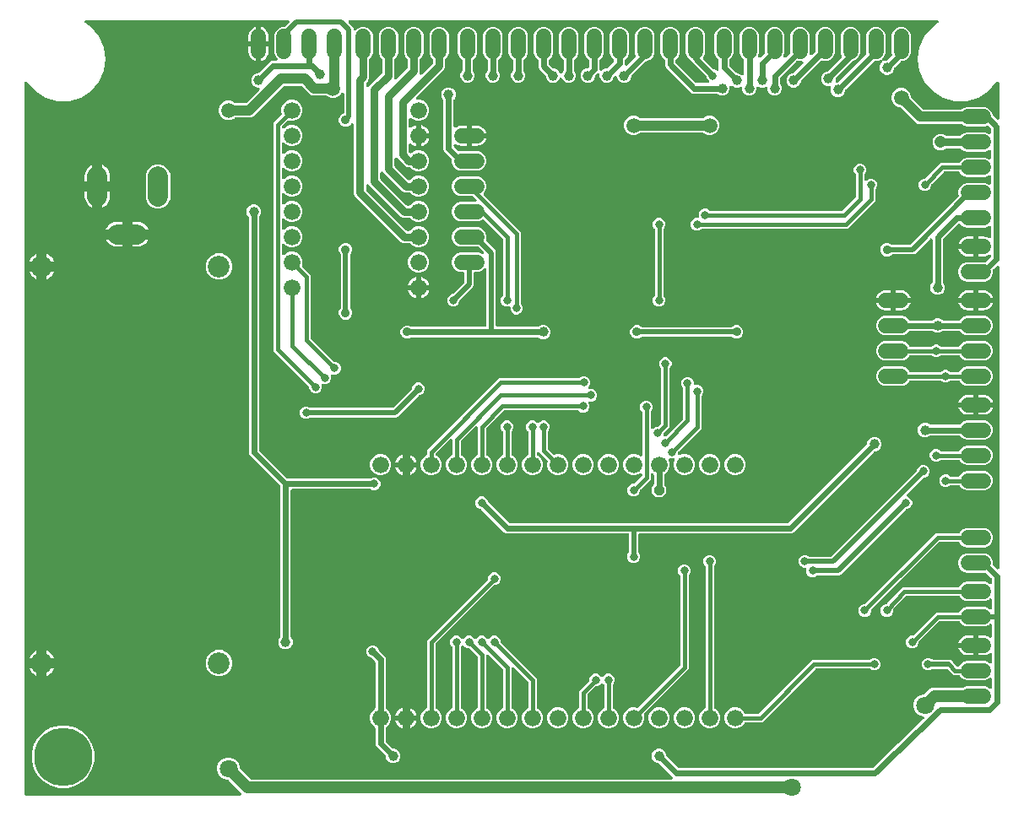
<source format=gbr>
G04 EAGLE Gerber RS-274X export*
G75*
%MOMM*%
%FSLAX34Y34*%
%LPD*%
%INBottom Copper*%
%IPPOS*%
%AMOC8*
5,1,8,0,0,1.08239X$1,22.5*%
G01*
%ADD10C,1.676400*%
%ADD11C,2.000000*%
%ADD12C,1.500000*%
%ADD13C,2.184400*%
%ADD14C,5.842000*%
%ADD15P,1.099708X8X22.500000*%
%ADD16C,0.800000*%
%ADD17C,1.000000*%
%ADD18C,1.006400*%
%ADD19C,0.600000*%
%ADD20C,0.806400*%
%ADD21C,0.906400*%
%ADD22C,0.500000*%
%ADD23C,0.400000*%
%ADD24C,1.500000*%
%ADD25C,1.200000*%
%ADD26C,1.800000*%
%ADD27C,1.206400*%

G36*
X227686Y11213D02*
X227686Y11213D01*
X227790Y11215D01*
X227857Y11233D01*
X227926Y11241D01*
X228024Y11276D01*
X228125Y11302D01*
X228186Y11335D01*
X228251Y11358D01*
X228338Y11415D01*
X228430Y11464D01*
X228482Y11509D01*
X228540Y11547D01*
X228612Y11622D01*
X228691Y11691D01*
X228731Y11747D01*
X228779Y11797D01*
X228832Y11887D01*
X228893Y11972D01*
X228919Y12036D01*
X228954Y12095D01*
X228985Y12195D01*
X229025Y12291D01*
X229036Y12360D01*
X229056Y12426D01*
X229063Y12530D01*
X229080Y12633D01*
X229075Y12702D01*
X229080Y12771D01*
X229063Y12873D01*
X229055Y12978D01*
X229035Y13044D01*
X229024Y13112D01*
X228984Y13208D01*
X228953Y13308D01*
X228918Y13367D01*
X228891Y13431D01*
X228830Y13516D01*
X228777Y13605D01*
X228709Y13684D01*
X228689Y13711D01*
X228672Y13726D01*
X228642Y13760D01*
X215942Y26460D01*
X215833Y26547D01*
X215728Y26638D01*
X215698Y26654D01*
X215671Y26675D01*
X215545Y26734D01*
X215422Y26799D01*
X215389Y26807D01*
X215358Y26822D01*
X215222Y26850D01*
X215087Y26885D01*
X215042Y26888D01*
X215020Y26893D01*
X214986Y26892D01*
X214882Y26899D01*
X213672Y26899D01*
X209555Y28604D01*
X206404Y31755D01*
X204699Y35872D01*
X204699Y40328D01*
X206404Y44445D01*
X209555Y47596D01*
X213672Y49301D01*
X218128Y49301D01*
X222245Y47596D01*
X225396Y44445D01*
X227101Y40328D01*
X227101Y39118D01*
X227117Y38980D01*
X227127Y38840D01*
X227137Y38808D01*
X227141Y38774D01*
X227188Y38644D01*
X227229Y38510D01*
X227247Y38481D01*
X227258Y38449D01*
X227334Y38332D01*
X227405Y38212D01*
X227435Y38178D01*
X227447Y38160D01*
X227471Y38136D01*
X227540Y38058D01*
X237908Y27690D01*
X238017Y27603D01*
X238122Y27512D01*
X238152Y27496D01*
X238179Y27475D01*
X238305Y27416D01*
X238428Y27351D01*
X238461Y27343D01*
X238492Y27328D01*
X238628Y27300D01*
X238763Y27265D01*
X238808Y27262D01*
X238830Y27257D01*
X238864Y27258D01*
X238968Y27251D01*
X660275Y27251D01*
X660378Y27263D01*
X660483Y27265D01*
X660550Y27283D01*
X660618Y27291D01*
X660716Y27326D01*
X660817Y27352D01*
X660878Y27385D01*
X660943Y27408D01*
X661031Y27465D01*
X661123Y27514D01*
X661175Y27559D01*
X661233Y27597D01*
X661305Y27672D01*
X661384Y27741D01*
X661424Y27797D01*
X661472Y27847D01*
X661524Y27937D01*
X661585Y28022D01*
X661612Y28086D01*
X661647Y28145D01*
X661677Y28245D01*
X661717Y28341D01*
X661728Y28410D01*
X661749Y28476D01*
X661756Y28580D01*
X661773Y28683D01*
X661768Y28752D01*
X661772Y28821D01*
X661756Y28923D01*
X661748Y29028D01*
X661728Y29094D01*
X661716Y29162D01*
X661676Y29258D01*
X661645Y29358D01*
X661610Y29417D01*
X661584Y29481D01*
X661523Y29566D01*
X661470Y29655D01*
X661401Y29734D01*
X661382Y29761D01*
X661365Y29776D01*
X661335Y29810D01*
X648017Y43128D01*
X647908Y43215D01*
X647802Y43306D01*
X647772Y43322D01*
X647746Y43343D01*
X647620Y43402D01*
X647496Y43467D01*
X647463Y43475D01*
X647433Y43490D01*
X647297Y43518D01*
X647161Y43553D01*
X647116Y43556D01*
X647095Y43561D01*
X647061Y43560D01*
X646957Y43567D01*
X646261Y43567D01*
X643603Y44668D01*
X641568Y46703D01*
X640467Y49361D01*
X640467Y52239D01*
X641568Y54897D01*
X643603Y56932D01*
X646261Y58033D01*
X649139Y58033D01*
X651797Y56932D01*
X653832Y54897D01*
X654933Y52239D01*
X654933Y51543D01*
X654949Y51405D01*
X654959Y51266D01*
X654969Y51233D01*
X654973Y51200D01*
X655020Y51069D01*
X655061Y50936D01*
X655079Y50906D01*
X655090Y50875D01*
X655166Y50758D01*
X655237Y50638D01*
X655267Y50604D01*
X655279Y50585D01*
X655303Y50562D01*
X655372Y50483D01*
X666878Y38977D01*
X666987Y38891D01*
X667092Y38799D01*
X667122Y38784D01*
X667149Y38763D01*
X667275Y38704D01*
X667398Y38639D01*
X667431Y38630D01*
X667462Y38616D01*
X667598Y38587D01*
X667733Y38552D01*
X667778Y38549D01*
X667800Y38545D01*
X667834Y38545D01*
X667938Y38538D01*
X860920Y38538D01*
X861040Y38552D01*
X861162Y38558D01*
X861212Y38572D01*
X861263Y38578D01*
X861377Y38619D01*
X861494Y38652D01*
X861540Y38678D01*
X861589Y38696D01*
X861690Y38762D01*
X861796Y38821D01*
X861853Y38868D01*
X861878Y38884D01*
X861899Y38906D01*
X861954Y38952D01*
X913260Y87814D01*
X913338Y87908D01*
X913423Y87997D01*
X913448Y88041D01*
X913481Y88080D01*
X913536Y88190D01*
X913598Y88295D01*
X913613Y88344D01*
X913635Y88389D01*
X913663Y88509D01*
X913700Y88626D01*
X913703Y88676D01*
X913715Y88726D01*
X913715Y88848D01*
X913723Y88971D01*
X913715Y89021D01*
X913715Y89072D01*
X913687Y89191D01*
X913667Y89312D01*
X913648Y89359D01*
X913636Y89408D01*
X913582Y89518D01*
X913535Y89631D01*
X913505Y89672D01*
X913482Y89718D01*
X913404Y89812D01*
X913332Y89911D01*
X913294Y89945D01*
X913261Y89984D01*
X913164Y90058D01*
X913071Y90138D01*
X913026Y90162D01*
X912986Y90192D01*
X912874Y90242D01*
X912765Y90299D01*
X912716Y90312D01*
X912669Y90332D01*
X912549Y90355D01*
X912430Y90385D01*
X912359Y90390D01*
X912330Y90396D01*
X912299Y90394D01*
X912226Y90399D01*
X912172Y90399D01*
X908055Y92104D01*
X904904Y95255D01*
X903199Y99372D01*
X903199Y103828D01*
X904904Y107945D01*
X908055Y111096D01*
X912172Y112801D01*
X913382Y112801D01*
X913520Y112817D01*
X913660Y112827D01*
X913692Y112837D01*
X913726Y112841D01*
X913856Y112888D01*
X913990Y112929D01*
X914019Y112947D01*
X914051Y112958D01*
X914168Y113034D01*
X914288Y113105D01*
X914322Y113135D01*
X914340Y113147D01*
X914364Y113171D01*
X914442Y113240D01*
X919280Y118077D01*
X922294Y119326D01*
X951851Y119326D01*
X951869Y119328D01*
X951888Y119326D01*
X952041Y119348D01*
X952194Y119366D01*
X952212Y119372D01*
X952230Y119374D01*
X952425Y119440D01*
X955770Y120826D01*
X974630Y120826D01*
X978195Y119349D01*
X978871Y118673D01*
X978953Y118608D01*
X979028Y118536D01*
X979088Y118501D01*
X979142Y118458D01*
X979237Y118414D01*
X979327Y118361D01*
X979392Y118341D01*
X979455Y118311D01*
X979557Y118290D01*
X979657Y118259D01*
X979726Y118254D01*
X979793Y118240D01*
X979898Y118242D01*
X980002Y118235D01*
X980070Y118246D01*
X980139Y118248D01*
X980240Y118274D01*
X980343Y118291D01*
X980407Y118318D01*
X980474Y118335D01*
X980566Y118384D01*
X980662Y118424D01*
X980718Y118464D01*
X980779Y118497D01*
X980858Y118565D01*
X980943Y118626D01*
X980988Y118678D01*
X981040Y118724D01*
X981101Y118808D01*
X981169Y118887D01*
X981202Y118949D01*
X981242Y119005D01*
X981281Y119101D01*
X981330Y119193D01*
X981347Y119261D01*
X981374Y119324D01*
X981390Y119427D01*
X981416Y119528D01*
X981424Y119632D01*
X981429Y119666D01*
X981427Y119688D01*
X981431Y119733D01*
X981431Y127917D01*
X981418Y128021D01*
X981416Y128125D01*
X981399Y128192D01*
X981391Y128261D01*
X981355Y128359D01*
X981329Y128460D01*
X981297Y128521D01*
X981273Y128586D01*
X981216Y128673D01*
X981167Y128765D01*
X981122Y128817D01*
X981084Y128875D01*
X981009Y128947D01*
X980940Y129026D01*
X980884Y129066D01*
X980834Y129114D01*
X980744Y129167D01*
X980659Y129228D01*
X980596Y129254D01*
X980536Y129289D01*
X980436Y129320D01*
X980340Y129360D01*
X980272Y129371D01*
X980206Y129391D01*
X980102Y129398D01*
X979999Y129415D01*
X979930Y129410D01*
X979861Y129415D01*
X979758Y129398D01*
X979654Y129390D01*
X979588Y129370D01*
X979520Y129359D01*
X979423Y129319D01*
X979324Y129288D01*
X979264Y129253D01*
X979200Y129226D01*
X979116Y129165D01*
X979026Y129112D01*
X978947Y129044D01*
X978920Y129024D01*
X978905Y129007D01*
X978871Y128977D01*
X978195Y128301D01*
X974630Y126824D01*
X955770Y126824D01*
X952205Y128301D01*
X949476Y131030D01*
X949323Y131399D01*
X949281Y131475D01*
X949247Y131556D01*
X949197Y131626D01*
X949155Y131701D01*
X949096Y131765D01*
X949045Y131836D01*
X948980Y131893D01*
X948922Y131956D01*
X948850Y132006D01*
X948784Y132063D01*
X948708Y132103D01*
X948637Y132152D01*
X948555Y132183D01*
X948478Y132224D01*
X948394Y132245D01*
X948314Y132276D01*
X948228Y132288D01*
X948143Y132310D01*
X947999Y132320D01*
X947972Y132324D01*
X947960Y132323D01*
X947938Y132324D01*
X942822Y132324D01*
X937412Y137735D01*
X937303Y137822D01*
X937197Y137913D01*
X937167Y137929D01*
X937141Y137950D01*
X937015Y138009D01*
X936891Y138074D01*
X936858Y138082D01*
X936828Y138097D01*
X936691Y138125D01*
X936556Y138160D01*
X936511Y138163D01*
X936489Y138168D01*
X936456Y138167D01*
X936351Y138174D01*
X922310Y138174D01*
X922171Y138158D01*
X922032Y138148D01*
X922000Y138138D01*
X921966Y138134D01*
X921835Y138087D01*
X921702Y138046D01*
X921673Y138028D01*
X921641Y138017D01*
X921524Y137941D01*
X921404Y137870D01*
X921370Y137840D01*
X921351Y137828D01*
X921328Y137804D01*
X921250Y137735D01*
X921106Y137591D01*
X918815Y136642D01*
X916335Y136642D01*
X914044Y137591D01*
X912291Y139344D01*
X911342Y141635D01*
X911342Y144115D01*
X912291Y146406D01*
X914044Y148159D01*
X916335Y149108D01*
X918815Y149108D01*
X921106Y148159D01*
X921250Y148015D01*
X921359Y147928D01*
X921464Y147837D01*
X921494Y147821D01*
X921521Y147800D01*
X921647Y147741D01*
X921770Y147676D01*
X921803Y147668D01*
X921834Y147653D01*
X921970Y147625D01*
X922105Y147590D01*
X922150Y147587D01*
X922172Y147582D01*
X922206Y147583D01*
X922310Y147576D01*
X939148Y147576D01*
X940875Y146860D01*
X942198Y145538D01*
X942583Y144606D01*
X942592Y144590D01*
X942598Y144572D01*
X942677Y144439D01*
X942752Y144304D01*
X942764Y144290D01*
X942774Y144274D01*
X942908Y144120D01*
X945863Y141165D01*
X945972Y141078D01*
X946078Y140987D01*
X946108Y140971D01*
X946134Y140950D01*
X946260Y140891D01*
X946384Y140826D01*
X946417Y140818D01*
X946447Y140803D01*
X946584Y140775D01*
X946719Y140740D01*
X946764Y140737D01*
X946786Y140732D01*
X946819Y140733D01*
X946924Y140726D01*
X947938Y140726D01*
X948025Y140736D01*
X948113Y140736D01*
X948196Y140756D01*
X948282Y140766D01*
X948364Y140795D01*
X948449Y140815D01*
X948526Y140854D01*
X948607Y140883D01*
X948680Y140931D01*
X948758Y140970D01*
X948824Y141025D01*
X948896Y141072D01*
X948957Y141135D01*
X949024Y141191D01*
X949076Y141260D01*
X949135Y141322D01*
X949179Y141398D01*
X949232Y141468D01*
X949296Y141596D01*
X949310Y141620D01*
X949314Y141632D01*
X949323Y141651D01*
X949476Y142020D01*
X952205Y144749D01*
X955770Y146226D01*
X974630Y146226D01*
X978195Y144749D01*
X978871Y144073D01*
X978953Y144008D01*
X979028Y143936D01*
X979088Y143901D01*
X979142Y143858D01*
X979237Y143814D01*
X979327Y143761D01*
X979392Y143741D01*
X979455Y143711D01*
X979557Y143690D01*
X979657Y143659D01*
X979726Y143654D01*
X979793Y143640D01*
X979898Y143642D01*
X980002Y143635D01*
X980070Y143646D01*
X980139Y143648D01*
X980240Y143674D01*
X980343Y143691D01*
X980407Y143718D01*
X980474Y143735D01*
X980566Y143784D01*
X980662Y143824D01*
X980718Y143864D01*
X980779Y143897D01*
X980858Y143965D01*
X980943Y144026D01*
X980988Y144078D01*
X981040Y144124D01*
X981101Y144208D01*
X981169Y144287D01*
X981202Y144349D01*
X981242Y144405D01*
X981281Y144501D01*
X981330Y144593D01*
X981347Y144661D01*
X981374Y144724D01*
X981390Y144827D01*
X981416Y144928D01*
X981424Y145032D01*
X981429Y145066D01*
X981427Y145088D01*
X981431Y145133D01*
X981431Y152915D01*
X981412Y153073D01*
X981397Y153232D01*
X981392Y153245D01*
X981391Y153258D01*
X981336Y153408D01*
X981285Y153559D01*
X981278Y153570D01*
X981273Y153583D01*
X981186Y153717D01*
X981101Y153852D01*
X981092Y153862D01*
X981084Y153873D01*
X980969Y153983D01*
X980856Y154095D01*
X980844Y154102D01*
X980834Y154112D01*
X980697Y154192D01*
X980561Y154275D01*
X980548Y154280D01*
X980536Y154287D01*
X980384Y154333D01*
X980232Y154383D01*
X980219Y154385D01*
X980206Y154389D01*
X980047Y154399D01*
X979888Y154413D01*
X979874Y154411D01*
X979861Y154412D01*
X979703Y154386D01*
X979545Y154363D01*
X979533Y154358D01*
X979520Y154356D01*
X979372Y154295D01*
X979224Y154236D01*
X979209Y154227D01*
X979200Y154224D01*
X979180Y154209D01*
X979050Y154128D01*
X977962Y153337D01*
X976554Y152620D01*
X975051Y152131D01*
X973490Y151884D01*
X967699Y151884D01*
X967699Y160925D01*
X967695Y160960D01*
X967698Y160995D01*
X967675Y161131D01*
X967659Y161268D01*
X967647Y161302D01*
X967642Y161337D01*
X967589Y161464D01*
X967542Y161593D01*
X967523Y161623D01*
X967509Y161656D01*
X967428Y161768D01*
X967353Y161883D01*
X967327Y161907D01*
X967310Y161931D01*
X967397Y162022D01*
X967415Y162053D01*
X967438Y162080D01*
X967502Y162202D01*
X967572Y162320D01*
X967582Y162354D01*
X967599Y162386D01*
X967633Y162519D01*
X967674Y162651D01*
X967676Y162686D01*
X967685Y162721D01*
X967699Y162925D01*
X967699Y171966D01*
X973490Y171966D01*
X975051Y171719D01*
X976554Y171230D01*
X977962Y170513D01*
X979050Y169722D01*
X979189Y169644D01*
X979327Y169563D01*
X979339Y169559D01*
X979351Y169553D01*
X979505Y169508D01*
X979657Y169461D01*
X979670Y169460D01*
X979683Y169457D01*
X979843Y169449D01*
X980002Y169438D01*
X980015Y169440D01*
X980029Y169439D01*
X980186Y169468D01*
X980343Y169494D01*
X980356Y169499D01*
X980369Y169501D01*
X980515Y169565D01*
X980662Y169626D01*
X980673Y169634D01*
X980686Y169640D01*
X980813Y169735D01*
X980943Y169829D01*
X980952Y169839D01*
X980962Y169847D01*
X981065Y169969D01*
X981169Y170090D01*
X981176Y170102D01*
X981184Y170112D01*
X981255Y170254D01*
X981330Y170396D01*
X981334Y170409D01*
X981340Y170421D01*
X981376Y170575D01*
X981416Y170731D01*
X981418Y170748D01*
X981420Y170757D01*
X981420Y170782D01*
X981431Y170935D01*
X981431Y181892D01*
X981418Y181996D01*
X981416Y182100D01*
X981399Y182167D01*
X981391Y182236D01*
X981355Y182334D01*
X981329Y182435D01*
X981297Y182496D01*
X981273Y182561D01*
X981216Y182648D01*
X981167Y182740D01*
X981122Y182792D01*
X981084Y182850D01*
X981009Y182922D01*
X980940Y183001D01*
X980884Y183041D01*
X980834Y183089D01*
X980744Y183142D01*
X980659Y183203D01*
X980596Y183229D01*
X980536Y183264D01*
X980436Y183295D01*
X980340Y183335D01*
X980272Y183346D01*
X980206Y183366D01*
X980102Y183373D01*
X979999Y183390D01*
X979930Y183385D01*
X979861Y183390D01*
X979758Y183373D01*
X979654Y183365D01*
X979588Y183345D01*
X979520Y183334D01*
X979423Y183294D01*
X979324Y183263D01*
X979264Y183228D01*
X979200Y183201D01*
X979116Y183140D01*
X979026Y183087D01*
X978947Y183019D01*
X978920Y182999D01*
X978905Y182982D01*
X978871Y182952D01*
X978195Y182276D01*
X974630Y180799D01*
X955770Y180799D01*
X952205Y182276D01*
X949476Y185005D01*
X949323Y185374D01*
X949281Y185450D01*
X949247Y185531D01*
X949197Y185601D01*
X949155Y185676D01*
X949096Y185740D01*
X949045Y185811D01*
X948980Y185868D01*
X948922Y185931D01*
X948850Y185981D01*
X948784Y186038D01*
X948708Y186078D01*
X948637Y186127D01*
X948555Y186158D01*
X948478Y186199D01*
X948394Y186220D01*
X948314Y186251D01*
X948228Y186263D01*
X948143Y186285D01*
X947999Y186295D01*
X947972Y186299D01*
X947960Y186298D01*
X947938Y186299D01*
X929461Y186299D01*
X929323Y186283D01*
X929183Y186273D01*
X929151Y186263D01*
X929118Y186259D01*
X928987Y186212D01*
X928853Y186171D01*
X928824Y186153D01*
X928792Y186142D01*
X928676Y186066D01*
X928556Y185995D01*
X928521Y185965D01*
X928503Y185953D01*
X928480Y185929D01*
X928401Y185860D01*
X908372Y165831D01*
X908285Y165722D01*
X908194Y165617D01*
X908178Y165587D01*
X908157Y165560D01*
X908098Y165434D01*
X908033Y165310D01*
X908025Y165278D01*
X908010Y165247D01*
X907982Y165111D01*
X907947Y164976D01*
X907944Y164931D01*
X907939Y164909D01*
X907940Y164875D01*
X907933Y164771D01*
X907933Y163860D01*
X906984Y161569D01*
X905231Y159816D01*
X902940Y158867D01*
X900460Y158867D01*
X898169Y159816D01*
X896416Y161569D01*
X895467Y163860D01*
X895467Y166340D01*
X896416Y168631D01*
X898169Y170384D01*
X900460Y171333D01*
X901371Y171333D01*
X901509Y171349D01*
X901649Y171359D01*
X901681Y171369D01*
X901714Y171373D01*
X901845Y171420D01*
X901979Y171461D01*
X902008Y171479D01*
X902040Y171490D01*
X902156Y171566D01*
X902276Y171637D01*
X902311Y171667D01*
X902329Y171679D01*
X902352Y171703D01*
X902431Y171772D01*
X925360Y194701D01*
X947938Y194701D01*
X948025Y194711D01*
X948113Y194711D01*
X948196Y194731D01*
X948282Y194741D01*
X948364Y194770D01*
X948449Y194790D01*
X948526Y194829D01*
X948607Y194858D01*
X948680Y194906D01*
X948758Y194945D01*
X948824Y195000D01*
X948896Y195047D01*
X948957Y195110D01*
X949024Y195166D01*
X949076Y195235D01*
X949135Y195297D01*
X949179Y195373D01*
X949232Y195443D01*
X949296Y195571D01*
X949310Y195595D01*
X949314Y195607D01*
X949323Y195626D01*
X949476Y195995D01*
X952205Y198724D01*
X955770Y200201D01*
X974630Y200201D01*
X978195Y198724D01*
X978871Y198048D01*
X978953Y197983D01*
X979028Y197911D01*
X979088Y197876D01*
X979142Y197833D01*
X979237Y197789D01*
X979327Y197736D01*
X979392Y197716D01*
X979455Y197686D01*
X979557Y197665D01*
X979657Y197634D01*
X979726Y197629D01*
X979793Y197615D01*
X979898Y197617D01*
X980002Y197610D01*
X980070Y197621D01*
X980139Y197623D01*
X980240Y197649D01*
X980343Y197666D01*
X980407Y197693D01*
X980474Y197710D01*
X980566Y197759D01*
X980662Y197799D01*
X980718Y197839D01*
X980779Y197872D01*
X980858Y197940D01*
X980943Y198001D01*
X980988Y198053D01*
X981040Y198099D01*
X981101Y198183D01*
X981169Y198262D01*
X981202Y198324D01*
X981242Y198380D01*
X981281Y198476D01*
X981330Y198568D01*
X981347Y198636D01*
X981374Y198699D01*
X981390Y198802D01*
X981416Y198903D01*
X981424Y199007D01*
X981429Y199041D01*
X981427Y199063D01*
X981431Y199108D01*
X981431Y207292D01*
X981418Y207396D01*
X981416Y207500D01*
X981399Y207567D01*
X981391Y207636D01*
X981355Y207734D01*
X981329Y207835D01*
X981297Y207896D01*
X981273Y207961D01*
X981216Y208048D01*
X981167Y208140D01*
X981122Y208192D01*
X981084Y208250D01*
X981009Y208322D01*
X980940Y208401D01*
X980884Y208441D01*
X980834Y208489D01*
X980744Y208542D01*
X980659Y208603D01*
X980596Y208629D01*
X980536Y208664D01*
X980436Y208695D01*
X980340Y208735D01*
X980272Y208746D01*
X980206Y208766D01*
X980102Y208773D01*
X979999Y208790D01*
X979930Y208785D01*
X979861Y208790D01*
X979758Y208773D01*
X979654Y208765D01*
X979588Y208745D01*
X979520Y208734D01*
X979423Y208694D01*
X979324Y208663D01*
X979264Y208628D01*
X979200Y208601D01*
X979116Y208540D01*
X979026Y208487D01*
X978947Y208419D01*
X978920Y208399D01*
X978905Y208382D01*
X978871Y208352D01*
X978195Y207676D01*
X974630Y206199D01*
X955770Y206199D01*
X952205Y207676D01*
X949476Y210405D01*
X949323Y210774D01*
X949281Y210850D01*
X949247Y210931D01*
X949197Y211001D01*
X949155Y211076D01*
X949096Y211140D01*
X949045Y211211D01*
X948980Y211268D01*
X948922Y211331D01*
X948850Y211381D01*
X948784Y211438D01*
X948708Y211478D01*
X948637Y211527D01*
X948555Y211558D01*
X948478Y211599D01*
X948394Y211620D01*
X948314Y211651D01*
X948228Y211663D01*
X948143Y211685D01*
X947999Y211695D01*
X947972Y211699D01*
X947960Y211698D01*
X947938Y211699D01*
X896270Y211699D01*
X896098Y211679D01*
X895929Y211660D01*
X895928Y211660D01*
X895927Y211659D01*
X895766Y211601D01*
X895603Y211543D01*
X895602Y211542D01*
X895601Y211542D01*
X895459Y211449D01*
X895313Y211354D01*
X895312Y211354D01*
X895312Y211353D01*
X895310Y211351D01*
X895165Y211213D01*
X882927Y197863D01*
X882864Y197776D01*
X882794Y197695D01*
X882763Y197636D01*
X882724Y197582D01*
X882683Y197484D01*
X882633Y197389D01*
X882617Y197325D01*
X882591Y197263D01*
X882574Y197158D01*
X882547Y197054D01*
X882540Y196955D01*
X882535Y196922D01*
X882536Y196899D01*
X882533Y196850D01*
X882533Y195610D01*
X881584Y193319D01*
X879831Y191566D01*
X877540Y190617D01*
X875060Y190617D01*
X872769Y191566D01*
X871016Y193319D01*
X870067Y195610D01*
X870067Y198090D01*
X871016Y200381D01*
X872769Y202134D01*
X875060Y203083D01*
X875655Y203083D01*
X875827Y203103D01*
X875997Y203122D01*
X875998Y203122D01*
X875999Y203123D01*
X876160Y203181D01*
X876322Y203239D01*
X876323Y203240D01*
X876324Y203240D01*
X876466Y203333D01*
X876612Y203428D01*
X876613Y203428D01*
X876613Y203429D01*
X876615Y203431D01*
X876760Y203569D01*
X889168Y217104D01*
X889207Y217159D01*
X889241Y217194D01*
X889257Y217222D01*
X889301Y217272D01*
X889331Y217330D01*
X889370Y217384D01*
X889412Y217483D01*
X889419Y217497D01*
X890704Y218783D01*
X890718Y218800D01*
X890749Y218830D01*
X891915Y220101D01*
X893639Y220101D01*
X893660Y220103D01*
X893704Y220102D01*
X895513Y220181D01*
X895566Y220159D01*
X895671Y220142D01*
X895775Y220115D01*
X895874Y220108D01*
X895907Y220103D01*
X895931Y220104D01*
X895980Y220101D01*
X947938Y220101D01*
X948025Y220111D01*
X948113Y220111D01*
X948196Y220131D01*
X948282Y220141D01*
X948364Y220170D01*
X948449Y220190D01*
X948526Y220229D01*
X948607Y220258D01*
X948680Y220306D01*
X948758Y220345D01*
X948824Y220400D01*
X948896Y220447D01*
X948957Y220510D01*
X949024Y220566D01*
X949076Y220635D01*
X949135Y220697D01*
X949179Y220773D01*
X949232Y220843D01*
X949296Y220971D01*
X949310Y220995D01*
X949314Y221007D01*
X949323Y221026D01*
X949476Y221395D01*
X952205Y224124D01*
X955770Y225601D01*
X974630Y225601D01*
X978195Y224124D01*
X978871Y223448D01*
X978953Y223383D01*
X979028Y223311D01*
X979088Y223276D01*
X979142Y223233D01*
X979237Y223189D01*
X979327Y223136D01*
X979392Y223116D01*
X979455Y223086D01*
X979557Y223065D01*
X979657Y223034D01*
X979726Y223029D01*
X979793Y223015D01*
X979898Y223017D01*
X980002Y223010D01*
X980070Y223021D01*
X980139Y223023D01*
X980240Y223049D01*
X980343Y223066D01*
X980407Y223093D01*
X980474Y223110D01*
X980566Y223159D01*
X980662Y223199D01*
X980718Y223239D01*
X980779Y223272D01*
X980858Y223340D01*
X980943Y223401D01*
X980988Y223453D01*
X981040Y223499D01*
X981101Y223583D01*
X981169Y223662D01*
X981202Y223724D01*
X981242Y223780D01*
X981281Y223876D01*
X981330Y223968D01*
X981347Y224036D01*
X981374Y224099D01*
X981390Y224202D01*
X981416Y224303D01*
X981424Y224407D01*
X981429Y224441D01*
X981427Y224463D01*
X981431Y224508D01*
X981431Y228206D01*
X981414Y228344D01*
X981405Y228484D01*
X981395Y228516D01*
X981391Y228549D01*
X981343Y228680D01*
X981302Y228814D01*
X981285Y228843D01*
X981273Y228875D01*
X981197Y228991D01*
X981126Y229111D01*
X981097Y229146D01*
X981084Y229164D01*
X981060Y229188D01*
X980991Y229266D01*
X975922Y234335D01*
X975813Y234422D01*
X975708Y234513D01*
X975678Y234529D01*
X975651Y234550D01*
X975525Y234609D01*
X975402Y234674D01*
X975369Y234682D01*
X975338Y234697D01*
X975202Y234725D01*
X975067Y234760D01*
X975022Y234763D01*
X975000Y234768D01*
X974966Y234767D01*
X974862Y234774D01*
X955770Y234774D01*
X952205Y236251D01*
X949476Y238980D01*
X947999Y242545D01*
X947999Y246405D01*
X949476Y249970D01*
X952205Y252699D01*
X955770Y254176D01*
X974630Y254176D01*
X978195Y252699D01*
X980924Y249970D01*
X982401Y246405D01*
X982401Y243188D01*
X982417Y243050D01*
X982427Y242910D01*
X982437Y242878D01*
X982441Y242844D01*
X982488Y242713D01*
X982529Y242580D01*
X982547Y242551D01*
X982558Y242519D01*
X982634Y242402D01*
X982705Y242282D01*
X982735Y242248D01*
X982747Y242230D01*
X982771Y242206D01*
X982840Y242128D01*
X986381Y238586D01*
X986463Y238521D01*
X986539Y238449D01*
X986598Y238414D01*
X986652Y238372D01*
X986747Y238327D01*
X986837Y238274D01*
X986903Y238254D01*
X986965Y238225D01*
X987068Y238203D01*
X987167Y238172D01*
X987236Y238168D01*
X987304Y238153D01*
X987408Y238156D01*
X987512Y238149D01*
X987580Y238160D01*
X987649Y238162D01*
X987750Y238188D01*
X987854Y238205D01*
X987917Y238231D01*
X987984Y238249D01*
X988076Y238297D01*
X988173Y238338D01*
X988229Y238378D01*
X988290Y238410D01*
X988369Y238479D01*
X988453Y238540D01*
X988498Y238592D01*
X988550Y238637D01*
X988611Y238722D01*
X988680Y238801D01*
X988712Y238862D01*
X988752Y238918D01*
X988792Y239015D01*
X988840Y239107D01*
X988858Y239174D01*
X988884Y239238D01*
X988901Y239341D01*
X988927Y239442D01*
X988934Y239545D01*
X988939Y239579D01*
X988938Y239601D01*
X988941Y239647D01*
X988863Y541326D01*
X988851Y541429D01*
X988848Y541534D01*
X988831Y541601D01*
X988823Y541670D01*
X988787Y541767D01*
X988761Y541868D01*
X988729Y541930D01*
X988705Y541995D01*
X988648Y542082D01*
X988600Y542174D01*
X988554Y542226D01*
X988516Y542284D01*
X988441Y542356D01*
X988373Y542435D01*
X988316Y542475D01*
X988266Y542523D01*
X988176Y542576D01*
X988092Y542636D01*
X988027Y542663D01*
X987968Y542698D01*
X987869Y542728D01*
X987772Y542768D01*
X987704Y542779D01*
X987637Y542800D01*
X987534Y542807D01*
X987431Y542824D01*
X987362Y542819D01*
X987293Y542823D01*
X987190Y542806D01*
X987086Y542799D01*
X987020Y542779D01*
X986951Y542767D01*
X986855Y542727D01*
X986756Y542696D01*
X986696Y542661D01*
X986632Y542635D01*
X986548Y542574D01*
X986458Y542521D01*
X986379Y542452D01*
X986352Y542432D01*
X986337Y542415D01*
X986303Y542386D01*
X982840Y538922D01*
X982753Y538813D01*
X982662Y538708D01*
X982646Y538678D01*
X982625Y538651D01*
X982566Y538525D01*
X982501Y538402D01*
X982493Y538369D01*
X982478Y538338D01*
X982450Y538202D01*
X982415Y538067D01*
X982412Y538022D01*
X982407Y538000D01*
X982408Y537966D01*
X982401Y537862D01*
X982401Y534645D01*
X980924Y531080D01*
X978195Y528351D01*
X974630Y526874D01*
X955770Y526874D01*
X952205Y528351D01*
X949476Y531080D01*
X947999Y534645D01*
X947999Y538505D01*
X949476Y542070D01*
X952205Y544799D01*
X955770Y546276D01*
X974862Y546276D01*
X975000Y546292D01*
X975140Y546302D01*
X975172Y546312D01*
X975206Y546316D01*
X975337Y546363D01*
X975470Y546404D01*
X975499Y546422D01*
X975531Y546433D01*
X975648Y546509D01*
X975768Y546580D01*
X975802Y546610D01*
X975820Y546622D01*
X975844Y546646D01*
X975922Y546715D01*
X980198Y550990D01*
X980284Y551099D01*
X980376Y551205D01*
X980391Y551235D01*
X980412Y551261D01*
X980471Y551387D01*
X980536Y551511D01*
X980545Y551544D01*
X980559Y551574D01*
X980588Y551710D01*
X980623Y551846D01*
X980626Y551891D01*
X980630Y551912D01*
X980630Y551946D01*
X980637Y552050D01*
X980637Y552388D01*
X980618Y552546D01*
X980603Y552705D01*
X980598Y552718D01*
X980597Y552731D01*
X980543Y552881D01*
X980491Y553032D01*
X980484Y553044D01*
X980479Y553057D01*
X980392Y553190D01*
X980308Y553325D01*
X980298Y553335D01*
X980291Y553346D01*
X980176Y553456D01*
X980062Y553568D01*
X980050Y553576D01*
X980040Y553585D01*
X979903Y553665D01*
X979767Y553749D01*
X979754Y553753D01*
X979742Y553760D01*
X979590Y553807D01*
X979438Y553857D01*
X979425Y553858D01*
X979412Y553862D01*
X979253Y553873D01*
X979094Y553887D01*
X979080Y553885D01*
X979067Y553886D01*
X978910Y553860D01*
X978752Y553837D01*
X978739Y553832D01*
X978726Y553830D01*
X978579Y553768D01*
X978430Y553710D01*
X978415Y553701D01*
X978406Y553697D01*
X978387Y553682D01*
X978256Y553601D01*
X977962Y553387D01*
X976554Y552670D01*
X975051Y552181D01*
X973490Y551934D01*
X967699Y551934D01*
X967699Y560975D01*
X967695Y561010D01*
X967698Y561045D01*
X967675Y561181D01*
X967659Y561318D01*
X967647Y561352D01*
X967642Y561387D01*
X967589Y561514D01*
X967542Y561643D01*
X967523Y561673D01*
X967509Y561706D01*
X967428Y561818D01*
X967353Y561933D01*
X967327Y561957D01*
X967310Y561981D01*
X967397Y562072D01*
X967415Y562103D01*
X967438Y562130D01*
X967502Y562252D01*
X967572Y562370D01*
X967582Y562404D01*
X967599Y562436D01*
X967633Y562569D01*
X967674Y562701D01*
X967676Y562736D01*
X967685Y562771D01*
X967699Y562975D01*
X967699Y572016D01*
X973490Y572016D01*
X975051Y571769D01*
X976554Y571280D01*
X977962Y570563D01*
X978256Y570349D01*
X978396Y570271D01*
X978533Y570190D01*
X978546Y570186D01*
X978557Y570180D01*
X978710Y570135D01*
X978863Y570088D01*
X978877Y570087D01*
X978890Y570083D01*
X979048Y570075D01*
X979208Y570064D01*
X979221Y570067D01*
X979235Y570066D01*
X979392Y570095D01*
X979549Y570120D01*
X979562Y570126D01*
X979575Y570128D01*
X979722Y570192D01*
X979869Y570253D01*
X979879Y570261D01*
X979892Y570266D01*
X980020Y570362D01*
X980149Y570455D01*
X980158Y570466D01*
X980169Y570474D01*
X980271Y570595D01*
X980376Y570716D01*
X980382Y570728D01*
X980391Y570739D01*
X980462Y570881D01*
X980536Y571023D01*
X980540Y571036D01*
X980546Y571048D01*
X980583Y571202D01*
X980623Y571357D01*
X980624Y571375D01*
X980626Y571384D01*
X980626Y571408D01*
X980637Y571562D01*
X980637Y581148D01*
X980625Y581252D01*
X980622Y581356D01*
X980605Y581423D01*
X980597Y581492D01*
X980561Y581590D01*
X980535Y581691D01*
X980503Y581752D01*
X980479Y581817D01*
X980422Y581904D01*
X980374Y581997D01*
X980328Y582049D01*
X980291Y582107D01*
X980215Y582179D01*
X980146Y582257D01*
X980090Y582298D01*
X980040Y582345D01*
X979951Y582398D01*
X979866Y582459D01*
X979802Y582485D01*
X979742Y582520D01*
X979643Y582551D01*
X979546Y582591D01*
X979478Y582602D01*
X979412Y582622D01*
X979308Y582629D01*
X979205Y582646D01*
X979136Y582641D01*
X979067Y582646D01*
X978964Y582629D01*
X978860Y582622D01*
X978794Y582601D01*
X978726Y582590D01*
X978629Y582550D01*
X978530Y582519D01*
X978470Y582484D01*
X978406Y582457D01*
X978322Y582396D01*
X978232Y582343D01*
X978228Y582340D01*
X974630Y580849D01*
X955770Y580849D01*
X952205Y582326D01*
X949803Y584728D01*
X949775Y584750D01*
X949752Y584777D01*
X949640Y584857D01*
X949532Y584943D01*
X949500Y584958D01*
X949471Y584978D01*
X949344Y585031D01*
X949219Y585089D01*
X949184Y585097D01*
X949152Y585110D01*
X949015Y585132D01*
X948881Y585161D01*
X948845Y585160D01*
X948810Y585166D01*
X948673Y585156D01*
X948535Y585153D01*
X948501Y585144D01*
X948465Y585141D01*
X948334Y585100D01*
X948201Y585065D01*
X948169Y585049D01*
X948135Y585038D01*
X948017Y584968D01*
X947895Y584904D01*
X947868Y584881D01*
X947838Y584863D01*
X947683Y584728D01*
X932740Y569785D01*
X932653Y569676D01*
X932562Y569570D01*
X932546Y569540D01*
X932525Y569514D01*
X932466Y569388D01*
X932401Y569264D01*
X932393Y569231D01*
X932378Y569201D01*
X932350Y569065D01*
X932315Y568929D01*
X932312Y568884D01*
X932307Y568863D01*
X932308Y568829D01*
X932301Y568725D01*
X932301Y526349D01*
X932317Y526211D01*
X932327Y526071D01*
X932337Y526039D01*
X932341Y526005D01*
X932388Y525875D01*
X932429Y525741D01*
X932447Y525712D01*
X932458Y525680D01*
X932534Y525563D01*
X932605Y525443D01*
X932635Y525409D01*
X932647Y525391D01*
X932671Y525367D01*
X932740Y525289D01*
X933232Y524797D01*
X934333Y522139D01*
X934333Y519261D01*
X933232Y516603D01*
X931197Y514568D01*
X928539Y513467D01*
X925661Y513467D01*
X923003Y514568D01*
X920968Y516603D01*
X919867Y519261D01*
X919867Y522139D01*
X920968Y524797D01*
X921460Y525289D01*
X921547Y525398D01*
X921638Y525503D01*
X921654Y525533D01*
X921675Y525560D01*
X921734Y525686D01*
X921799Y525809D01*
X921807Y525842D01*
X921822Y525873D01*
X921850Y526009D01*
X921885Y526144D01*
X921888Y526189D01*
X921893Y526211D01*
X921892Y526245D01*
X921899Y526349D01*
X921899Y568732D01*
X921887Y568835D01*
X921885Y568940D01*
X921867Y569007D01*
X921859Y569075D01*
X921824Y569173D01*
X921798Y569274D01*
X921765Y569335D01*
X921742Y569401D01*
X921685Y569488D01*
X921636Y569580D01*
X921591Y569632D01*
X921553Y569690D01*
X921478Y569762D01*
X921409Y569841D01*
X921353Y569881D01*
X921303Y569929D01*
X921213Y569982D01*
X921128Y570042D01*
X921064Y570069D01*
X921005Y570104D01*
X920905Y570135D01*
X920809Y570174D01*
X920740Y570185D01*
X920674Y570206D01*
X920570Y570213D01*
X920467Y570230D01*
X920398Y570225D01*
X920329Y570230D01*
X920227Y570213D01*
X920122Y570205D01*
X920056Y570185D01*
X919988Y570174D01*
X919892Y570134D01*
X919792Y570103D01*
X919733Y570067D01*
X919669Y570041D01*
X919584Y569980D01*
X919495Y569927D01*
X919416Y569858D01*
X919389Y569839D01*
X919374Y569822D01*
X919340Y569792D01*
X904363Y554815D01*
X902635Y554099D01*
X881742Y554099D01*
X881604Y554083D01*
X881464Y554073D01*
X881432Y554063D01*
X881398Y554059D01*
X881267Y554012D01*
X881134Y553971D01*
X881105Y553953D01*
X881073Y553942D01*
X880956Y553866D01*
X880836Y553795D01*
X880802Y553765D01*
X880784Y553753D01*
X880760Y553729D01*
X880682Y553660D01*
X880114Y553092D01*
X877639Y552067D01*
X874961Y552067D01*
X872486Y553092D01*
X870592Y554986D01*
X869567Y557461D01*
X869567Y560139D01*
X870592Y562614D01*
X872486Y564508D01*
X874961Y565533D01*
X877639Y565533D01*
X880114Y564508D01*
X880682Y563940D01*
X880791Y563853D01*
X880896Y563762D01*
X880926Y563746D01*
X880953Y563725D01*
X881079Y563666D01*
X881202Y563601D01*
X881235Y563593D01*
X881266Y563578D01*
X881402Y563550D01*
X881537Y563515D01*
X881582Y563512D01*
X881604Y563507D01*
X881638Y563508D01*
X881742Y563501D01*
X899132Y563501D01*
X899270Y563517D01*
X899409Y563527D01*
X899442Y563537D01*
X899475Y563541D01*
X899606Y563588D01*
X899740Y563629D01*
X899769Y563647D01*
X899800Y563658D01*
X899917Y563734D01*
X900037Y563805D01*
X900071Y563835D01*
X900090Y563847D01*
X900113Y563871D01*
X900192Y563940D01*
X947957Y611705D01*
X948011Y611773D01*
X948073Y611835D01*
X948118Y611908D01*
X948171Y611976D01*
X948209Y612055D01*
X948255Y612129D01*
X948282Y612211D01*
X948318Y612289D01*
X948336Y612374D01*
X948364Y612457D01*
X948372Y612543D01*
X948390Y612627D01*
X948387Y612715D01*
X948395Y612802D01*
X948383Y612887D01*
X948381Y612973D01*
X948359Y613057D01*
X948347Y613144D01*
X948301Y613280D01*
X948294Y613307D01*
X948289Y613318D01*
X948282Y613338D01*
X947999Y614020D01*
X947999Y617880D01*
X949476Y621445D01*
X952205Y624174D01*
X955770Y625651D01*
X974630Y625651D01*
X978230Y624160D01*
X978235Y624155D01*
X978294Y624120D01*
X978348Y624077D01*
X978443Y624033D01*
X978533Y623980D01*
X978599Y623959D01*
X978661Y623930D01*
X978763Y623909D01*
X978863Y623878D01*
X978932Y623873D01*
X979000Y623859D01*
X979104Y623861D01*
X979208Y623854D01*
X979276Y623865D01*
X979345Y623867D01*
X979446Y623893D01*
X979549Y623910D01*
X979613Y623937D01*
X979680Y623954D01*
X979772Y624003D01*
X979869Y624043D01*
X979924Y624083D01*
X979986Y624115D01*
X980064Y624184D01*
X980149Y624245D01*
X980194Y624297D01*
X980246Y624342D01*
X980307Y624427D01*
X980376Y624506D01*
X980408Y624567D01*
X980448Y624623D01*
X980488Y624720D01*
X980536Y624812D01*
X980554Y624879D01*
X980580Y624943D01*
X980597Y625046D01*
X980623Y625147D01*
X980630Y625251D01*
X980635Y625284D01*
X980634Y625306D01*
X980637Y625352D01*
X980637Y631948D01*
X980625Y632052D01*
X980622Y632156D01*
X980605Y632223D01*
X980597Y632292D01*
X980561Y632390D01*
X980535Y632491D01*
X980503Y632552D01*
X980479Y632617D01*
X980422Y632704D01*
X980374Y632797D01*
X980328Y632849D01*
X980291Y632907D01*
X980215Y632979D01*
X980146Y633057D01*
X980090Y633098D01*
X980040Y633145D01*
X979951Y633198D01*
X979866Y633259D01*
X979802Y633285D01*
X979742Y633320D01*
X979643Y633351D01*
X979546Y633391D01*
X979478Y633402D01*
X979412Y633422D01*
X979308Y633429D01*
X979205Y633446D01*
X979136Y633441D01*
X979067Y633446D01*
X978964Y633429D01*
X978860Y633422D01*
X978794Y633401D01*
X978726Y633390D01*
X978629Y633350D01*
X978530Y633319D01*
X978470Y633284D01*
X978406Y633257D01*
X978322Y633196D01*
X978232Y633143D01*
X978228Y633140D01*
X974630Y631649D01*
X955770Y631649D01*
X952205Y633126D01*
X949476Y635855D01*
X949323Y636224D01*
X949281Y636300D01*
X949247Y636381D01*
X949197Y636451D01*
X949155Y636526D01*
X949096Y636590D01*
X949045Y636661D01*
X948980Y636718D01*
X948922Y636781D01*
X948850Y636831D01*
X948784Y636888D01*
X948708Y636928D01*
X948637Y636977D01*
X948555Y637008D01*
X948478Y637049D01*
X948394Y637070D01*
X948314Y637101D01*
X948228Y637113D01*
X948143Y637135D01*
X947999Y637145D01*
X947972Y637149D01*
X947960Y637148D01*
X947938Y637149D01*
X934224Y637149D01*
X934085Y637133D01*
X933946Y637123D01*
X933914Y637113D01*
X933880Y637109D01*
X933749Y637062D01*
X933616Y637021D01*
X933587Y637003D01*
X933555Y636992D01*
X933438Y636916D01*
X933318Y636845D01*
X933284Y636815D01*
X933265Y636803D01*
X933242Y636779D01*
X933163Y636710D01*
X921072Y624619D01*
X920985Y624510D01*
X920894Y624404D01*
X920878Y624374D01*
X920857Y624348D01*
X920798Y624222D01*
X920733Y624098D01*
X920725Y624065D01*
X920710Y624035D01*
X920682Y623898D01*
X920647Y623763D01*
X920644Y623718D01*
X920639Y623696D01*
X920640Y623663D01*
X920633Y623558D01*
X920633Y622648D01*
X919684Y620357D01*
X917931Y618604D01*
X915640Y617655D01*
X913160Y617655D01*
X910869Y618604D01*
X909116Y620357D01*
X908167Y622648D01*
X908167Y625127D01*
X909116Y627418D01*
X910869Y629171D01*
X913160Y630120D01*
X914071Y630120D01*
X914209Y630136D01*
X914349Y630146D01*
X914381Y630156D01*
X914414Y630160D01*
X914545Y630207D01*
X914679Y630249D01*
X914708Y630266D01*
X914740Y630278D01*
X914856Y630354D01*
X914976Y630425D01*
X915011Y630454D01*
X915029Y630466D01*
X915052Y630491D01*
X915131Y630559D01*
X930122Y645551D01*
X947938Y645551D01*
X948025Y645561D01*
X948113Y645561D01*
X948196Y645581D01*
X948282Y645591D01*
X948364Y645620D01*
X948449Y645640D01*
X948526Y645679D01*
X948607Y645708D01*
X948680Y645756D01*
X948758Y645795D01*
X948824Y645850D01*
X948896Y645897D01*
X948957Y645960D01*
X949024Y646016D01*
X949076Y646085D01*
X949135Y646147D01*
X949179Y646223D01*
X949232Y646293D01*
X949296Y646421D01*
X949310Y646445D01*
X949314Y646457D01*
X949323Y646476D01*
X949476Y646845D01*
X952205Y649574D01*
X955770Y651051D01*
X974630Y651051D01*
X978230Y649560D01*
X978235Y649555D01*
X978294Y649520D01*
X978348Y649477D01*
X978443Y649433D01*
X978533Y649380D01*
X978599Y649359D01*
X978661Y649330D01*
X978763Y649309D01*
X978863Y649278D01*
X978932Y649273D01*
X979000Y649259D01*
X979104Y649261D01*
X979208Y649254D01*
X979276Y649265D01*
X979345Y649267D01*
X979446Y649293D01*
X979549Y649310D01*
X979613Y649337D01*
X979680Y649354D01*
X979772Y649403D01*
X979869Y649443D01*
X979924Y649483D01*
X979986Y649515D01*
X980064Y649584D01*
X980149Y649645D01*
X980194Y649697D01*
X980246Y649742D01*
X980307Y649827D01*
X980376Y649906D01*
X980408Y649967D01*
X980448Y650023D01*
X980488Y650120D01*
X980536Y650212D01*
X980554Y650279D01*
X980580Y650343D01*
X980597Y650446D01*
X980623Y650547D01*
X980630Y650651D01*
X980635Y650684D01*
X980634Y650706D01*
X980637Y650752D01*
X980637Y657348D01*
X980625Y657452D01*
X980622Y657556D01*
X980605Y657623D01*
X980597Y657692D01*
X980561Y657790D01*
X980535Y657891D01*
X980503Y657952D01*
X980479Y658017D01*
X980422Y658104D01*
X980374Y658197D01*
X980328Y658249D01*
X980291Y658307D01*
X980215Y658379D01*
X980146Y658457D01*
X980090Y658498D01*
X980040Y658545D01*
X979951Y658598D01*
X979866Y658659D01*
X979802Y658685D01*
X979742Y658720D01*
X979643Y658751D01*
X979546Y658791D01*
X979478Y658802D01*
X979412Y658822D01*
X979308Y658829D01*
X979205Y658846D01*
X979136Y658841D01*
X979067Y658846D01*
X978964Y658829D01*
X978860Y658822D01*
X978794Y658801D01*
X978726Y658790D01*
X978629Y658750D01*
X978530Y658719D01*
X978470Y658684D01*
X978406Y658657D01*
X978322Y658596D01*
X978232Y658543D01*
X978228Y658540D01*
X974630Y657049D01*
X955770Y657049D01*
X952205Y658526D01*
X950621Y660110D01*
X950512Y660197D01*
X950406Y660288D01*
X950376Y660304D01*
X950350Y660325D01*
X950224Y660384D01*
X950100Y660449D01*
X950067Y660457D01*
X950037Y660472D01*
X949901Y660500D01*
X949765Y660535D01*
X949720Y660538D01*
X949699Y660543D01*
X949665Y660542D01*
X949561Y660549D01*
X936338Y660549D01*
X936200Y660533D01*
X936061Y660523D01*
X936028Y660513D01*
X935995Y660509D01*
X935864Y660462D01*
X935730Y660421D01*
X935701Y660403D01*
X935670Y660392D01*
X935553Y660316D01*
X935433Y660245D01*
X935399Y660215D01*
X935380Y660203D01*
X935357Y660179D01*
X935278Y660110D01*
X934939Y659771D01*
X931913Y658517D01*
X928637Y658517D01*
X925611Y659771D01*
X923296Y662086D01*
X922042Y665112D01*
X922042Y668388D01*
X923296Y671414D01*
X925611Y673729D01*
X928637Y674983D01*
X931913Y674983D01*
X934939Y673729D01*
X935278Y673390D01*
X935387Y673303D01*
X935493Y673212D01*
X935523Y673196D01*
X935549Y673175D01*
X935675Y673116D01*
X935799Y673051D01*
X935831Y673043D01*
X935862Y673028D01*
X935998Y673000D01*
X936133Y672965D01*
X936179Y672962D01*
X936200Y672957D01*
X936234Y672958D01*
X936338Y672951D01*
X949561Y672951D01*
X949699Y672967D01*
X949838Y672977D01*
X949871Y672987D01*
X949904Y672991D01*
X950035Y673038D01*
X950168Y673079D01*
X950198Y673097D01*
X950229Y673108D01*
X950346Y673184D01*
X950466Y673255D01*
X950500Y673285D01*
X950519Y673297D01*
X950542Y673321D01*
X950621Y673390D01*
X952205Y674974D01*
X955770Y676451D01*
X974630Y676451D01*
X978230Y674960D01*
X978235Y674955D01*
X978294Y674920D01*
X978348Y674877D01*
X978443Y674833D01*
X978533Y674780D01*
X978599Y674759D01*
X978661Y674730D01*
X978763Y674709D01*
X978863Y674678D01*
X978932Y674673D01*
X979000Y674659D01*
X979104Y674661D01*
X979208Y674654D01*
X979276Y674665D01*
X979345Y674667D01*
X979446Y674693D01*
X979549Y674710D01*
X979613Y674737D01*
X979680Y674754D01*
X979772Y674803D01*
X979869Y674843D01*
X979924Y674883D01*
X979986Y674915D01*
X980064Y674984D01*
X980149Y675045D01*
X980194Y675097D01*
X980246Y675142D01*
X980307Y675227D01*
X980376Y675306D01*
X980408Y675367D01*
X980448Y675423D01*
X980488Y675520D01*
X980536Y675612D01*
X980554Y675679D01*
X980580Y675743D01*
X980597Y675846D01*
X980623Y675947D01*
X980630Y676051D01*
X980635Y676084D01*
X980634Y676106D01*
X980637Y676152D01*
X980637Y679850D01*
X980621Y679988D01*
X980611Y680127D01*
X980601Y680160D01*
X980597Y680193D01*
X980550Y680324D01*
X980508Y680457D01*
X980491Y680487D01*
X980479Y680518D01*
X980433Y680589D01*
X980430Y680597D01*
X980409Y680626D01*
X980403Y680635D01*
X980332Y680755D01*
X980303Y680789D01*
X980291Y680808D01*
X980266Y680831D01*
X980237Y680864D01*
X980228Y680878D01*
X980219Y680885D01*
X980198Y680910D01*
X978187Y682921D01*
X978118Y682975D01*
X978056Y683037D01*
X977983Y683082D01*
X977916Y683136D01*
X977836Y683173D01*
X977762Y683219D01*
X977680Y683246D01*
X977603Y683282D01*
X977517Y683300D01*
X977434Y683328D01*
X977348Y683336D01*
X977264Y683354D01*
X977177Y683352D01*
X977090Y683360D01*
X977005Y683348D01*
X976919Y683346D01*
X976834Y683323D01*
X976747Y683311D01*
X976611Y683265D01*
X976584Y683258D01*
X976574Y683253D01*
X976553Y683246D01*
X974630Y682449D01*
X955770Y682449D01*
X952205Y683926D01*
X951621Y684510D01*
X951512Y684597D01*
X951406Y684688D01*
X951376Y684704D01*
X951350Y684725D01*
X951224Y684784D01*
X951100Y684849D01*
X951067Y684857D01*
X951037Y684872D01*
X950901Y684900D01*
X950765Y684935D01*
X950720Y684938D01*
X950699Y684943D01*
X950665Y684942D01*
X950561Y684949D01*
X908205Y684949D01*
X905559Y686046D01*
X903322Y688282D01*
X890544Y701060D01*
X890435Y701147D01*
X890329Y701238D01*
X890299Y701254D01*
X890273Y701275D01*
X890147Y701334D01*
X890023Y701399D01*
X889991Y701407D01*
X889960Y701422D01*
X889824Y701450D01*
X889689Y701485D01*
X889643Y701488D01*
X889622Y701493D01*
X889588Y701492D01*
X889484Y701499D01*
X888658Y701499D01*
X885092Y702976D01*
X882364Y705705D01*
X880887Y709270D01*
X880887Y713130D01*
X882364Y716695D01*
X885092Y719424D01*
X888658Y720901D01*
X892517Y720901D01*
X896083Y719424D01*
X898811Y716695D01*
X900288Y713130D01*
X900288Y712304D01*
X900304Y712165D01*
X900314Y712026D01*
X900324Y711994D01*
X900328Y711960D01*
X900375Y711829D01*
X900417Y711696D01*
X900434Y711667D01*
X900446Y711635D01*
X900522Y711518D01*
X900593Y711398D01*
X900622Y711364D01*
X900634Y711345D01*
X900659Y711322D01*
X900727Y711244D01*
X912181Y699790D01*
X912290Y699703D01*
X912396Y699612D01*
X912426Y699596D01*
X912452Y699575D01*
X912578Y699516D01*
X912702Y699451D01*
X912734Y699443D01*
X912765Y699428D01*
X912901Y699400D01*
X913036Y699365D01*
X913081Y699362D01*
X913103Y699357D01*
X913137Y699358D01*
X913241Y699351D01*
X950561Y699351D01*
X950699Y699367D01*
X950838Y699377D01*
X950871Y699387D01*
X950904Y699391D01*
X951035Y699438D01*
X951168Y699479D01*
X951198Y699497D01*
X951229Y699508D01*
X951346Y699584D01*
X951466Y699655D01*
X951500Y699685D01*
X951519Y699697D01*
X951524Y699702D01*
X951525Y699703D01*
X951544Y699723D01*
X951621Y699790D01*
X952205Y700374D01*
X955770Y701851D01*
X974630Y701851D01*
X978195Y700374D01*
X980924Y697645D01*
X982401Y694080D01*
X982401Y694038D01*
X982417Y693900D01*
X982427Y693760D01*
X982437Y693728D01*
X982441Y693694D01*
X982488Y693563D01*
X982529Y693430D01*
X982547Y693401D01*
X982558Y693369D01*
X982634Y693252D01*
X982705Y693132D01*
X982735Y693098D01*
X982747Y693080D01*
X982771Y693056D01*
X982840Y692978D01*
X986265Y689553D01*
X986347Y689488D01*
X986422Y689416D01*
X986482Y689381D01*
X986536Y689338D01*
X986631Y689294D01*
X986721Y689241D01*
X986786Y689220D01*
X986849Y689191D01*
X986951Y689170D01*
X987051Y689139D01*
X987120Y689134D01*
X987187Y689120D01*
X987292Y689122D01*
X987396Y689115D01*
X987464Y689126D01*
X987533Y689128D01*
X987634Y689154D01*
X987737Y689171D01*
X987801Y689198D01*
X987867Y689215D01*
X987960Y689264D01*
X988056Y689304D01*
X988112Y689344D01*
X988173Y689376D01*
X988252Y689445D01*
X988337Y689506D01*
X988382Y689558D01*
X988434Y689604D01*
X988495Y689689D01*
X988563Y689768D01*
X988595Y689829D01*
X988635Y689885D01*
X988675Y689981D01*
X988724Y690074D01*
X988741Y690140D01*
X988767Y690204D01*
X988784Y690307D01*
X988810Y690408D01*
X988817Y690512D01*
X988823Y690545D01*
X988821Y690568D01*
X988824Y690613D01*
X988815Y726060D01*
X988812Y726086D01*
X988814Y726111D01*
X988792Y726258D01*
X988775Y726404D01*
X988766Y726428D01*
X988763Y726453D01*
X988708Y726591D01*
X988658Y726729D01*
X988644Y726750D01*
X988634Y726774D01*
X988549Y726895D01*
X988469Y727019D01*
X988450Y727036D01*
X988435Y727057D01*
X988325Y727155D01*
X988218Y727257D01*
X988196Y727270D01*
X988177Y727287D01*
X988047Y727358D01*
X987920Y727432D01*
X987896Y727440D01*
X987873Y727452D01*
X987731Y727491D01*
X987590Y727534D01*
X987564Y727536D01*
X987539Y727543D01*
X987392Y727548D01*
X987245Y727558D01*
X987220Y727553D01*
X987194Y727554D01*
X987049Y727526D01*
X986904Y727502D01*
X986880Y727492D01*
X986855Y727487D01*
X986721Y727425D01*
X986584Y727369D01*
X986564Y727354D01*
X986540Y727343D01*
X986423Y727253D01*
X986304Y727166D01*
X986287Y727147D01*
X986267Y727131D01*
X986174Y727016D01*
X986169Y727010D01*
X986168Y727010D01*
X986114Y726947D01*
X986078Y726905D01*
X986077Y726905D01*
X978045Y717635D01*
X967790Y711045D01*
X956095Y707611D01*
X943905Y707611D01*
X932210Y711045D01*
X921955Y717635D01*
X913973Y726847D01*
X908909Y737935D01*
X907175Y750000D01*
X908909Y762065D01*
X913973Y773153D01*
X921955Y782365D01*
X927672Y786039D01*
X927742Y786097D01*
X927819Y786147D01*
X927876Y786206D01*
X927939Y786258D01*
X927995Y786331D01*
X928058Y786397D01*
X928099Y786468D01*
X928149Y786533D01*
X928187Y786616D01*
X928233Y786695D01*
X928257Y786773D01*
X928290Y786848D01*
X928308Y786938D01*
X928335Y787026D01*
X928341Y787107D01*
X928356Y787188D01*
X928352Y787279D01*
X928359Y787371D01*
X928345Y787451D01*
X928342Y787533D01*
X928317Y787621D01*
X928303Y787712D01*
X928271Y787787D01*
X928249Y787866D01*
X928205Y787946D01*
X928170Y788031D01*
X928122Y788097D01*
X928083Y788169D01*
X928021Y788237D01*
X927968Y788311D01*
X927906Y788365D01*
X927851Y788426D01*
X927776Y788478D01*
X927707Y788538D01*
X927634Y788576D01*
X927567Y788623D01*
X927482Y788656D01*
X927400Y788699D01*
X927321Y788719D01*
X927245Y788749D01*
X927155Y788762D01*
X927066Y788785D01*
X926933Y788794D01*
X926903Y788799D01*
X926888Y788797D01*
X926861Y788799D01*
X337481Y788799D01*
X337377Y788787D01*
X337273Y788785D01*
X337206Y788767D01*
X337137Y788759D01*
X337039Y788724D01*
X336938Y788698D01*
X336877Y788665D01*
X336812Y788642D01*
X336724Y788585D01*
X336632Y788536D01*
X336580Y788491D01*
X336522Y788453D01*
X336450Y788378D01*
X336372Y788309D01*
X336331Y788253D01*
X336284Y788203D01*
X336231Y788113D01*
X336170Y788028D01*
X336144Y787964D01*
X336109Y787905D01*
X336078Y787805D01*
X336038Y787709D01*
X336027Y787640D01*
X336007Y787574D01*
X336000Y787470D01*
X335983Y787367D01*
X335988Y787298D01*
X335983Y787229D01*
X336000Y787127D01*
X336007Y787022D01*
X336028Y786956D01*
X336039Y786888D01*
X336079Y786792D01*
X336110Y786692D01*
X336145Y786633D01*
X336172Y786569D01*
X336233Y786484D01*
X336286Y786395D01*
X336354Y786316D01*
X336374Y786289D01*
X336391Y786274D01*
X336420Y786240D01*
X340535Y782125D01*
X341253Y780391D01*
X341263Y780310D01*
X341265Y780206D01*
X341283Y780139D01*
X341291Y780071D01*
X341326Y779973D01*
X341352Y779872D01*
X341385Y779811D01*
X341408Y779746D01*
X341465Y779658D01*
X341514Y779566D01*
X341559Y779514D01*
X341597Y779456D01*
X341672Y779384D01*
X341741Y779305D01*
X341797Y779265D01*
X341847Y779217D01*
X341937Y779164D01*
X342022Y779104D01*
X342086Y779077D01*
X342145Y779042D01*
X342245Y779012D01*
X342341Y778972D01*
X342410Y778961D01*
X342476Y778940D01*
X342580Y778933D01*
X342683Y778916D01*
X342752Y778921D01*
X342821Y778917D01*
X342923Y778933D01*
X343028Y778941D01*
X343094Y778961D01*
X343162Y778973D01*
X343258Y779013D01*
X343358Y779044D01*
X343417Y779079D01*
X343481Y779105D01*
X343565Y779166D01*
X343655Y779219D01*
X343734Y779288D01*
X343761Y779307D01*
X343776Y779324D01*
X343810Y779354D01*
X345342Y780886D01*
X348908Y782363D01*
X352767Y782363D01*
X356333Y780886D01*
X359061Y778158D01*
X360538Y774592D01*
X360538Y755733D01*
X359061Y752167D01*
X357477Y750583D01*
X357391Y750474D01*
X357299Y750369D01*
X357284Y750339D01*
X357263Y750312D01*
X357204Y750186D01*
X357139Y750063D01*
X357130Y750030D01*
X357116Y749999D01*
X357087Y749863D01*
X357052Y749728D01*
X357049Y749683D01*
X357045Y749661D01*
X357045Y749627D01*
X357038Y749523D01*
X357038Y730604D01*
X356094Y728325D01*
X354302Y726533D01*
X354216Y726424D01*
X354124Y726319D01*
X354109Y726289D01*
X354088Y726262D01*
X354029Y726136D01*
X353964Y726013D01*
X353955Y725980D01*
X353941Y725949D01*
X353912Y725813D01*
X353877Y725678D01*
X353874Y725633D01*
X353870Y725611D01*
X353870Y725577D01*
X353863Y725473D01*
X353863Y723355D01*
X353869Y723303D01*
X353867Y723250D01*
X353889Y723131D01*
X353903Y723011D01*
X353921Y722962D01*
X353931Y722911D01*
X353979Y722800D01*
X354021Y722686D01*
X354049Y722642D01*
X354070Y722594D01*
X354143Y722498D01*
X354209Y722397D01*
X354247Y722361D01*
X354279Y722319D01*
X354372Y722241D01*
X354460Y722158D01*
X354505Y722131D01*
X354545Y722098D01*
X354653Y722044D01*
X354758Y721983D01*
X354808Y721967D01*
X354855Y721944D01*
X354973Y721917D01*
X355088Y721881D01*
X355140Y721877D01*
X355191Y721865D01*
X355312Y721866D01*
X355433Y721857D01*
X355485Y721866D01*
X355537Y721866D01*
X355655Y721894D01*
X355774Y721913D01*
X355823Y721933D01*
X355874Y721945D01*
X355982Y722000D01*
X356094Y722046D01*
X356136Y722076D01*
X356183Y722100D01*
X356276Y722177D01*
X356374Y722248D01*
X356408Y722288D01*
X356449Y722321D01*
X356521Y722418D01*
X356601Y722509D01*
X356625Y722556D01*
X356656Y722598D01*
X356672Y722628D01*
X369598Y735554D01*
X369684Y735663D01*
X369776Y735769D01*
X369791Y735799D01*
X369812Y735825D01*
X369871Y735951D01*
X369936Y736075D01*
X369945Y736108D01*
X369959Y736138D01*
X369988Y736275D01*
X370023Y736410D01*
X370026Y736455D01*
X370030Y736477D01*
X370030Y736510D01*
X370037Y736614D01*
X370037Y749523D01*
X370021Y749661D01*
X370011Y749801D01*
X370001Y749833D01*
X369997Y749867D01*
X369950Y749997D01*
X369908Y750131D01*
X369891Y750160D01*
X369879Y750192D01*
X369803Y750309D01*
X369732Y750429D01*
X369703Y750463D01*
X369691Y750482D01*
X369666Y750505D01*
X369598Y750583D01*
X368014Y752167D01*
X366537Y755733D01*
X366537Y774592D01*
X368014Y778158D01*
X370742Y780886D01*
X374308Y782363D01*
X378167Y782363D01*
X381733Y780886D01*
X384461Y778158D01*
X385938Y774592D01*
X385938Y755733D01*
X384461Y752167D01*
X382877Y750583D01*
X382791Y750474D01*
X382699Y750369D01*
X382684Y750339D01*
X382663Y750312D01*
X382604Y750186D01*
X382539Y750063D01*
X382530Y750030D01*
X382516Y749999D01*
X382487Y749863D01*
X382452Y749728D01*
X382449Y749683D01*
X382445Y749661D01*
X382445Y749627D01*
X382438Y749523D01*
X382438Y732192D01*
X382187Y731585D01*
X382173Y731535D01*
X382151Y731488D01*
X382126Y731369D01*
X382093Y731253D01*
X382090Y731201D01*
X382079Y731149D01*
X382082Y731028D01*
X382077Y730908D01*
X382086Y730856D01*
X382087Y730804D01*
X382118Y730687D01*
X382140Y730568D01*
X382161Y730520D01*
X382175Y730469D01*
X382231Y730362D01*
X382280Y730251D01*
X382312Y730210D01*
X382336Y730163D01*
X382416Y730072D01*
X382489Y729976D01*
X382529Y729942D01*
X382563Y729903D01*
X382662Y729832D01*
X382755Y729755D01*
X382801Y729732D01*
X382844Y729701D01*
X382956Y729655D01*
X383064Y729601D01*
X383115Y729589D01*
X383164Y729569D01*
X383283Y729550D01*
X383401Y729522D01*
X383453Y729522D01*
X383505Y729514D01*
X383626Y729523D01*
X383747Y729523D01*
X383798Y729535D01*
X383850Y729538D01*
X383966Y729574D01*
X384083Y729602D01*
X384130Y729626D01*
X384180Y729641D01*
X384284Y729703D01*
X384392Y729757D01*
X384433Y729790D01*
X384478Y729817D01*
X384632Y729952D01*
X394998Y740317D01*
X395072Y740410D01*
X395093Y740433D01*
X395099Y740444D01*
X395176Y740531D01*
X395191Y740561D01*
X395212Y740588D01*
X395271Y740714D01*
X395336Y740837D01*
X395345Y740870D01*
X395359Y740901D01*
X395388Y741037D01*
X395423Y741172D01*
X395426Y741217D01*
X395430Y741239D01*
X395430Y741273D01*
X395437Y741377D01*
X395437Y749523D01*
X395421Y749661D01*
X395411Y749801D01*
X395401Y749833D01*
X395397Y749867D01*
X395350Y749997D01*
X395308Y750131D01*
X395291Y750160D01*
X395279Y750192D01*
X395203Y750309D01*
X395132Y750429D01*
X395103Y750463D01*
X395091Y750482D01*
X395066Y750505D01*
X394998Y750583D01*
X393414Y752167D01*
X391937Y755733D01*
X391937Y774592D01*
X393414Y778158D01*
X396142Y780886D01*
X399708Y782363D01*
X403567Y782363D01*
X407133Y780886D01*
X409861Y778158D01*
X411338Y774592D01*
X411338Y755733D01*
X409861Y752167D01*
X408277Y750583D01*
X408191Y750474D01*
X408099Y750369D01*
X408084Y750339D01*
X408063Y750312D01*
X408004Y750186D01*
X407939Y750063D01*
X407930Y750030D01*
X407916Y749999D01*
X407887Y749863D01*
X407852Y749728D01*
X407849Y749683D01*
X407845Y749661D01*
X407845Y749627D01*
X407838Y749523D01*
X407838Y736954D01*
X407578Y736327D01*
X407564Y736276D01*
X407542Y736229D01*
X407517Y736111D01*
X407484Y735994D01*
X407481Y735942D01*
X407471Y735891D01*
X407473Y735770D01*
X407468Y735649D01*
X407477Y735597D01*
X407479Y735545D01*
X407509Y735428D01*
X407531Y735309D01*
X407553Y735261D01*
X407566Y735210D01*
X407622Y735104D01*
X407671Y734993D01*
X407703Y734951D01*
X407727Y734905D01*
X407807Y734814D01*
X407880Y734717D01*
X407920Y734683D01*
X407954Y734644D01*
X408053Y734573D01*
X408146Y734496D01*
X408193Y734473D01*
X408235Y734442D01*
X408347Y734396D01*
X408455Y734342D01*
X408506Y734330D01*
X408555Y734310D01*
X408674Y734291D01*
X408792Y734263D01*
X408844Y734263D01*
X408896Y734255D01*
X409017Y734264D01*
X409138Y734264D01*
X409189Y734276D01*
X409241Y734280D01*
X409357Y734316D01*
X409474Y734343D01*
X409521Y734367D01*
X409571Y734382D01*
X409675Y734444D01*
X409784Y734498D01*
X409824Y734531D01*
X409869Y734558D01*
X410024Y734693D01*
X420398Y745067D01*
X420484Y745176D01*
X420576Y745281D01*
X420591Y745311D01*
X420612Y745338D01*
X420671Y745464D01*
X420736Y745587D01*
X420745Y745620D01*
X420759Y745651D01*
X420788Y745787D01*
X420823Y745922D01*
X420826Y745967D01*
X420830Y745989D01*
X420830Y746023D01*
X420837Y746127D01*
X420837Y749523D01*
X420821Y749661D01*
X420811Y749801D01*
X420801Y749833D01*
X420797Y749867D01*
X420750Y749997D01*
X420708Y750131D01*
X420691Y750160D01*
X420679Y750192D01*
X420603Y750309D01*
X420532Y750429D01*
X420503Y750463D01*
X420491Y750482D01*
X420466Y750505D01*
X420398Y750583D01*
X418814Y752167D01*
X417337Y755733D01*
X417337Y774592D01*
X418814Y778158D01*
X421542Y780886D01*
X425108Y782363D01*
X428967Y782363D01*
X432533Y780886D01*
X435261Y778158D01*
X436738Y774592D01*
X436738Y755733D01*
X435261Y752167D01*
X433677Y750583D01*
X433591Y750474D01*
X433499Y750369D01*
X433484Y750339D01*
X433463Y750312D01*
X433404Y750186D01*
X433339Y750063D01*
X433330Y750030D01*
X433316Y749999D01*
X433287Y749863D01*
X433252Y749728D01*
X433249Y749683D01*
X433245Y749661D01*
X433245Y749627D01*
X433238Y749523D01*
X433238Y741704D01*
X432294Y739425D01*
X430339Y737470D01*
X404511Y711642D01*
X404447Y711560D01*
X404375Y711485D01*
X404340Y711425D01*
X404297Y711371D01*
X404252Y711277D01*
X404200Y711187D01*
X404179Y711121D01*
X404150Y711058D01*
X404128Y710956D01*
X404097Y710856D01*
X404093Y710787D01*
X404078Y710720D01*
X404081Y710616D01*
X404074Y710511D01*
X404085Y710443D01*
X404087Y710374D01*
X404113Y710273D01*
X404130Y710170D01*
X404156Y710106D01*
X404174Y710040D01*
X404222Y709947D01*
X404262Y709851D01*
X404303Y709795D01*
X404335Y709734D01*
X404404Y709655D01*
X404465Y709571D01*
X404517Y709525D01*
X404562Y709473D01*
X404647Y709412D01*
X404726Y709344D01*
X404787Y709312D01*
X404843Y709271D01*
X404940Y709232D01*
X405032Y709183D01*
X405099Y709166D01*
X405163Y709139D01*
X405266Y709123D01*
X405367Y709097D01*
X405471Y709090D01*
X405504Y709084D01*
X405526Y709086D01*
X405571Y709083D01*
X408505Y709083D01*
X412395Y707472D01*
X415372Y704495D01*
X416983Y700605D01*
X416983Y696395D01*
X415372Y692505D01*
X412395Y689528D01*
X408505Y687917D01*
X404295Y687917D01*
X400405Y689528D01*
X399285Y690649D01*
X399203Y690713D01*
X399128Y690785D01*
X399068Y690820D01*
X399014Y690863D01*
X398920Y690908D01*
X398830Y690960D01*
X398764Y690981D01*
X398701Y691010D01*
X398599Y691032D01*
X398499Y691062D01*
X398430Y691067D01*
X398363Y691081D01*
X398259Y691079D01*
X398154Y691086D01*
X398086Y691075D01*
X398017Y691073D01*
X397916Y691047D01*
X397813Y691030D01*
X397749Y691004D01*
X397683Y690986D01*
X397590Y690937D01*
X397494Y690897D01*
X397438Y690857D01*
X397377Y690825D01*
X397298Y690756D01*
X397214Y690695D01*
X397168Y690643D01*
X397116Y690598D01*
X397055Y690513D01*
X396987Y690434D01*
X396955Y690373D01*
X396914Y690317D01*
X396875Y690221D01*
X396826Y690128D01*
X396809Y690061D01*
X396783Y689997D01*
X396766Y689894D01*
X396740Y689793D01*
X396733Y689689D01*
X396727Y689656D01*
X396729Y689634D01*
X396726Y689589D01*
X396726Y682492D01*
X396738Y682388D01*
X396740Y682284D01*
X396758Y682217D01*
X396766Y682149D01*
X396801Y682051D01*
X396827Y681950D01*
X396860Y681889D01*
X396883Y681824D01*
X396940Y681736D01*
X396989Y681644D01*
X397034Y681592D01*
X397072Y681534D01*
X397147Y681462D01*
X397216Y681383D01*
X397272Y681343D01*
X397322Y681295D01*
X397412Y681243D01*
X397497Y681182D01*
X397561Y681155D01*
X397620Y681120D01*
X397720Y681090D01*
X397817Y681050D01*
X397885Y681039D01*
X397951Y681018D01*
X398055Y681011D01*
X398158Y680995D01*
X398227Y680999D01*
X398296Y680995D01*
X398399Y681012D01*
X398503Y681019D01*
X398569Y681040D01*
X398637Y681051D01*
X398733Y681091D01*
X398833Y681122D01*
X398892Y681157D01*
X398956Y681183D01*
X399041Y681244D01*
X399131Y681298D01*
X399209Y681366D01*
X399236Y681386D01*
X399251Y681403D01*
X399284Y681431D01*
X400675Y682442D01*
X402207Y683222D01*
X403842Y683754D01*
X403901Y683763D01*
X403901Y674100D01*
X403905Y674065D01*
X403902Y674030D01*
X403925Y673894D01*
X403941Y673757D01*
X403953Y673723D01*
X403958Y673688D01*
X404011Y673561D01*
X404058Y673432D01*
X404077Y673402D01*
X404091Y673369D01*
X404172Y673257D01*
X404247Y673142D01*
X404273Y673118D01*
X404290Y673094D01*
X404203Y673003D01*
X404185Y672972D01*
X404162Y672945D01*
X404098Y672823D01*
X404028Y672705D01*
X404018Y672671D01*
X404001Y672639D01*
X403967Y672506D01*
X403926Y672374D01*
X403924Y672339D01*
X403915Y672304D01*
X403901Y672100D01*
X403901Y662437D01*
X403842Y662446D01*
X402207Y662978D01*
X400675Y663758D01*
X399282Y664770D01*
X399203Y664833D01*
X399128Y664905D01*
X399068Y664939D01*
X399014Y664982D01*
X398920Y665027D01*
X398830Y665080D01*
X398764Y665100D01*
X398701Y665129D01*
X398599Y665151D01*
X398499Y665182D01*
X398430Y665186D01*
X398363Y665201D01*
X398259Y665198D01*
X398154Y665205D01*
X398086Y665194D01*
X398017Y665193D01*
X397916Y665166D01*
X397813Y665149D01*
X397750Y665123D01*
X397683Y665105D01*
X397590Y665057D01*
X397494Y665017D01*
X397438Y664976D01*
X397377Y664944D01*
X397298Y664875D01*
X397214Y664814D01*
X397168Y664762D01*
X397116Y664717D01*
X397055Y664632D01*
X396987Y664553D01*
X396955Y664492D01*
X396915Y664436D01*
X396875Y664340D01*
X396826Y664247D01*
X396809Y664180D01*
X396783Y664117D01*
X396766Y664014D01*
X396740Y663912D01*
X396733Y663809D01*
X396727Y663775D01*
X396729Y663753D01*
X396726Y663708D01*
X396726Y657227D01*
X396742Y657089D01*
X396752Y656949D01*
X396762Y656917D01*
X396766Y656884D01*
X396813Y656753D01*
X396854Y656619D01*
X396872Y656590D01*
X396883Y656558D01*
X396959Y656442D01*
X397030Y656321D01*
X397060Y656287D01*
X397072Y656269D01*
X397096Y656245D01*
X397165Y656167D01*
X397473Y655859D01*
X397500Y655837D01*
X397524Y655810D01*
X397636Y655730D01*
X397744Y655644D01*
X397776Y655629D01*
X397805Y655609D01*
X397932Y655556D01*
X398057Y655498D01*
X398091Y655490D01*
X398124Y655477D01*
X398260Y655455D01*
X398395Y655426D01*
X398430Y655427D01*
X398465Y655421D01*
X398603Y655431D01*
X398741Y655434D01*
X398775Y655443D01*
X398810Y655446D01*
X398942Y655487D01*
X399075Y655522D01*
X399107Y655538D01*
X399140Y655549D01*
X399259Y655619D01*
X399381Y655683D01*
X399408Y655706D01*
X399438Y655724D01*
X399593Y655859D01*
X400405Y656672D01*
X404295Y658283D01*
X408505Y658283D01*
X412395Y656672D01*
X415372Y653695D01*
X416983Y649805D01*
X416983Y645595D01*
X415372Y641705D01*
X412395Y638728D01*
X408505Y637117D01*
X404295Y637117D01*
X400405Y638728D01*
X398074Y641060D01*
X397965Y641147D01*
X397859Y641238D01*
X397829Y641254D01*
X397803Y641275D01*
X397677Y641334D01*
X397553Y641399D01*
X397520Y641407D01*
X397490Y641422D01*
X397353Y641450D01*
X397218Y641485D01*
X397173Y641488D01*
X397151Y641493D01*
X397118Y641492D01*
X397014Y641499D01*
X395629Y641499D01*
X393350Y642443D01*
X385232Y650561D01*
X385213Y650590D01*
X385154Y650696D01*
X385119Y650734D01*
X385091Y650778D01*
X385003Y650862D01*
X384922Y650951D01*
X384878Y650981D01*
X384840Y651017D01*
X384736Y651078D01*
X384636Y651147D01*
X384587Y651166D01*
X384542Y651192D01*
X384427Y651228D01*
X384314Y651271D01*
X384262Y651279D01*
X384212Y651294D01*
X384091Y651302D01*
X383971Y651319D01*
X383919Y651314D01*
X383867Y651318D01*
X383748Y651298D01*
X383627Y651287D01*
X383577Y651270D01*
X383526Y651262D01*
X383414Y651215D01*
X383299Y651177D01*
X383255Y651149D01*
X383206Y651129D01*
X383108Y651058D01*
X383006Y650995D01*
X382969Y650958D01*
X382926Y650927D01*
X382847Y650835D01*
X382761Y650750D01*
X382734Y650705D01*
X382699Y650666D01*
X382643Y650558D01*
X382580Y650456D01*
X382563Y650406D01*
X382539Y650360D01*
X382508Y650242D01*
X382470Y650128D01*
X382465Y650076D01*
X382452Y650025D01*
X382438Y649820D01*
X382438Y642952D01*
X382454Y642814D01*
X382464Y642674D01*
X382474Y642642D01*
X382478Y642609D01*
X382525Y642478D01*
X382567Y642344D01*
X382584Y642315D01*
X382596Y642283D01*
X382672Y642167D01*
X382743Y642046D01*
X382772Y642012D01*
X382784Y641994D01*
X382809Y641970D01*
X382877Y641892D01*
X395829Y628940D01*
X395938Y628853D01*
X396044Y628762D01*
X396074Y628746D01*
X396100Y628725D01*
X396226Y628666D01*
X396350Y628601D01*
X396383Y628593D01*
X396413Y628578D01*
X396550Y628550D01*
X396685Y628515D01*
X396730Y628512D01*
X396752Y628507D01*
X396785Y628508D01*
X396889Y628501D01*
X397013Y628501D01*
X397152Y628517D01*
X397291Y628527D01*
X397323Y628537D01*
X397357Y628541D01*
X397488Y628588D01*
X397621Y628629D01*
X397650Y628647D01*
X397682Y628658D01*
X397799Y628734D01*
X397919Y628805D01*
X397953Y628835D01*
X397972Y628847D01*
X397995Y628871D01*
X398074Y628940D01*
X400405Y631272D01*
X404295Y632883D01*
X408505Y632883D01*
X412395Y631272D01*
X415372Y628295D01*
X416983Y624405D01*
X416983Y620195D01*
X415372Y616305D01*
X412395Y613328D01*
X408505Y611717D01*
X404295Y611717D01*
X400405Y613328D01*
X398074Y615660D01*
X397965Y615747D01*
X397859Y615838D01*
X397829Y615854D01*
X397803Y615875D01*
X397677Y615934D01*
X397553Y615999D01*
X397520Y616007D01*
X397490Y616022D01*
X397353Y616050D01*
X397218Y616085D01*
X397173Y616088D01*
X397151Y616093D01*
X397118Y616092D01*
X397013Y616099D01*
X392467Y616099D01*
X390188Y617043D01*
X370945Y636286D01*
X370926Y636315D01*
X370867Y636421D01*
X370832Y636459D01*
X370803Y636503D01*
X370716Y636587D01*
X370634Y636676D01*
X370591Y636706D01*
X370553Y636742D01*
X370449Y636803D01*
X370349Y636872D01*
X370300Y636891D01*
X370255Y636917D01*
X370139Y636953D01*
X370026Y636996D01*
X369974Y637004D01*
X369924Y637019D01*
X369804Y637027D01*
X369684Y637044D01*
X369632Y637039D01*
X369579Y637043D01*
X369460Y637023D01*
X369340Y637012D01*
X369290Y636995D01*
X369238Y636987D01*
X369127Y636940D01*
X369012Y636902D01*
X368967Y636874D01*
X368919Y636854D01*
X368821Y636783D01*
X368718Y636720D01*
X368681Y636683D01*
X368639Y636652D01*
X368559Y636560D01*
X368474Y636475D01*
X368446Y636430D01*
X368412Y636391D01*
X368356Y636283D01*
X368292Y636181D01*
X368276Y636131D01*
X368251Y636085D01*
X368221Y635967D01*
X368183Y635853D01*
X368178Y635801D01*
X368165Y635750D01*
X368151Y635545D01*
X368151Y630239D01*
X368167Y630101D01*
X368177Y629962D01*
X368187Y629930D01*
X368191Y629896D01*
X368238Y629765D01*
X368279Y629632D01*
X368297Y629603D01*
X368308Y629571D01*
X368384Y629454D01*
X368455Y629334D01*
X368485Y629300D01*
X368497Y629281D01*
X368521Y629258D01*
X368590Y629179D01*
X394229Y603540D01*
X394338Y603453D01*
X394444Y603362D01*
X394474Y603346D01*
X394500Y603325D01*
X394626Y603266D01*
X394750Y603201D01*
X394783Y603193D01*
X394813Y603178D01*
X394950Y603150D01*
X395085Y603115D01*
X395130Y603112D01*
X395152Y603107D01*
X395185Y603108D01*
X395289Y603101D01*
X397013Y603101D01*
X397152Y603117D01*
X397291Y603127D01*
X397323Y603137D01*
X397357Y603141D01*
X397488Y603188D01*
X397621Y603229D01*
X397650Y603247D01*
X397682Y603258D01*
X397799Y603334D01*
X397919Y603405D01*
X397953Y603435D01*
X397972Y603447D01*
X397995Y603471D01*
X398074Y603540D01*
X400405Y605872D01*
X404295Y607483D01*
X408505Y607483D01*
X412395Y605872D01*
X415372Y602895D01*
X416983Y599005D01*
X416983Y594795D01*
X415372Y590905D01*
X412395Y587928D01*
X408505Y586317D01*
X404295Y586317D01*
X400405Y587928D01*
X398074Y590260D01*
X397965Y590347D01*
X397859Y590438D01*
X397829Y590454D01*
X397803Y590475D01*
X397677Y590534D01*
X397553Y590599D01*
X397520Y590607D01*
X397490Y590622D01*
X397353Y590650D01*
X397218Y590685D01*
X397173Y590688D01*
X397151Y590693D01*
X397118Y590692D01*
X397013Y590699D01*
X390867Y590699D01*
X388588Y591643D01*
X356657Y623574D01*
X356638Y623603D01*
X356579Y623708D01*
X356544Y623747D01*
X356516Y623791D01*
X356428Y623874D01*
X356347Y623964D01*
X356303Y623993D01*
X356265Y624030D01*
X356161Y624091D01*
X356061Y624159D01*
X356012Y624178D01*
X355967Y624205D01*
X355852Y624240D01*
X355739Y624284D01*
X355687Y624291D01*
X355637Y624307D01*
X355516Y624315D01*
X355396Y624332D01*
X355344Y624327D01*
X355292Y624330D01*
X355173Y624311D01*
X355052Y624299D01*
X355002Y624283D01*
X354951Y624274D01*
X354839Y624228D01*
X354724Y624189D01*
X354680Y624162D01*
X354631Y624142D01*
X354533Y624071D01*
X354431Y624007D01*
X354394Y623970D01*
X354351Y623939D01*
X354272Y623848D01*
X354186Y623762D01*
X354159Y623718D01*
X354124Y623678D01*
X354068Y623571D01*
X354005Y623468D01*
X353988Y623419D01*
X353964Y623372D01*
X353933Y623255D01*
X353895Y623140D01*
X353890Y623088D01*
X353877Y623037D01*
X353863Y622833D01*
X353863Y619127D01*
X353879Y618989D01*
X353889Y618849D01*
X353899Y618817D01*
X353903Y618784D01*
X353950Y618653D01*
X353992Y618519D01*
X354009Y618490D01*
X354021Y618458D01*
X354097Y618342D01*
X354168Y618221D01*
X354197Y618187D01*
X354209Y618169D01*
X354234Y618145D01*
X354302Y618067D01*
X394229Y578140D01*
X394338Y578053D01*
X394444Y577962D01*
X394474Y577946D01*
X394500Y577925D01*
X394626Y577866D01*
X394750Y577801D01*
X394783Y577793D01*
X394813Y577778D01*
X394950Y577750D01*
X395085Y577715D01*
X395130Y577712D01*
X395152Y577707D01*
X395185Y577708D01*
X395289Y577701D01*
X397013Y577701D01*
X397152Y577717D01*
X397291Y577727D01*
X397323Y577737D01*
X397357Y577741D01*
X397488Y577788D01*
X397621Y577829D01*
X397650Y577847D01*
X397682Y577858D01*
X397799Y577934D01*
X397919Y578005D01*
X397953Y578035D01*
X397972Y578047D01*
X397995Y578071D01*
X398074Y578140D01*
X400405Y580472D01*
X404295Y582083D01*
X408505Y582083D01*
X412395Y580472D01*
X415372Y577495D01*
X416983Y573605D01*
X416983Y569395D01*
X415372Y565505D01*
X412395Y562528D01*
X408505Y560917D01*
X404295Y560917D01*
X400405Y562528D01*
X398074Y564860D01*
X397965Y564947D01*
X397859Y565038D01*
X397829Y565054D01*
X397803Y565075D01*
X397677Y565134D01*
X397553Y565199D01*
X397520Y565207D01*
X397490Y565222D01*
X397353Y565250D01*
X397218Y565285D01*
X397173Y565288D01*
X397151Y565293D01*
X397118Y565292D01*
X397013Y565299D01*
X390867Y565299D01*
X388588Y566243D01*
X342406Y612425D01*
X341462Y614704D01*
X341462Y683921D01*
X341450Y684024D01*
X341447Y684129D01*
X341430Y684196D01*
X341422Y684264D01*
X341386Y684362D01*
X341360Y684463D01*
X341328Y684524D01*
X341304Y684589D01*
X341247Y684677D01*
X341199Y684769D01*
X341153Y684821D01*
X341116Y684879D01*
X341040Y684951D01*
X340972Y685030D01*
X340915Y685070D01*
X340865Y685118D01*
X340775Y685170D01*
X340691Y685231D01*
X340627Y685258D01*
X340567Y685293D01*
X340468Y685323D01*
X340371Y685363D01*
X340303Y685374D01*
X340237Y685395D01*
X340133Y685402D01*
X340030Y685419D01*
X339961Y685414D01*
X339892Y685418D01*
X339789Y685401D01*
X339685Y685394D01*
X339619Y685374D01*
X339551Y685362D01*
X339454Y685322D01*
X339355Y685291D01*
X339295Y685256D01*
X339231Y685230D01*
X339147Y685169D01*
X339057Y685116D01*
X338978Y685047D01*
X338951Y685027D01*
X338936Y685011D01*
X338902Y684981D01*
X337189Y683267D01*
X334714Y682242D01*
X332036Y682242D01*
X329561Y683267D01*
X327667Y685161D01*
X326642Y687636D01*
X326642Y690314D01*
X327667Y692789D01*
X329561Y694683D01*
X330924Y695247D01*
X331000Y695290D01*
X331081Y695323D01*
X331151Y695374D01*
X331226Y695415D01*
X331291Y695474D01*
X331361Y695526D01*
X331418Y695590D01*
X331481Y695648D01*
X331531Y695721D01*
X331588Y695787D01*
X331628Y695863D01*
X331677Y695934D01*
X331708Y696015D01*
X331749Y696093D01*
X331770Y696176D01*
X331801Y696256D01*
X331813Y696343D01*
X331835Y696428D01*
X331845Y696571D01*
X331849Y696599D01*
X331848Y696610D01*
X331849Y696632D01*
X331849Y714803D01*
X331843Y714855D01*
X331846Y714907D01*
X331823Y715027D01*
X331809Y715147D01*
X331792Y715196D01*
X331782Y715247D01*
X331733Y715358D01*
X331692Y715472D01*
X331663Y715516D01*
X331642Y715563D01*
X331569Y715660D01*
X331503Y715761D01*
X331465Y715797D01*
X331434Y715839D01*
X331340Y715917D01*
X331253Y716000D01*
X331208Y716027D01*
X331167Y716060D01*
X331059Y716114D01*
X330955Y716175D01*
X330905Y716190D01*
X330858Y716214D01*
X330740Y716241D01*
X330624Y716277D01*
X330572Y716281D01*
X330521Y716293D01*
X330400Y716292D01*
X330279Y716301D01*
X330228Y716292D01*
X330175Y716292D01*
X330058Y716264D01*
X329938Y716245D01*
X329890Y716225D01*
X329839Y716213D01*
X329731Y716158D01*
X329619Y716112D01*
X329576Y716081D01*
X329530Y716058D01*
X329437Y715981D01*
X329339Y715910D01*
X329304Y715870D01*
X329264Y715837D01*
X329191Y715740D01*
X329112Y715649D01*
X329088Y715602D01*
X329056Y715561D01*
X328965Y715377D01*
X328899Y715217D01*
X326170Y712489D01*
X322605Y711012D01*
X318745Y711012D01*
X315180Y712489D01*
X314596Y713073D01*
X314487Y713159D01*
X314381Y713251D01*
X314351Y713266D01*
X314325Y713287D01*
X314199Y713346D01*
X314075Y713411D01*
X314042Y713420D01*
X314012Y713434D01*
X313876Y713463D01*
X313740Y713498D01*
X313695Y713501D01*
X313674Y713505D01*
X313640Y713505D01*
X313536Y713512D01*
X300205Y713512D01*
X297559Y714608D01*
X289558Y722608D01*
X289449Y722695D01*
X289343Y722787D01*
X289314Y722802D01*
X289287Y722823D01*
X289161Y722882D01*
X289037Y722947D01*
X289005Y722956D01*
X288974Y722970D01*
X288837Y722999D01*
X288702Y723033D01*
X288658Y723036D01*
X288636Y723041D01*
X288602Y723040D01*
X288497Y723047D01*
X271880Y723039D01*
X271742Y723023D01*
X271603Y723013D01*
X271570Y723003D01*
X271536Y722999D01*
X271406Y722951D01*
X271273Y722910D01*
X271243Y722893D01*
X271211Y722881D01*
X271095Y722805D01*
X270975Y722734D01*
X270941Y722704D01*
X270922Y722692D01*
X270898Y722667D01*
X270820Y722600D01*
X242853Y694632D01*
X240616Y692396D01*
X237970Y691299D01*
X223039Y691299D01*
X222901Y691283D01*
X222762Y691273D01*
X222729Y691263D01*
X222696Y691259D01*
X222565Y691212D01*
X222432Y691171D01*
X222402Y691153D01*
X222371Y691142D01*
X222254Y691066D01*
X222134Y690995D01*
X222100Y690965D01*
X222081Y690953D01*
X222058Y690929D01*
X221979Y690860D01*
X221395Y690276D01*
X217830Y688799D01*
X213970Y688799D01*
X210405Y690276D01*
X207676Y693005D01*
X206199Y696570D01*
X206199Y700430D01*
X207676Y703995D01*
X210405Y706724D01*
X213970Y708201D01*
X217830Y708201D01*
X221395Y706724D01*
X221979Y706140D01*
X222088Y706053D01*
X222194Y705962D01*
X222224Y705946D01*
X222250Y705925D01*
X222376Y705866D01*
X222500Y705801D01*
X222533Y705793D01*
X222563Y705778D01*
X222699Y705750D01*
X222835Y705715D01*
X222880Y705712D01*
X222901Y705707D01*
X222935Y705708D01*
X223039Y705701D01*
X232934Y705701D01*
X233072Y705717D01*
X233211Y705727D01*
X233244Y705737D01*
X233277Y705741D01*
X233408Y705788D01*
X233542Y705829D01*
X233571Y705847D01*
X233602Y705858D01*
X233719Y705934D01*
X233839Y706005D01*
X233873Y706035D01*
X233892Y706047D01*
X233915Y706071D01*
X233994Y706140D01*
X246725Y718870D01*
X246789Y718952D01*
X246861Y719028D01*
X246896Y719087D01*
X246939Y719141D01*
X246984Y719236D01*
X247036Y719326D01*
X247057Y719392D01*
X247086Y719454D01*
X247108Y719557D01*
X247138Y719656D01*
X247143Y719725D01*
X247157Y719793D01*
X247155Y719897D01*
X247162Y720001D01*
X247151Y720069D01*
X247149Y720138D01*
X247123Y720239D01*
X247106Y720342D01*
X247079Y720406D01*
X247062Y720473D01*
X247013Y720565D01*
X246973Y720662D01*
X246933Y720718D01*
X246901Y720779D01*
X246832Y720857D01*
X246771Y720942D01*
X246719Y720987D01*
X246673Y721039D01*
X246589Y721100D01*
X246510Y721169D01*
X246449Y721201D01*
X246393Y721241D01*
X246296Y721281D01*
X246204Y721329D01*
X246137Y721347D01*
X246073Y721373D01*
X245970Y721390D01*
X245869Y721416D01*
X245765Y721423D01*
X245732Y721428D01*
X245709Y721427D01*
X245664Y721430D01*
X244624Y721430D01*
X241965Y722531D01*
X239931Y724565D01*
X238830Y727224D01*
X238830Y730101D01*
X239931Y732760D01*
X241965Y734794D01*
X244624Y735895D01*
X245319Y735895D01*
X245457Y735911D01*
X245597Y735921D01*
X245629Y735931D01*
X245663Y735935D01*
X245794Y735982D01*
X245927Y736024D01*
X245956Y736041D01*
X245988Y736053D01*
X246105Y736129D01*
X246225Y736200D01*
X246259Y736229D01*
X246277Y736241D01*
X246301Y736266D01*
X246379Y736334D01*
X257404Y747359D01*
X259315Y748151D01*
X263648Y748151D01*
X263752Y748163D01*
X263856Y748165D01*
X263923Y748183D01*
X263992Y748191D01*
X264090Y748226D01*
X264191Y748252D01*
X264252Y748285D01*
X264317Y748308D01*
X264404Y748365D01*
X264497Y748414D01*
X264549Y748459D01*
X264607Y748497D01*
X264679Y748572D01*
X264757Y748641D01*
X264798Y748697D01*
X264845Y748747D01*
X264898Y748837D01*
X264959Y748922D01*
X264985Y748986D01*
X265020Y749045D01*
X265051Y749145D01*
X265091Y749241D01*
X265102Y749310D01*
X265122Y749376D01*
X265129Y749480D01*
X265146Y749583D01*
X265141Y749652D01*
X265146Y749721D01*
X265129Y749823D01*
X265122Y749928D01*
X265101Y749994D01*
X265090Y750062D01*
X265050Y750158D01*
X265019Y750258D01*
X264984Y750317D01*
X264957Y750381D01*
X264896Y750465D01*
X264843Y750555D01*
X264775Y750634D01*
X264755Y750661D01*
X264738Y750676D01*
X264708Y750710D01*
X263239Y752180D01*
X261762Y755745D01*
X261762Y774605D01*
X263239Y778170D01*
X265967Y780899D01*
X269533Y782376D01*
X271869Y782376D01*
X272008Y782392D01*
X272147Y782402D01*
X272179Y782412D01*
X272213Y782416D01*
X272344Y782463D01*
X272477Y782504D01*
X272506Y782522D01*
X272538Y782533D01*
X272655Y782609D01*
X272775Y782680D01*
X272809Y782710D01*
X272828Y782722D01*
X272851Y782746D01*
X272929Y782815D01*
X276355Y786240D01*
X276419Y786322D01*
X276491Y786397D01*
X276526Y786457D01*
X276569Y786511D01*
X276614Y786605D01*
X276666Y786695D01*
X276687Y786761D01*
X276716Y786824D01*
X276738Y786926D01*
X276768Y787026D01*
X276773Y787095D01*
X276787Y787162D01*
X276785Y787266D01*
X276792Y787371D01*
X276781Y787439D01*
X276779Y787508D01*
X276753Y787609D01*
X276736Y787712D01*
X276709Y787776D01*
X276692Y787842D01*
X276643Y787935D01*
X276603Y788031D01*
X276563Y788087D01*
X276531Y788148D01*
X276462Y788227D01*
X276401Y788311D01*
X276349Y788357D01*
X276303Y788409D01*
X276219Y788470D01*
X276140Y788538D01*
X276079Y788570D01*
X276023Y788611D01*
X275926Y788650D01*
X275834Y788699D01*
X275767Y788716D01*
X275703Y788743D01*
X275600Y788759D01*
X275499Y788785D01*
X275395Y788792D01*
X275362Y788798D01*
X275339Y788796D01*
X275294Y788799D01*
X73139Y788799D01*
X73048Y788789D01*
X72956Y788788D01*
X72877Y788769D01*
X72796Y788759D01*
X72709Y788728D01*
X72620Y788707D01*
X72547Y788670D01*
X72470Y788642D01*
X72394Y788592D01*
X72312Y788550D01*
X72249Y788498D01*
X72181Y788453D01*
X72118Y788387D01*
X72047Y788328D01*
X71999Y788262D01*
X71942Y788203D01*
X71896Y788124D01*
X71841Y788050D01*
X71809Y787975D01*
X71767Y787905D01*
X71740Y787817D01*
X71704Y787733D01*
X71689Y787652D01*
X71665Y787574D01*
X71659Y787483D01*
X71643Y787393D01*
X71647Y787311D01*
X71641Y787229D01*
X71656Y787139D01*
X71661Y787047D01*
X71684Y786969D01*
X71697Y786888D01*
X71733Y786804D01*
X71758Y786716D01*
X71799Y786645D01*
X71830Y786569D01*
X71884Y786495D01*
X71929Y786415D01*
X71985Y786355D01*
X72032Y786289D01*
X72102Y786228D01*
X72164Y786161D01*
X72270Y786082D01*
X72293Y786062D01*
X72307Y786055D01*
X72328Y786039D01*
X78045Y782365D01*
X86027Y773153D01*
X91091Y762065D01*
X92825Y750000D01*
X91091Y737935D01*
X86027Y726847D01*
X78045Y717635D01*
X67790Y711045D01*
X56095Y707611D01*
X43905Y707611D01*
X32210Y711045D01*
X21955Y717635D01*
X13833Y727008D01*
X13716Y727115D01*
X13603Y727224D01*
X13590Y727231D01*
X13578Y727242D01*
X13440Y727319D01*
X13305Y727399D01*
X13290Y727403D01*
X13276Y727411D01*
X13125Y727454D01*
X12974Y727501D01*
X12959Y727502D01*
X12944Y727506D01*
X12787Y727513D01*
X12629Y727524D01*
X12614Y727522D01*
X12599Y727522D01*
X12444Y727494D01*
X12288Y727468D01*
X12274Y727462D01*
X12259Y727459D01*
X12114Y727396D01*
X11969Y727336D01*
X11956Y727327D01*
X11942Y727320D01*
X11816Y727225D01*
X11689Y727133D01*
X11678Y727122D01*
X11666Y727112D01*
X11566Y726992D01*
X11462Y726872D01*
X11455Y726858D01*
X11445Y726847D01*
X11375Y726706D01*
X11301Y726566D01*
X11297Y726551D01*
X11290Y726537D01*
X11254Y726384D01*
X11215Y726231D01*
X11213Y726211D01*
X11211Y726201D01*
X11211Y726174D01*
X11201Y726027D01*
X11201Y12700D01*
X11205Y12665D01*
X11202Y12629D01*
X11225Y12493D01*
X11241Y12357D01*
X11253Y12323D01*
X11258Y12288D01*
X11311Y12161D01*
X11358Y12031D01*
X11378Y12002D01*
X11391Y11969D01*
X11472Y11857D01*
X11547Y11742D01*
X11573Y11717D01*
X11593Y11689D01*
X11698Y11598D01*
X11797Y11503D01*
X11828Y11485D01*
X11854Y11462D01*
X11977Y11398D01*
X12095Y11328D01*
X12129Y11318D01*
X12161Y11301D01*
X12294Y11267D01*
X12426Y11226D01*
X12461Y11224D01*
X12495Y11215D01*
X12700Y11201D01*
X227582Y11201D01*
X227686Y11213D01*
G37*
%LPC*%
G36*
X301973Y414455D02*
X301973Y414455D01*
X299682Y415404D01*
X297929Y417157D01*
X296980Y419448D01*
X296980Y420358D01*
X296964Y420497D01*
X296954Y420636D01*
X296944Y420668D01*
X296940Y420702D01*
X296893Y420833D01*
X296851Y420966D01*
X296834Y420995D01*
X296822Y421027D01*
X296746Y421144D01*
X296675Y421264D01*
X296646Y421298D01*
X296634Y421317D01*
X296609Y421340D01*
X296541Y421419D01*
X260912Y457047D01*
X260912Y685953D01*
X263812Y688852D01*
X268852Y693893D01*
X268906Y693961D01*
X268968Y694023D01*
X269013Y694096D01*
X269067Y694164D01*
X269104Y694243D01*
X269150Y694317D01*
X269177Y694399D01*
X269214Y694477D01*
X269232Y694562D01*
X269259Y694645D01*
X269267Y694731D01*
X269285Y694815D01*
X269283Y694903D01*
X269291Y694990D01*
X269279Y695075D01*
X269277Y695161D01*
X269255Y695246D01*
X269242Y695332D01*
X269196Y695469D01*
X269190Y695495D01*
X269184Y695506D01*
X269177Y695527D01*
X268817Y696395D01*
X268817Y700605D01*
X270428Y704495D01*
X273405Y707472D01*
X277295Y709083D01*
X281505Y709083D01*
X285395Y707472D01*
X288372Y704495D01*
X289983Y700605D01*
X289983Y696395D01*
X288372Y692505D01*
X285395Y689528D01*
X281505Y687917D01*
X277295Y687917D01*
X276427Y688277D01*
X276342Y688301D01*
X276261Y688334D01*
X276177Y688348D01*
X276094Y688372D01*
X276007Y688376D01*
X275920Y688390D01*
X275834Y688384D01*
X275749Y688387D01*
X275663Y688371D01*
X275575Y688365D01*
X275493Y688340D01*
X275409Y688324D01*
X275329Y688289D01*
X275245Y688262D01*
X275171Y688219D01*
X275093Y688184D01*
X275023Y688131D01*
X274947Y688087D01*
X274839Y687992D01*
X274817Y687976D01*
X274809Y687966D01*
X274793Y687952D01*
X269752Y682912D01*
X269666Y682803D01*
X269574Y682697D01*
X269559Y682667D01*
X269538Y682641D01*
X269479Y682515D01*
X269414Y682391D01*
X269405Y682358D01*
X269391Y682328D01*
X269362Y682191D01*
X269327Y682056D01*
X269324Y682011D01*
X269320Y681989D01*
X269320Y681956D01*
X269313Y681851D01*
X269313Y681599D01*
X269325Y681495D01*
X269328Y681391D01*
X269345Y681324D01*
X269353Y681256D01*
X269389Y681157D01*
X269415Y681056D01*
X269447Y680995D01*
X269471Y680930D01*
X269528Y680843D01*
X269576Y680751D01*
X269622Y680699D01*
X269659Y680641D01*
X269735Y680569D01*
X269803Y680490D01*
X269860Y680450D01*
X269910Y680402D01*
X270000Y680349D01*
X270084Y680288D01*
X270148Y680262D01*
X270208Y680227D01*
X270307Y680196D01*
X270404Y680156D01*
X270472Y680145D01*
X270538Y680125D01*
X270642Y680118D01*
X270745Y680101D01*
X270814Y680106D01*
X270883Y680101D01*
X270986Y680118D01*
X271090Y680126D01*
X271156Y680146D01*
X271224Y680157D01*
X271321Y680197D01*
X271420Y680228D01*
X271480Y680264D01*
X271544Y680290D01*
X271628Y680351D01*
X271718Y680404D01*
X271797Y680473D01*
X271824Y680492D01*
X271839Y680509D01*
X271873Y680539D01*
X273405Y682072D01*
X277295Y683683D01*
X281505Y683683D01*
X285395Y682072D01*
X288372Y679095D01*
X289983Y675205D01*
X289983Y670995D01*
X288372Y667105D01*
X285395Y664128D01*
X281505Y662517D01*
X277295Y662517D01*
X273405Y664128D01*
X271873Y665661D01*
X271791Y665726D01*
X271715Y665798D01*
X271656Y665833D01*
X271602Y665876D01*
X271507Y665920D01*
X271417Y665973D01*
X271351Y665993D01*
X271289Y666023D01*
X271186Y666044D01*
X271087Y666075D01*
X271018Y666080D01*
X270950Y666094D01*
X270846Y666092D01*
X270742Y666099D01*
X270674Y666087D01*
X270605Y666086D01*
X270504Y666060D01*
X270401Y666043D01*
X270337Y666016D01*
X270270Y665999D01*
X270178Y665950D01*
X270081Y665910D01*
X270025Y665870D01*
X269964Y665837D01*
X269886Y665769D01*
X269801Y665708D01*
X269756Y665656D01*
X269704Y665610D01*
X269643Y665525D01*
X269574Y665447D01*
X269542Y665385D01*
X269502Y665329D01*
X269462Y665233D01*
X269414Y665141D01*
X269396Y665073D01*
X269370Y665010D01*
X269353Y664907D01*
X269327Y664806D01*
X269320Y664702D01*
X269315Y664668D01*
X269316Y664646D01*
X269313Y664601D01*
X269313Y656199D01*
X269325Y656095D01*
X269328Y655991D01*
X269345Y655924D01*
X269353Y655856D01*
X269389Y655757D01*
X269415Y655656D01*
X269447Y655595D01*
X269471Y655530D01*
X269528Y655443D01*
X269576Y655351D01*
X269622Y655299D01*
X269659Y655241D01*
X269735Y655169D01*
X269803Y655090D01*
X269860Y655050D01*
X269910Y655002D01*
X270000Y654949D01*
X270084Y654888D01*
X270148Y654862D01*
X270208Y654827D01*
X270307Y654796D01*
X270404Y654756D01*
X270472Y654745D01*
X270538Y654725D01*
X270642Y654718D01*
X270745Y654701D01*
X270814Y654706D01*
X270883Y654701D01*
X270986Y654718D01*
X271090Y654726D01*
X271156Y654746D01*
X271224Y654757D01*
X271321Y654797D01*
X271420Y654828D01*
X271480Y654864D01*
X271544Y654890D01*
X271628Y654951D01*
X271718Y655004D01*
X271797Y655073D01*
X271824Y655092D01*
X271839Y655109D01*
X271873Y655139D01*
X273405Y656672D01*
X277295Y658283D01*
X281505Y658283D01*
X285395Y656672D01*
X288372Y653695D01*
X289983Y649805D01*
X289983Y645595D01*
X288372Y641705D01*
X285395Y638728D01*
X281505Y637117D01*
X277295Y637117D01*
X273405Y638728D01*
X271873Y640261D01*
X271791Y640326D01*
X271715Y640398D01*
X271656Y640433D01*
X271602Y640476D01*
X271507Y640520D01*
X271417Y640573D01*
X271351Y640593D01*
X271289Y640623D01*
X271186Y640644D01*
X271087Y640675D01*
X271018Y640680D01*
X270950Y640694D01*
X270846Y640692D01*
X270742Y640699D01*
X270674Y640687D01*
X270605Y640686D01*
X270504Y640660D01*
X270401Y640643D01*
X270337Y640616D01*
X270270Y640599D01*
X270178Y640550D01*
X270081Y640510D01*
X270025Y640470D01*
X269964Y640437D01*
X269886Y640369D01*
X269801Y640308D01*
X269756Y640256D01*
X269704Y640210D01*
X269643Y640125D01*
X269574Y640047D01*
X269542Y639985D01*
X269502Y639929D01*
X269462Y639833D01*
X269414Y639741D01*
X269396Y639673D01*
X269370Y639610D01*
X269353Y639507D01*
X269327Y639406D01*
X269320Y639302D01*
X269315Y639268D01*
X269316Y639246D01*
X269313Y639201D01*
X269313Y630799D01*
X269325Y630695D01*
X269328Y630591D01*
X269345Y630524D01*
X269353Y630456D01*
X269389Y630357D01*
X269415Y630256D01*
X269447Y630195D01*
X269471Y630130D01*
X269528Y630043D01*
X269576Y629951D01*
X269622Y629899D01*
X269659Y629841D01*
X269735Y629769D01*
X269803Y629690D01*
X269860Y629650D01*
X269910Y629602D01*
X270000Y629549D01*
X270084Y629488D01*
X270148Y629462D01*
X270208Y629427D01*
X270307Y629396D01*
X270404Y629356D01*
X270472Y629345D01*
X270538Y629325D01*
X270642Y629318D01*
X270745Y629301D01*
X270814Y629306D01*
X270883Y629301D01*
X270986Y629318D01*
X271090Y629326D01*
X271156Y629346D01*
X271224Y629357D01*
X271321Y629397D01*
X271420Y629428D01*
X271480Y629464D01*
X271544Y629490D01*
X271628Y629551D01*
X271718Y629604D01*
X271797Y629673D01*
X271824Y629692D01*
X271839Y629709D01*
X271873Y629739D01*
X273405Y631272D01*
X277295Y632883D01*
X281505Y632883D01*
X285395Y631272D01*
X288372Y628295D01*
X289983Y624405D01*
X289983Y620195D01*
X288372Y616305D01*
X285395Y613328D01*
X281505Y611717D01*
X277295Y611717D01*
X273405Y613328D01*
X271873Y614861D01*
X271791Y614926D01*
X271715Y614998D01*
X271656Y615033D01*
X271602Y615076D01*
X271507Y615120D01*
X271417Y615173D01*
X271351Y615193D01*
X271289Y615223D01*
X271186Y615244D01*
X271087Y615275D01*
X271018Y615280D01*
X270950Y615294D01*
X270846Y615292D01*
X270742Y615299D01*
X270674Y615287D01*
X270605Y615286D01*
X270504Y615260D01*
X270401Y615243D01*
X270337Y615216D01*
X270270Y615199D01*
X270178Y615150D01*
X270081Y615110D01*
X270025Y615070D01*
X269964Y615037D01*
X269886Y614969D01*
X269801Y614908D01*
X269756Y614856D01*
X269704Y614810D01*
X269643Y614725D01*
X269574Y614647D01*
X269542Y614585D01*
X269502Y614529D01*
X269462Y614433D01*
X269414Y614341D01*
X269396Y614273D01*
X269370Y614210D01*
X269353Y614107D01*
X269327Y614006D01*
X269320Y613902D01*
X269315Y613868D01*
X269316Y613846D01*
X269313Y613801D01*
X269313Y605399D01*
X269325Y605295D01*
X269328Y605191D01*
X269345Y605124D01*
X269353Y605056D01*
X269389Y604957D01*
X269415Y604856D01*
X269447Y604795D01*
X269471Y604730D01*
X269528Y604643D01*
X269576Y604551D01*
X269622Y604499D01*
X269659Y604441D01*
X269735Y604369D01*
X269803Y604290D01*
X269860Y604250D01*
X269910Y604202D01*
X270000Y604149D01*
X270084Y604088D01*
X270148Y604062D01*
X270208Y604027D01*
X270307Y603996D01*
X270404Y603956D01*
X270472Y603945D01*
X270538Y603925D01*
X270642Y603918D01*
X270745Y603901D01*
X270814Y603906D01*
X270883Y603901D01*
X270986Y603918D01*
X271090Y603926D01*
X271156Y603946D01*
X271224Y603957D01*
X271321Y603997D01*
X271420Y604028D01*
X271480Y604063D01*
X271544Y604090D01*
X271628Y604151D01*
X271718Y604204D01*
X271797Y604273D01*
X271824Y604292D01*
X271839Y604309D01*
X271873Y604339D01*
X273405Y605872D01*
X277295Y607483D01*
X281505Y607483D01*
X285395Y605872D01*
X288372Y602895D01*
X289983Y599005D01*
X289983Y594795D01*
X288372Y590905D01*
X285395Y587928D01*
X281505Y586317D01*
X277295Y586317D01*
X273405Y587928D01*
X271873Y589461D01*
X271791Y589526D01*
X271715Y589598D01*
X271656Y589633D01*
X271602Y589676D01*
X271507Y589720D01*
X271417Y589773D01*
X271351Y589793D01*
X271289Y589823D01*
X271186Y589844D01*
X271087Y589875D01*
X271018Y589880D01*
X270950Y589894D01*
X270846Y589892D01*
X270742Y589899D01*
X270674Y589887D01*
X270605Y589886D01*
X270504Y589860D01*
X270401Y589843D01*
X270337Y589816D01*
X270270Y589799D01*
X270178Y589750D01*
X270081Y589710D01*
X270025Y589670D01*
X269964Y589637D01*
X269886Y589569D01*
X269801Y589508D01*
X269756Y589456D01*
X269704Y589410D01*
X269643Y589325D01*
X269574Y589247D01*
X269542Y589185D01*
X269502Y589129D01*
X269462Y589033D01*
X269414Y588941D01*
X269396Y588873D01*
X269370Y588810D01*
X269353Y588707D01*
X269327Y588606D01*
X269320Y588502D01*
X269315Y588468D01*
X269316Y588446D01*
X269313Y588401D01*
X269313Y579999D01*
X269325Y579895D01*
X269328Y579791D01*
X269345Y579724D01*
X269353Y579656D01*
X269389Y579557D01*
X269415Y579456D01*
X269447Y579395D01*
X269471Y579330D01*
X269528Y579243D01*
X269576Y579151D01*
X269622Y579099D01*
X269659Y579041D01*
X269735Y578969D01*
X269803Y578890D01*
X269860Y578850D01*
X269910Y578802D01*
X270000Y578749D01*
X270084Y578688D01*
X270148Y578662D01*
X270208Y578627D01*
X270307Y578596D01*
X270404Y578556D01*
X270472Y578545D01*
X270538Y578525D01*
X270642Y578518D01*
X270745Y578501D01*
X270814Y578506D01*
X270883Y578501D01*
X270986Y578518D01*
X271090Y578526D01*
X271156Y578546D01*
X271224Y578557D01*
X271321Y578597D01*
X271420Y578628D01*
X271480Y578664D01*
X271544Y578690D01*
X271628Y578751D01*
X271718Y578804D01*
X271797Y578873D01*
X271824Y578892D01*
X271839Y578909D01*
X271873Y578939D01*
X273405Y580472D01*
X277295Y582083D01*
X281505Y582083D01*
X285395Y580472D01*
X288372Y577495D01*
X289983Y573605D01*
X289983Y569395D01*
X288372Y565505D01*
X285395Y562528D01*
X281505Y560917D01*
X277295Y560917D01*
X273405Y562528D01*
X271873Y564061D01*
X271791Y564126D01*
X271715Y564198D01*
X271656Y564233D01*
X271602Y564276D01*
X271507Y564320D01*
X271417Y564373D01*
X271351Y564393D01*
X271289Y564423D01*
X271186Y564444D01*
X271087Y564475D01*
X271018Y564480D01*
X270950Y564494D01*
X270846Y564492D01*
X270742Y564499D01*
X270674Y564487D01*
X270605Y564486D01*
X270504Y564460D01*
X270401Y564443D01*
X270337Y564416D01*
X270270Y564399D01*
X270178Y564350D01*
X270081Y564310D01*
X270025Y564270D01*
X269964Y564237D01*
X269886Y564169D01*
X269801Y564108D01*
X269756Y564056D01*
X269704Y564010D01*
X269643Y563925D01*
X269574Y563847D01*
X269542Y563785D01*
X269502Y563729D01*
X269462Y563633D01*
X269414Y563541D01*
X269396Y563473D01*
X269370Y563410D01*
X269353Y563307D01*
X269327Y563206D01*
X269320Y563102D01*
X269315Y563068D01*
X269316Y563046D01*
X269313Y563001D01*
X269313Y554599D01*
X269325Y554495D01*
X269328Y554391D01*
X269345Y554324D01*
X269353Y554256D01*
X269389Y554157D01*
X269415Y554056D01*
X269447Y553995D01*
X269471Y553930D01*
X269528Y553843D01*
X269576Y553751D01*
X269622Y553699D01*
X269659Y553641D01*
X269735Y553569D01*
X269803Y553490D01*
X269860Y553450D01*
X269910Y553402D01*
X270000Y553349D01*
X270084Y553288D01*
X270148Y553262D01*
X270208Y553227D01*
X270307Y553196D01*
X270404Y553156D01*
X270472Y553145D01*
X270538Y553125D01*
X270642Y553118D01*
X270745Y553101D01*
X270814Y553106D01*
X270883Y553101D01*
X270986Y553118D01*
X271090Y553126D01*
X271156Y553146D01*
X271224Y553157D01*
X271321Y553197D01*
X271420Y553228D01*
X271480Y553264D01*
X271544Y553290D01*
X271628Y553351D01*
X271718Y553404D01*
X271797Y553473D01*
X271824Y553492D01*
X271839Y553509D01*
X271873Y553539D01*
X273405Y555072D01*
X277295Y556683D01*
X281505Y556683D01*
X285395Y555072D01*
X288372Y552095D01*
X289983Y548205D01*
X289983Y543995D01*
X289623Y543127D01*
X289599Y543042D01*
X289566Y542961D01*
X289552Y542877D01*
X289528Y542794D01*
X289524Y542707D01*
X289510Y542620D01*
X289516Y542534D01*
X289513Y542449D01*
X289529Y542363D01*
X289535Y542275D01*
X289560Y542193D01*
X289576Y542109D01*
X289611Y542029D01*
X289638Y541945D01*
X289681Y541871D01*
X289716Y541793D01*
X289769Y541723D01*
X289813Y541647D01*
X289908Y541539D01*
X289924Y541517D01*
X289934Y541509D01*
X289948Y541493D01*
X294988Y536452D01*
X297888Y533553D01*
X297888Y470673D01*
X297904Y470535D01*
X297914Y470396D01*
X297924Y470364D01*
X297928Y470330D01*
X297975Y470199D01*
X298017Y470066D01*
X298034Y470037D01*
X298046Y470005D01*
X298122Y469888D01*
X298193Y469768D01*
X298222Y469734D01*
X298234Y469715D01*
X298259Y469692D01*
X298327Y469613D01*
X321531Y446409D01*
X321640Y446323D01*
X321746Y446231D01*
X321776Y446216D01*
X321802Y446195D01*
X321928Y446136D01*
X322052Y446071D01*
X322085Y446062D01*
X322115Y446048D01*
X322252Y446019D01*
X322387Y445984D01*
X322432Y445981D01*
X322454Y445977D01*
X322487Y445977D01*
X322592Y445970D01*
X323502Y445970D01*
X325793Y445021D01*
X327546Y443268D01*
X328495Y440977D01*
X328495Y438498D01*
X327546Y436207D01*
X325793Y434454D01*
X323502Y433505D01*
X321023Y433505D01*
X320863Y433571D01*
X320762Y433600D01*
X320665Y433637D01*
X320597Y433647D01*
X320530Y433666D01*
X320426Y433670D01*
X320323Y433685D01*
X320254Y433678D01*
X320185Y433682D01*
X320083Y433662D01*
X319979Y433653D01*
X319913Y433631D01*
X319845Y433618D01*
X319750Y433576D01*
X319651Y433542D01*
X319592Y433506D01*
X319529Y433478D01*
X319446Y433415D01*
X319357Y433360D01*
X319308Y433311D01*
X319253Y433270D01*
X319187Y433189D01*
X319113Y433115D01*
X319077Y433057D01*
X319032Y433004D01*
X318986Y432910D01*
X318931Y432821D01*
X318909Y432756D01*
X318879Y432694D01*
X318855Y432592D01*
X318822Y432493D01*
X318815Y432425D01*
X318800Y432357D01*
X318800Y432253D01*
X318790Y432149D01*
X318800Y432081D01*
X318800Y432012D01*
X318824Y431910D01*
X318839Y431807D01*
X318872Y431708D01*
X318880Y431675D01*
X318890Y431655D01*
X318904Y431612D01*
X318970Y431452D01*
X318970Y428973D01*
X318021Y426682D01*
X316268Y424929D01*
X313977Y423980D01*
X311498Y423980D01*
X311338Y424046D01*
X311238Y424075D01*
X311140Y424112D01*
X311072Y424122D01*
X311005Y424141D01*
X310901Y424145D01*
X310798Y424160D01*
X310729Y424153D01*
X310660Y424156D01*
X310557Y424137D01*
X310454Y424128D01*
X310388Y424106D01*
X310320Y424093D01*
X310225Y424051D01*
X310126Y424017D01*
X310067Y423981D01*
X310004Y423953D01*
X309921Y423890D01*
X309832Y423835D01*
X309783Y423786D01*
X309728Y423745D01*
X309662Y423664D01*
X309588Y423590D01*
X309551Y423532D01*
X309507Y423478D01*
X309461Y423385D01*
X309406Y423296D01*
X309384Y423231D01*
X309354Y423169D01*
X309330Y423067D01*
X309297Y422968D01*
X309290Y422899D01*
X309275Y422832D01*
X309275Y422728D01*
X309265Y422624D01*
X309275Y422556D01*
X309275Y422486D01*
X309299Y422385D01*
X309314Y422282D01*
X309347Y422183D01*
X309355Y422150D01*
X309365Y422130D01*
X309379Y422087D01*
X309445Y421927D01*
X309445Y419448D01*
X308496Y417157D01*
X306743Y415404D01*
X304452Y414455D01*
X301973Y414455D01*
G37*
%LPD*%
%LPC*%
G36*
X709761Y713492D02*
X709761Y713492D01*
X707103Y714593D01*
X706611Y715085D01*
X706502Y715172D01*
X706397Y715263D01*
X706367Y715279D01*
X706340Y715300D01*
X706214Y715359D01*
X706091Y715424D01*
X706058Y715432D01*
X706027Y715447D01*
X705891Y715475D01*
X705756Y715510D01*
X705711Y715513D01*
X705689Y715518D01*
X705655Y715517D01*
X705551Y715524D01*
X681590Y715524D01*
X679679Y716316D01*
X654404Y741591D01*
X653612Y743503D01*
X653612Y748523D01*
X653596Y748661D01*
X653586Y748801D01*
X653576Y748833D01*
X653572Y748867D01*
X653525Y748998D01*
X653483Y749131D01*
X653466Y749160D01*
X653454Y749192D01*
X653378Y749309D01*
X653307Y749429D01*
X653278Y749463D01*
X653266Y749482D01*
X653241Y749505D01*
X653173Y749583D01*
X650589Y752167D01*
X649112Y755733D01*
X649112Y774592D01*
X650589Y778158D01*
X653317Y780886D01*
X656883Y782363D01*
X660742Y782363D01*
X664308Y780886D01*
X667036Y778158D01*
X668513Y774592D01*
X668513Y755733D01*
X667036Y752167D01*
X664452Y749583D01*
X664366Y749474D01*
X664274Y749369D01*
X664259Y749339D01*
X664238Y749312D01*
X664179Y749186D01*
X664114Y749063D01*
X664105Y749030D01*
X664091Y748999D01*
X664062Y748863D01*
X664027Y748728D01*
X664024Y748683D01*
X664020Y748661D01*
X664020Y748627D01*
X664013Y748523D01*
X664013Y747313D01*
X664016Y747285D01*
X664015Y747262D01*
X664029Y747174D01*
X664039Y747035D01*
X664049Y747003D01*
X664053Y746969D01*
X664100Y746838D01*
X664142Y746705D01*
X664159Y746676D01*
X664171Y746644D01*
X664247Y746527D01*
X664318Y746407D01*
X664347Y746373D01*
X664359Y746355D01*
X664384Y746331D01*
X664452Y746253D01*
X684340Y726365D01*
X684449Y726278D01*
X684555Y726187D01*
X684585Y726171D01*
X684611Y726150D01*
X684737Y726091D01*
X684861Y726026D01*
X684894Y726018D01*
X684924Y726003D01*
X685060Y725975D01*
X685196Y725940D01*
X685241Y725937D01*
X685262Y725932D01*
X685296Y725933D01*
X685400Y725926D01*
X696740Y725926D01*
X696844Y725938D01*
X696948Y725940D01*
X697015Y725958D01*
X697084Y725966D01*
X697182Y726001D01*
X697283Y726027D01*
X697344Y726060D01*
X697409Y726083D01*
X697496Y726140D01*
X697589Y726189D01*
X697641Y726234D01*
X697699Y726272D01*
X697771Y726347D01*
X697849Y726416D01*
X697890Y726472D01*
X697937Y726522D01*
X697990Y726612D01*
X698051Y726697D01*
X698077Y726761D01*
X698112Y726820D01*
X698143Y726920D01*
X698183Y727016D01*
X698194Y727085D01*
X698214Y727151D01*
X698221Y727255D01*
X698238Y727358D01*
X698233Y727427D01*
X698238Y727496D01*
X698221Y727598D01*
X698214Y727703D01*
X698193Y727769D01*
X698182Y727837D01*
X698142Y727933D01*
X698111Y728033D01*
X698076Y728092D01*
X698049Y728156D01*
X697988Y728240D01*
X697935Y728330D01*
X697867Y728409D01*
X697847Y728436D01*
X697830Y728451D01*
X697800Y728485D01*
X696391Y729894D01*
X695473Y732110D01*
X695464Y732127D01*
X695459Y732144D01*
X695380Y732278D01*
X695305Y732412D01*
X695293Y732426D01*
X695283Y732442D01*
X695148Y732597D01*
X681477Y746268D01*
X679804Y747941D01*
X679518Y748632D01*
X679450Y748754D01*
X679387Y748878D01*
X679366Y748905D01*
X679349Y748934D01*
X679256Y749037D01*
X679166Y749144D01*
X679139Y749164D01*
X679116Y749189D01*
X679001Y749268D01*
X678890Y749352D01*
X678850Y749372D01*
X678831Y749385D01*
X678800Y749397D01*
X678719Y749437D01*
X675989Y752167D01*
X674512Y755733D01*
X674512Y774592D01*
X675989Y778158D01*
X678717Y780886D01*
X682283Y782363D01*
X686142Y782363D01*
X689708Y780886D01*
X692436Y778158D01*
X693913Y774592D01*
X693913Y755733D01*
X692436Y752168D01*
X692422Y752153D01*
X692400Y752125D01*
X692373Y752102D01*
X692293Y751990D01*
X692207Y751882D01*
X692192Y751850D01*
X692172Y751821D01*
X692119Y751694D01*
X692061Y751569D01*
X692053Y751535D01*
X692040Y751502D01*
X692018Y751366D01*
X691989Y751231D01*
X691990Y751195D01*
X691984Y751160D01*
X691994Y751023D01*
X691997Y750885D01*
X692006Y750851D01*
X692009Y750815D01*
X692050Y750684D01*
X692084Y750551D01*
X692101Y750519D01*
X692112Y750485D01*
X692182Y750366D01*
X692246Y750245D01*
X692269Y750218D01*
X692287Y750188D01*
X692422Y750033D01*
X702503Y739952D01*
X702518Y739940D01*
X702530Y739926D01*
X702653Y739833D01*
X702774Y739737D01*
X702791Y739729D01*
X702806Y739718D01*
X702990Y739627D01*
X705271Y738682D01*
X705357Y738614D01*
X705404Y738592D01*
X705447Y738562D01*
X705560Y738519D01*
X705670Y738467D01*
X705721Y738456D01*
X705770Y738437D01*
X705890Y738421D01*
X706008Y738396D01*
X706060Y738397D01*
X706112Y738390D01*
X706233Y738401D01*
X706354Y738404D01*
X706404Y738417D01*
X706457Y738422D01*
X706571Y738461D01*
X706688Y738491D01*
X706735Y738515D01*
X706784Y738532D01*
X706887Y738596D01*
X706994Y738652D01*
X707033Y738687D01*
X707078Y738714D01*
X707164Y738800D01*
X707255Y738879D01*
X707285Y738922D01*
X707322Y738959D01*
X707386Y739062D01*
X707456Y739160D01*
X707476Y739209D01*
X707504Y739253D01*
X707542Y739368D01*
X707588Y739480D01*
X707597Y739532D01*
X707613Y739581D01*
X707624Y739702D01*
X707644Y739821D01*
X707640Y739873D01*
X707645Y739926D01*
X707628Y740045D01*
X707619Y740166D01*
X707604Y740216D01*
X707596Y740268D01*
X707587Y740297D01*
X707587Y748523D01*
X707571Y748662D01*
X707561Y748801D01*
X707551Y748833D01*
X707547Y748867D01*
X707500Y748998D01*
X707458Y749131D01*
X707441Y749160D01*
X707429Y749192D01*
X707353Y749309D01*
X707282Y749429D01*
X707253Y749463D01*
X707241Y749482D01*
X707216Y749505D01*
X707148Y749583D01*
X704564Y752167D01*
X703087Y755733D01*
X703087Y774592D01*
X704564Y778158D01*
X707292Y780886D01*
X710858Y782363D01*
X714717Y782363D01*
X718283Y780886D01*
X721011Y778158D01*
X722488Y774592D01*
X722488Y755733D01*
X721011Y752167D01*
X718427Y749583D01*
X718341Y749474D01*
X718249Y749369D01*
X718234Y749339D01*
X718213Y749312D01*
X718154Y749186D01*
X718089Y749063D01*
X718080Y749030D01*
X718066Y748999D01*
X718037Y748863D01*
X718002Y748728D01*
X717999Y748683D01*
X717995Y748661D01*
X717995Y748627D01*
X717988Y748523D01*
X717988Y744138D01*
X718004Y744000D01*
X718014Y743860D01*
X718024Y743828D01*
X718028Y743794D01*
X718075Y743663D01*
X718117Y743530D01*
X718134Y743501D01*
X718146Y743469D01*
X718222Y743352D01*
X718293Y743232D01*
X718322Y743198D01*
X718334Y743180D01*
X718359Y743156D01*
X718427Y743078D01*
X725171Y736334D01*
X725280Y736248D01*
X725385Y736156D01*
X725415Y736141D01*
X725442Y736120D01*
X725568Y736061D01*
X725691Y735996D01*
X725724Y735987D01*
X725755Y735973D01*
X725891Y735944D01*
X726026Y735909D01*
X726071Y735906D01*
X726093Y735902D01*
X726127Y735902D01*
X726231Y735895D01*
X726926Y735895D01*
X729584Y734794D01*
X730427Y733951D01*
X730509Y733886D01*
X730585Y733814D01*
X730644Y733780D01*
X730698Y733737D01*
X730793Y733692D01*
X730883Y733639D01*
X730949Y733619D01*
X731011Y733590D01*
X731114Y733568D01*
X731213Y733537D01*
X731282Y733533D01*
X731350Y733518D01*
X731454Y733521D01*
X731558Y733514D01*
X731626Y733525D01*
X731695Y733527D01*
X731797Y733553D01*
X731899Y733570D01*
X731963Y733596D01*
X732030Y733614D01*
X732122Y733662D01*
X732219Y733702D01*
X732274Y733743D01*
X732336Y733775D01*
X732414Y733844D01*
X732499Y733905D01*
X732544Y733957D01*
X732596Y734002D01*
X732657Y734087D01*
X732726Y734166D01*
X732758Y734227D01*
X732798Y734283D01*
X732838Y734379D01*
X732886Y734472D01*
X732904Y734539D01*
X732930Y734603D01*
X732947Y734705D01*
X732973Y734807D01*
X732980Y734911D01*
X732985Y734944D01*
X732984Y734966D01*
X732987Y735011D01*
X732987Y748523D01*
X732971Y748662D01*
X732961Y748801D01*
X732951Y748833D01*
X732947Y748867D01*
X732900Y748998D01*
X732858Y749131D01*
X732841Y749160D01*
X732829Y749192D01*
X732753Y749309D01*
X732682Y749429D01*
X732653Y749463D01*
X732641Y749482D01*
X732616Y749505D01*
X732548Y749583D01*
X729964Y752167D01*
X728487Y755733D01*
X728487Y774592D01*
X729964Y778158D01*
X732692Y780886D01*
X736258Y782363D01*
X740117Y782363D01*
X743683Y780886D01*
X746411Y778158D01*
X747888Y774592D01*
X747888Y755733D01*
X747059Y753730D01*
X747044Y753680D01*
X747022Y753633D01*
X746997Y753514D01*
X746964Y753398D01*
X746962Y753345D01*
X746951Y753294D01*
X746954Y753173D01*
X746948Y753052D01*
X746958Y753001D01*
X746959Y752949D01*
X746990Y752831D01*
X747012Y752713D01*
X747033Y752665D01*
X747046Y752614D01*
X747103Y752507D01*
X747152Y752396D01*
X747183Y752355D01*
X747208Y752308D01*
X747287Y752217D01*
X747360Y752120D01*
X747400Y752087D01*
X747435Y752048D01*
X747533Y751977D01*
X747626Y751900D01*
X747673Y751877D01*
X747716Y751846D01*
X747828Y751800D01*
X747936Y751746D01*
X747987Y751734D01*
X748035Y751714D01*
X748155Y751695D01*
X748273Y751667D01*
X748325Y751667D01*
X748377Y751659D01*
X748497Y751667D01*
X748618Y751667D01*
X748669Y751680D01*
X748721Y751683D01*
X748837Y751719D01*
X748955Y751747D01*
X749002Y751770D01*
X749052Y751786D01*
X749156Y751847D01*
X749264Y751902D01*
X749304Y751935D01*
X749349Y751962D01*
X749504Y752096D01*
X753448Y756040D01*
X753534Y756149D01*
X753626Y756255D01*
X753641Y756285D01*
X753662Y756311D01*
X753721Y756437D01*
X753786Y756561D01*
X753795Y756594D01*
X753809Y756624D01*
X753838Y756760D01*
X753873Y756896D01*
X753876Y756941D01*
X753880Y756962D01*
X753880Y756996D01*
X753887Y757100D01*
X753887Y774592D01*
X755364Y778158D01*
X758092Y780886D01*
X761658Y782363D01*
X765517Y782363D01*
X769083Y780886D01*
X771811Y778158D01*
X773288Y774592D01*
X773288Y755733D01*
X772459Y753730D01*
X772444Y753680D01*
X772422Y753633D01*
X772397Y753514D01*
X772364Y753398D01*
X772362Y753345D01*
X772351Y753294D01*
X772354Y753173D01*
X772348Y753052D01*
X772358Y753001D01*
X772359Y752949D01*
X772390Y752831D01*
X772412Y752713D01*
X772433Y752665D01*
X772446Y752614D01*
X772503Y752507D01*
X772552Y752396D01*
X772583Y752355D01*
X772608Y752308D01*
X772687Y752217D01*
X772760Y752120D01*
X772800Y752087D01*
X772835Y752048D01*
X772933Y751977D01*
X773026Y751900D01*
X773073Y751877D01*
X773116Y751846D01*
X773228Y751800D01*
X773336Y751746D01*
X773387Y751734D01*
X773435Y751714D01*
X773555Y751695D01*
X773673Y751667D01*
X773725Y751667D01*
X773777Y751659D01*
X773897Y751667D01*
X774018Y751667D01*
X774069Y751680D01*
X774121Y751683D01*
X774237Y751719D01*
X774355Y751747D01*
X774402Y751770D01*
X774452Y751786D01*
X774556Y751847D01*
X774664Y751902D01*
X774704Y751935D01*
X774749Y751962D01*
X774904Y752096D01*
X778848Y756040D01*
X778934Y756149D01*
X779026Y756255D01*
X779041Y756285D01*
X779062Y756311D01*
X779121Y756437D01*
X779186Y756561D01*
X779195Y756594D01*
X779209Y756624D01*
X779238Y756760D01*
X779273Y756896D01*
X779276Y756941D01*
X779280Y756962D01*
X779280Y756996D01*
X779287Y757100D01*
X779287Y774592D01*
X780764Y778158D01*
X783492Y780886D01*
X787058Y782363D01*
X790917Y782363D01*
X794483Y780886D01*
X797211Y778158D01*
X798688Y774592D01*
X798688Y755688D01*
X798700Y755584D01*
X798703Y755480D01*
X798720Y755413D01*
X798728Y755344D01*
X798764Y755246D01*
X798790Y755145D01*
X798822Y755084D01*
X798846Y755019D01*
X798903Y754932D01*
X798951Y754839D01*
X798997Y754787D01*
X799034Y754729D01*
X799110Y754658D01*
X799178Y754579D01*
X799235Y754538D01*
X799285Y754491D01*
X799374Y754438D01*
X799459Y754377D01*
X799523Y754351D01*
X799583Y754316D01*
X799682Y754285D01*
X799779Y754245D01*
X799847Y754234D01*
X799913Y754214D01*
X800017Y754207D01*
X800120Y754190D01*
X800189Y754195D01*
X800258Y754190D01*
X800361Y754207D01*
X800465Y754214D01*
X800531Y754235D01*
X800599Y754246D01*
X800696Y754286D01*
X800795Y754317D01*
X800855Y754352D01*
X800919Y754379D01*
X801003Y754440D01*
X801093Y754493D01*
X801172Y754561D01*
X801199Y754581D01*
X801214Y754598D01*
X801248Y754628D01*
X804248Y757628D01*
X804334Y757737D01*
X804426Y757842D01*
X804441Y757872D01*
X804462Y757899D01*
X804521Y758025D01*
X804586Y758148D01*
X804595Y758181D01*
X804609Y758212D01*
X804638Y758348D01*
X804673Y758483D01*
X804676Y758528D01*
X804680Y758550D01*
X804680Y758584D01*
X804687Y758688D01*
X804687Y774592D01*
X806164Y778158D01*
X808892Y780886D01*
X812458Y782363D01*
X816317Y782363D01*
X819883Y780886D01*
X822611Y778158D01*
X824088Y774592D01*
X824088Y755733D01*
X822611Y752167D01*
X819883Y749439D01*
X816317Y747962D01*
X812458Y747962D01*
X811145Y748506D01*
X811060Y748530D01*
X810979Y748563D01*
X810895Y748577D01*
X810812Y748600D01*
X810725Y748604D01*
X810638Y748618D01*
X810552Y748612D01*
X810467Y748616D01*
X810381Y748600D01*
X810293Y748594D01*
X810211Y748568D01*
X810127Y748553D01*
X810047Y748517D01*
X809963Y748491D01*
X809889Y748448D01*
X809811Y748413D01*
X809741Y748360D01*
X809665Y748316D01*
X809557Y748221D01*
X809535Y748204D01*
X809527Y748195D01*
X809511Y748181D01*
X790309Y728979D01*
X790223Y728870D01*
X790131Y728765D01*
X790116Y728735D01*
X790095Y728708D01*
X790036Y728582D01*
X789971Y728459D01*
X789962Y728426D01*
X789948Y728395D01*
X789919Y728259D01*
X789884Y728124D01*
X789881Y728079D01*
X789877Y728057D01*
X789877Y728023D01*
X789870Y727919D01*
X789870Y727224D01*
X788769Y724565D01*
X786735Y722531D01*
X784076Y721430D01*
X781199Y721430D01*
X778540Y722531D01*
X776506Y724565D01*
X775405Y727224D01*
X775405Y730101D01*
X776506Y732760D01*
X778540Y734794D01*
X781199Y735895D01*
X781894Y735895D01*
X782032Y735911D01*
X782172Y735921D01*
X782204Y735931D01*
X782238Y735935D01*
X782369Y735982D01*
X782502Y736024D01*
X782531Y736041D01*
X782563Y736053D01*
X782680Y736129D01*
X782800Y736200D01*
X782834Y736229D01*
X782852Y736241D01*
X782876Y736266D01*
X782954Y736334D01*
X792022Y745402D01*
X792087Y745484D01*
X792159Y745560D01*
X792194Y745619D01*
X792237Y745673D01*
X792281Y745768D01*
X792334Y745858D01*
X792355Y745924D01*
X792384Y745986D01*
X792405Y746089D01*
X792436Y746188D01*
X792441Y746257D01*
X792455Y746325D01*
X792453Y746429D01*
X792460Y746533D01*
X792449Y746601D01*
X792447Y746670D01*
X792421Y746771D01*
X792404Y746874D01*
X792377Y746938D01*
X792360Y747005D01*
X792311Y747097D01*
X792271Y747194D01*
X792231Y747250D01*
X792199Y747311D01*
X792130Y747389D01*
X792069Y747474D01*
X792017Y747519D01*
X791971Y747571D01*
X791887Y747632D01*
X791808Y747701D01*
X791747Y747733D01*
X791691Y747773D01*
X791594Y747813D01*
X791502Y747861D01*
X791435Y747879D01*
X791371Y747905D01*
X791268Y747922D01*
X791167Y747948D01*
X791063Y747955D01*
X791030Y747960D01*
X791007Y747959D01*
X790962Y747962D01*
X787058Y747962D01*
X786867Y748041D01*
X786783Y748065D01*
X786702Y748098D01*
X786617Y748112D01*
X786535Y748135D01*
X786447Y748139D01*
X786361Y748153D01*
X786275Y748147D01*
X786189Y748151D01*
X786103Y748135D01*
X786016Y748129D01*
X785934Y748103D01*
X785849Y748088D01*
X785769Y748052D01*
X785686Y748026D01*
X785612Y747983D01*
X785533Y747948D01*
X785463Y747895D01*
X785388Y747851D01*
X785279Y747756D01*
X785257Y747739D01*
X785250Y747730D01*
X785233Y747716D01*
X769227Y731710D01*
X769141Y731601D01*
X769049Y731495D01*
X769034Y731465D01*
X769013Y731439D01*
X768954Y731313D01*
X768889Y731189D01*
X768880Y731156D01*
X768866Y731126D01*
X768837Y730990D01*
X768802Y730854D01*
X768799Y730809D01*
X768795Y730788D01*
X768795Y730754D01*
X768788Y730650D01*
X768788Y726374D01*
X768804Y726236D01*
X768814Y726096D01*
X768824Y726064D01*
X768828Y726030D01*
X768875Y725900D01*
X768917Y725766D01*
X768934Y725737D01*
X768946Y725705D01*
X769022Y725588D01*
X769093Y725468D01*
X769122Y725434D01*
X769134Y725416D01*
X769159Y725392D01*
X769211Y725333D01*
X769212Y725332D01*
X769212Y725331D01*
X769227Y725314D01*
X769719Y724822D01*
X770820Y722164D01*
X770820Y719286D01*
X769719Y716628D01*
X767685Y714593D01*
X765026Y713492D01*
X762149Y713492D01*
X759490Y714593D01*
X757456Y716628D01*
X756355Y719286D01*
X756355Y720855D01*
X756337Y721010D01*
X756322Y721165D01*
X756317Y721181D01*
X756315Y721198D01*
X756262Y721345D01*
X756212Y721493D01*
X756203Y721507D01*
X756197Y721523D01*
X756112Y721655D01*
X756030Y721787D01*
X756018Y721799D01*
X756009Y721813D01*
X755896Y721921D01*
X755785Y722031D01*
X755771Y722040D01*
X755758Y722052D01*
X755624Y722131D01*
X755491Y722213D01*
X755475Y722218D01*
X755460Y722227D01*
X755311Y722273D01*
X755163Y722322D01*
X755146Y722324D01*
X755130Y722329D01*
X754974Y722339D01*
X754819Y722353D01*
X754802Y722351D01*
X754785Y722352D01*
X754630Y722327D01*
X754476Y722305D01*
X754456Y722298D01*
X754444Y722296D01*
X754418Y722286D01*
X754282Y722240D01*
X752326Y721430D01*
X749449Y721430D01*
X747493Y722240D01*
X747343Y722283D01*
X747194Y722329D01*
X747177Y722330D01*
X747161Y722334D01*
X747005Y722342D01*
X746849Y722352D01*
X746832Y722350D01*
X746815Y722350D01*
X746662Y722322D01*
X746508Y722296D01*
X746492Y722290D01*
X746475Y722287D01*
X746332Y722223D01*
X746188Y722164D01*
X746175Y722154D01*
X746159Y722147D01*
X746034Y722052D01*
X745908Y721961D01*
X745897Y721949D01*
X745883Y721938D01*
X745784Y721819D01*
X745681Y721700D01*
X745673Y721685D01*
X745663Y721672D01*
X745594Y721533D01*
X745521Y721394D01*
X745516Y721378D01*
X745509Y721363D01*
X745473Y721211D01*
X745434Y721059D01*
X745433Y721038D01*
X745430Y721026D01*
X745430Y720998D01*
X745420Y720855D01*
X745420Y719286D01*
X744319Y716628D01*
X742285Y714593D01*
X739626Y713492D01*
X736749Y713492D01*
X734090Y714593D01*
X732056Y716628D01*
X730955Y719286D01*
X730955Y720855D01*
X730937Y721010D01*
X730922Y721165D01*
X730917Y721181D01*
X730915Y721198D01*
X730862Y721345D01*
X730812Y721493D01*
X730803Y721507D01*
X730797Y721523D01*
X730712Y721655D01*
X730630Y721787D01*
X730618Y721799D01*
X730609Y721813D01*
X730496Y721921D01*
X730385Y722031D01*
X730371Y722040D01*
X730358Y722052D01*
X730224Y722131D01*
X730091Y722213D01*
X730075Y722218D01*
X730060Y722227D01*
X729911Y722273D01*
X729763Y722322D01*
X729746Y722324D01*
X729730Y722329D01*
X729574Y722339D01*
X729419Y722353D01*
X729402Y722351D01*
X729385Y722352D01*
X729230Y722327D01*
X729076Y722305D01*
X729056Y722298D01*
X729044Y722296D01*
X729018Y722286D01*
X728882Y722240D01*
X726926Y721430D01*
X724049Y721430D01*
X721390Y722531D01*
X720992Y722929D01*
X720910Y722994D01*
X720835Y723066D01*
X720775Y723101D01*
X720721Y723144D01*
X720627Y723188D01*
X720537Y723241D01*
X720471Y723261D01*
X720408Y723291D01*
X720306Y723312D01*
X720206Y723343D01*
X720137Y723348D01*
X720070Y723362D01*
X719966Y723360D01*
X719861Y723367D01*
X719793Y723356D01*
X719724Y723354D01*
X719623Y723328D01*
X719520Y723311D01*
X719457Y723284D01*
X719390Y723267D01*
X719297Y723218D01*
X719201Y723178D01*
X719145Y723138D01*
X719084Y723105D01*
X719005Y723037D01*
X718921Y722976D01*
X718875Y722924D01*
X718823Y722878D01*
X718762Y722793D01*
X718694Y722715D01*
X718662Y722654D01*
X718621Y722597D01*
X718582Y722501D01*
X718533Y722409D01*
X718516Y722342D01*
X718490Y722278D01*
X718473Y722175D01*
X718461Y722130D01*
X718458Y722120D01*
X718458Y722117D01*
X718447Y722074D01*
X718440Y721970D01*
X718434Y721937D01*
X718436Y721914D01*
X718433Y721869D01*
X718433Y719286D01*
X717332Y716628D01*
X715297Y714593D01*
X712639Y713492D01*
X709761Y713492D01*
G37*
%LPD*%
%LPC*%
G36*
X416995Y332317D02*
X416995Y332317D01*
X413105Y333928D01*
X410128Y336905D01*
X408517Y340795D01*
X408517Y345005D01*
X410128Y348895D01*
X413105Y351872D01*
X413974Y352231D01*
X414050Y352274D01*
X414131Y352307D01*
X414201Y352358D01*
X414276Y352400D01*
X414341Y352459D01*
X414411Y352510D01*
X414468Y352575D01*
X414531Y352633D01*
X414581Y352705D01*
X414638Y352771D01*
X414678Y352847D01*
X414727Y352918D01*
X414758Y352999D01*
X414799Y353077D01*
X414820Y353160D01*
X414851Y353240D01*
X414863Y353327D01*
X414885Y353412D01*
X414895Y353555D01*
X414899Y353583D01*
X414898Y353595D01*
X414899Y353616D01*
X414899Y357340D01*
X487210Y429651D01*
X567059Y429651D01*
X567197Y429667D01*
X567337Y429677D01*
X567369Y429687D01*
X567402Y429691D01*
X567533Y429738D01*
X567667Y429779D01*
X567696Y429797D01*
X567728Y429808D01*
X567844Y429884D01*
X567965Y429955D01*
X567999Y429985D01*
X568017Y429997D01*
X568041Y430021D01*
X568119Y430090D01*
X568763Y430734D01*
X571054Y431683D01*
X573534Y431683D01*
X575824Y430734D01*
X577578Y428981D01*
X578526Y426690D01*
X578526Y424210D01*
X577578Y421919D01*
X577200Y421542D01*
X577136Y421460D01*
X577064Y421385D01*
X577029Y421325D01*
X576986Y421271D01*
X576941Y421177D01*
X576889Y421087D01*
X576868Y421021D01*
X576839Y420958D01*
X576817Y420856D01*
X576786Y420756D01*
X576782Y420687D01*
X576767Y420620D01*
X576770Y420516D01*
X576763Y420411D01*
X576774Y420343D01*
X576776Y420274D01*
X576802Y420173D01*
X576819Y420070D01*
X576845Y420007D01*
X576863Y419940D01*
X576911Y419847D01*
X576951Y419751D01*
X576992Y419695D01*
X577024Y419634D01*
X577093Y419555D01*
X577154Y419471D01*
X577206Y419425D01*
X577251Y419373D01*
X577336Y419312D01*
X577415Y419244D01*
X577476Y419212D01*
X577532Y419171D01*
X577628Y419132D01*
X577721Y419083D01*
X577788Y419066D01*
X577852Y419040D01*
X577955Y419023D01*
X578056Y418997D01*
X578160Y418990D01*
X578193Y418984D01*
X578215Y418986D01*
X578260Y418983D01*
X580677Y418983D01*
X582968Y418034D01*
X584721Y416281D01*
X585670Y413990D01*
X585670Y411510D01*
X584721Y409219D01*
X582968Y407466D01*
X580677Y406517D01*
X578469Y406517D01*
X578314Y406499D01*
X578158Y406485D01*
X578142Y406479D01*
X578125Y406477D01*
X577979Y406424D01*
X577830Y406375D01*
X577816Y406366D01*
X577800Y406360D01*
X577669Y406275D01*
X577537Y406192D01*
X577525Y406180D01*
X577511Y406171D01*
X577403Y406058D01*
X577292Y405948D01*
X577284Y405933D01*
X577272Y405921D01*
X577193Y405787D01*
X577111Y405653D01*
X577105Y405637D01*
X577097Y405623D01*
X577051Y405474D01*
X577001Y405325D01*
X577000Y405309D01*
X576995Y405292D01*
X576984Y405136D01*
X576970Y404981D01*
X576972Y404964D01*
X576971Y404947D01*
X576997Y404793D01*
X577018Y404639D01*
X577025Y404618D01*
X577027Y404606D01*
X577038Y404581D01*
X577084Y404444D01*
X577733Y402877D01*
X577733Y400398D01*
X576784Y398107D01*
X575031Y396354D01*
X572740Y395405D01*
X570260Y395405D01*
X567969Y396354D01*
X567325Y396998D01*
X567216Y397084D01*
X567111Y397176D01*
X567081Y397191D01*
X567054Y397212D01*
X566928Y397272D01*
X566805Y397336D01*
X566772Y397345D01*
X566741Y397359D01*
X566605Y397388D01*
X566470Y397423D01*
X566425Y397426D01*
X566403Y397430D01*
X566369Y397430D01*
X566265Y397437D01*
X492899Y397437D01*
X492760Y397421D01*
X492621Y397411D01*
X492589Y397401D01*
X492555Y397397D01*
X492424Y397350D01*
X492291Y397308D01*
X492262Y397291D01*
X492230Y397279D01*
X492113Y397203D01*
X491993Y397132D01*
X491959Y397103D01*
X491940Y397091D01*
X491917Y397066D01*
X491838Y396998D01*
X474540Y379699D01*
X474453Y379590D01*
X474362Y379485D01*
X474346Y379455D01*
X474325Y379428D01*
X474266Y379302D01*
X474201Y379178D01*
X474193Y379146D01*
X474178Y379115D01*
X474150Y378979D01*
X474115Y378844D01*
X474112Y378799D01*
X474107Y378777D01*
X474108Y378743D01*
X474101Y378639D01*
X474101Y353616D01*
X474111Y353529D01*
X474111Y353442D01*
X474131Y353358D01*
X474141Y353273D01*
X474170Y353191D01*
X474190Y353105D01*
X474229Y353029D01*
X474258Y352948D01*
X474306Y352874D01*
X474345Y352796D01*
X474400Y352730D01*
X474447Y352658D01*
X474510Y352598D01*
X474566Y352531D01*
X474635Y352479D01*
X474697Y352420D01*
X474773Y352375D01*
X474843Y352323D01*
X474971Y352259D01*
X474995Y352245D01*
X475007Y352241D01*
X475026Y352231D01*
X475895Y351872D01*
X478872Y348895D01*
X480483Y345005D01*
X480483Y340795D01*
X478872Y336905D01*
X475895Y333928D01*
X472005Y332317D01*
X467795Y332317D01*
X463905Y333928D01*
X460928Y336905D01*
X459317Y340795D01*
X459317Y345005D01*
X460928Y348895D01*
X463905Y351872D01*
X464774Y352231D01*
X464850Y352274D01*
X464931Y352307D01*
X465001Y352358D01*
X465076Y352400D01*
X465141Y352459D01*
X465211Y352510D01*
X465268Y352575D01*
X465331Y352633D01*
X465381Y352705D01*
X465438Y352771D01*
X465478Y352847D01*
X465527Y352918D01*
X465558Y352999D01*
X465599Y353077D01*
X465620Y353160D01*
X465651Y353240D01*
X465663Y353327D01*
X465685Y353412D01*
X465695Y353555D01*
X465699Y353583D01*
X465698Y353595D01*
X465699Y353616D01*
X465699Y379939D01*
X465687Y380043D01*
X465685Y380147D01*
X465667Y380214D01*
X465659Y380282D01*
X465624Y380381D01*
X465598Y380482D01*
X465565Y380543D01*
X465542Y380608D01*
X465485Y380695D01*
X465436Y380787D01*
X465391Y380839D01*
X465353Y380897D01*
X465278Y380969D01*
X465209Y381048D01*
X465153Y381088D01*
X465103Y381136D01*
X465013Y381189D01*
X464928Y381250D01*
X464864Y381276D01*
X464805Y381311D01*
X464705Y381342D01*
X464609Y381382D01*
X464540Y381393D01*
X464474Y381413D01*
X464370Y381420D01*
X464267Y381437D01*
X464198Y381432D01*
X464129Y381437D01*
X464027Y381420D01*
X463922Y381412D01*
X463856Y381392D01*
X463788Y381381D01*
X463692Y381341D01*
X463592Y381310D01*
X463533Y381274D01*
X463469Y381248D01*
X463384Y381187D01*
X463295Y381134D01*
X463216Y381066D01*
X463189Y381046D01*
X463174Y381029D01*
X463140Y380999D01*
X449140Y366999D01*
X449053Y366890D01*
X448962Y366785D01*
X448946Y366755D01*
X448925Y366728D01*
X448866Y366602D01*
X448801Y366478D01*
X448793Y366446D01*
X448778Y366415D01*
X448750Y366279D01*
X448715Y366144D01*
X448712Y366099D01*
X448707Y366077D01*
X448708Y366043D01*
X448701Y365939D01*
X448701Y353616D01*
X448711Y353529D01*
X448711Y353442D01*
X448731Y353358D01*
X448741Y353273D01*
X448770Y353191D01*
X448790Y353105D01*
X448829Y353029D01*
X448858Y352948D01*
X448906Y352874D01*
X448945Y352796D01*
X449000Y352730D01*
X449047Y352658D01*
X449110Y352598D01*
X449166Y352531D01*
X449235Y352479D01*
X449297Y352420D01*
X449373Y352375D01*
X449443Y352323D01*
X449571Y352259D01*
X449595Y352245D01*
X449607Y352241D01*
X449626Y352231D01*
X450495Y351872D01*
X453472Y348895D01*
X455083Y345005D01*
X455083Y340795D01*
X453472Y336905D01*
X450495Y333928D01*
X446605Y332317D01*
X442395Y332317D01*
X438505Y333928D01*
X435528Y336905D01*
X433917Y340795D01*
X433917Y345005D01*
X435528Y348895D01*
X438505Y351872D01*
X439374Y352231D01*
X439450Y352274D01*
X439531Y352307D01*
X439601Y352358D01*
X439676Y352400D01*
X439741Y352459D01*
X439811Y352510D01*
X439868Y352575D01*
X439931Y352633D01*
X439981Y352705D01*
X440038Y352771D01*
X440078Y352847D01*
X440127Y352918D01*
X440158Y352999D01*
X440199Y353077D01*
X440220Y353160D01*
X440251Y353240D01*
X440263Y353327D01*
X440285Y353412D01*
X440295Y353555D01*
X440299Y353583D01*
X440298Y353595D01*
X440299Y353616D01*
X440299Y367239D01*
X440287Y367343D01*
X440285Y367447D01*
X440267Y367514D01*
X440259Y367582D01*
X440224Y367681D01*
X440198Y367782D01*
X440165Y367843D01*
X440142Y367908D01*
X440085Y367995D01*
X440036Y368087D01*
X439991Y368139D01*
X439953Y368197D01*
X439878Y368269D01*
X439809Y368348D01*
X439753Y368388D01*
X439703Y368436D01*
X439613Y368489D01*
X439528Y368550D01*
X439464Y368576D01*
X439405Y368611D01*
X439305Y368642D01*
X439209Y368682D01*
X439140Y368693D01*
X439074Y368713D01*
X438970Y368720D01*
X438867Y368737D01*
X438798Y368732D01*
X438729Y368737D01*
X438627Y368720D01*
X438522Y368712D01*
X438456Y368692D01*
X438388Y368681D01*
X438292Y368641D01*
X438192Y368610D01*
X438133Y368574D01*
X438069Y368548D01*
X437984Y368487D01*
X437895Y368434D01*
X437816Y368366D01*
X437789Y368346D01*
X437774Y368329D01*
X437740Y368299D01*
X424007Y354566D01*
X423910Y354444D01*
X423810Y354323D01*
X423803Y354308D01*
X423792Y354295D01*
X423726Y354154D01*
X423656Y354014D01*
X423652Y353997D01*
X423645Y353982D01*
X423613Y353829D01*
X423577Y353677D01*
X423577Y353660D01*
X423574Y353644D01*
X423578Y353487D01*
X423578Y353331D01*
X423582Y353315D01*
X423582Y353298D01*
X423621Y353147D01*
X423657Y352995D01*
X423665Y352980D01*
X423669Y352963D01*
X423742Y352826D01*
X423812Y352686D01*
X423823Y352673D01*
X423831Y352658D01*
X423933Y352540D01*
X424033Y352420D01*
X424047Y352410D01*
X424058Y352397D01*
X424185Y352306D01*
X424309Y352212D01*
X424329Y352202D01*
X424339Y352195D01*
X424365Y352185D01*
X424493Y352121D01*
X425095Y351872D01*
X428072Y348895D01*
X429683Y345005D01*
X429683Y340795D01*
X428072Y336905D01*
X425095Y333928D01*
X421205Y332317D01*
X416995Y332317D01*
G37*
%LPD*%
%LPC*%
G36*
X271611Y157867D02*
X271611Y157867D01*
X268953Y158968D01*
X266918Y161003D01*
X265817Y163661D01*
X265817Y166539D01*
X266918Y169197D01*
X267410Y169689D01*
X267497Y169798D01*
X267588Y169903D01*
X267604Y169933D01*
X267625Y169960D01*
X267684Y170086D01*
X267749Y170209D01*
X267757Y170242D01*
X267772Y170273D01*
X267800Y170409D01*
X267835Y170544D01*
X267838Y170589D01*
X267843Y170611D01*
X267842Y170645D01*
X267849Y170749D01*
X267849Y321075D01*
X267833Y321213D01*
X267823Y321352D01*
X267813Y321385D01*
X267809Y321418D01*
X267762Y321549D01*
X267721Y321682D01*
X267703Y321712D01*
X267692Y321743D01*
X267616Y321860D01*
X267545Y321980D01*
X267515Y322014D01*
X267503Y322033D01*
X267479Y322056D01*
X267410Y322135D01*
X236891Y352654D01*
X236099Y354565D01*
X236099Y591251D01*
X236083Y591389D01*
X236073Y591529D01*
X236063Y591561D01*
X236059Y591595D01*
X236012Y591725D01*
X235971Y591859D01*
X235953Y591888D01*
X235942Y591920D01*
X235866Y592037D01*
X235795Y592157D01*
X235765Y592191D01*
X235753Y592209D01*
X235729Y592233D01*
X235660Y592311D01*
X235168Y592803D01*
X234067Y595461D01*
X234067Y598339D01*
X235168Y600997D01*
X237203Y603032D01*
X239861Y604133D01*
X242739Y604133D01*
X245397Y603032D01*
X247432Y600997D01*
X248533Y598339D01*
X248533Y595461D01*
X247432Y592803D01*
X246940Y592311D01*
X246853Y592202D01*
X246762Y592097D01*
X246746Y592067D01*
X246725Y592040D01*
X246666Y591914D01*
X246601Y591791D01*
X246593Y591758D01*
X246578Y591727D01*
X246550Y591591D01*
X246515Y591456D01*
X246512Y591411D01*
X246507Y591389D01*
X246508Y591355D01*
X246501Y591251D01*
X246501Y358375D01*
X246517Y358237D01*
X246527Y358098D01*
X246537Y358065D01*
X246541Y358032D01*
X246588Y357901D01*
X246629Y357768D01*
X246647Y357738D01*
X246658Y357707D01*
X246734Y357590D01*
X246805Y357470D01*
X246835Y357436D01*
X246847Y357417D01*
X246871Y357394D01*
X246940Y357315D01*
X274765Y329490D01*
X274874Y329403D01*
X274980Y329312D01*
X275010Y329296D01*
X275036Y329275D01*
X275162Y329216D01*
X275286Y329151D01*
X275319Y329143D01*
X275349Y329128D01*
X275485Y329100D01*
X275621Y329065D01*
X275666Y329062D01*
X275687Y329057D01*
X275721Y329058D01*
X275825Y329051D01*
X357921Y329051D01*
X357939Y329053D01*
X357957Y329051D01*
X358111Y329073D01*
X358264Y329091D01*
X358281Y329097D01*
X358300Y329099D01*
X358494Y329165D01*
X360710Y330083D01*
X363190Y330083D01*
X365481Y329134D01*
X367234Y327381D01*
X368183Y325090D01*
X368183Y322610D01*
X367234Y320319D01*
X365481Y318566D01*
X363190Y317617D01*
X360710Y317617D01*
X358494Y318535D01*
X358476Y318540D01*
X358460Y318549D01*
X358310Y318588D01*
X358162Y318630D01*
X358143Y318631D01*
X358125Y318635D01*
X357921Y318649D01*
X279750Y318649D01*
X279715Y318645D01*
X279679Y318648D01*
X279543Y318625D01*
X279407Y318609D01*
X279373Y318597D01*
X279338Y318592D01*
X279211Y318539D01*
X279081Y318492D01*
X279052Y318473D01*
X279019Y318459D01*
X278907Y318378D01*
X278792Y318303D01*
X278767Y318277D01*
X278739Y318257D01*
X278648Y318153D01*
X278553Y318053D01*
X278535Y318022D01*
X278512Y317996D01*
X278448Y317873D01*
X278378Y317755D01*
X278368Y317721D01*
X278351Y317689D01*
X278317Y317556D01*
X278276Y317424D01*
X278274Y317389D01*
X278265Y317355D01*
X278251Y317150D01*
X278251Y170749D01*
X278267Y170611D01*
X278277Y170471D01*
X278287Y170439D01*
X278291Y170405D01*
X278338Y170275D01*
X278379Y170141D01*
X278397Y170112D01*
X278408Y170080D01*
X278484Y169963D01*
X278555Y169843D01*
X278585Y169809D01*
X278597Y169791D01*
X278621Y169767D01*
X278690Y169689D01*
X279182Y169197D01*
X280283Y166539D01*
X280283Y163661D01*
X279182Y161003D01*
X277147Y158968D01*
X274489Y157867D01*
X271611Y157867D01*
G37*
%LPD*%
%LPC*%
G36*
X621060Y244592D02*
X621060Y244592D01*
X618769Y245541D01*
X617016Y247294D01*
X616067Y249585D01*
X616067Y252065D01*
X617016Y254356D01*
X617160Y254500D01*
X617247Y254609D01*
X617338Y254714D01*
X617354Y254744D01*
X617375Y254771D01*
X617434Y254897D01*
X617499Y255020D01*
X617507Y255053D01*
X617522Y255084D01*
X617550Y255220D01*
X617563Y255268D01*
X617574Y255304D01*
X617575Y255314D01*
X617585Y255355D01*
X617588Y255400D01*
X617593Y255422D01*
X617592Y255456D01*
X617599Y255560D01*
X617599Y272700D01*
X617595Y272735D01*
X617598Y272771D01*
X617575Y272907D01*
X617559Y273043D01*
X617547Y273077D01*
X617542Y273112D01*
X617489Y273239D01*
X617442Y273369D01*
X617423Y273398D01*
X617409Y273431D01*
X617328Y273543D01*
X617253Y273658D01*
X617227Y273683D01*
X617207Y273711D01*
X617103Y273802D01*
X617003Y273897D01*
X616972Y273915D01*
X616946Y273938D01*
X616823Y274002D01*
X616705Y274072D01*
X616671Y274082D01*
X616639Y274099D01*
X616506Y274133D01*
X616374Y274174D01*
X616339Y274176D01*
X616305Y274185D01*
X616100Y274199D01*
X494265Y274199D01*
X492354Y274991D01*
X469072Y298273D01*
X469057Y298285D01*
X469045Y298299D01*
X468922Y298392D01*
X468801Y298488D01*
X468784Y298496D01*
X468769Y298507D01*
X468585Y298598D01*
X466369Y299516D01*
X464616Y301269D01*
X463667Y303560D01*
X463667Y306040D01*
X464616Y308331D01*
X466369Y310084D01*
X468660Y311033D01*
X471140Y311033D01*
X473431Y310084D01*
X475184Y308331D01*
X476102Y306115D01*
X476111Y306098D01*
X476116Y306081D01*
X476195Y305947D01*
X476270Y305813D01*
X476282Y305799D01*
X476292Y305783D01*
X476427Y305628D01*
X497015Y285040D01*
X497124Y284953D01*
X497230Y284862D01*
X497260Y284846D01*
X497286Y284825D01*
X497412Y284766D01*
X497536Y284701D01*
X497569Y284693D01*
X497599Y284678D01*
X497735Y284650D01*
X497871Y284615D01*
X497916Y284612D01*
X497937Y284607D01*
X497971Y284608D01*
X498075Y284601D01*
X776687Y284601D01*
X776825Y284617D01*
X776965Y284627D01*
X776997Y284637D01*
X777031Y284641D01*
X777162Y284688D01*
X777295Y284729D01*
X777324Y284747D01*
X777356Y284758D01*
X777473Y284834D01*
X777593Y284905D01*
X777627Y284935D01*
X777645Y284947D01*
X777669Y284971D01*
X777747Y285040D01*
X855928Y363221D01*
X856015Y363330D01*
X856106Y363435D01*
X856122Y363465D01*
X856143Y363492D01*
X856202Y363618D01*
X856267Y363741D01*
X856275Y363774D01*
X856290Y363805D01*
X856318Y363941D01*
X856353Y364076D01*
X856356Y364121D01*
X856361Y364143D01*
X856360Y364177D01*
X856367Y364281D01*
X856367Y364976D01*
X857468Y367635D01*
X859503Y369669D01*
X862161Y370770D01*
X865039Y370770D01*
X867697Y369669D01*
X869732Y367635D01*
X870833Y364976D01*
X870833Y362099D01*
X869732Y359440D01*
X867697Y357406D01*
X865039Y356305D01*
X864343Y356305D01*
X864205Y356289D01*
X864066Y356279D01*
X864033Y356269D01*
X864000Y356265D01*
X863869Y356218D01*
X863736Y356176D01*
X863706Y356159D01*
X863675Y356147D01*
X863558Y356071D01*
X863438Y356000D01*
X863404Y355971D01*
X863385Y355959D01*
X863362Y355934D01*
X863283Y355866D01*
X782409Y274991D01*
X780497Y274199D01*
X628500Y274199D01*
X628465Y274195D01*
X628429Y274198D01*
X628293Y274175D01*
X628157Y274159D01*
X628123Y274147D01*
X628088Y274142D01*
X627961Y274089D01*
X627831Y274042D01*
X627802Y274023D01*
X627769Y274009D01*
X627657Y273928D01*
X627542Y273853D01*
X627517Y273827D01*
X627489Y273807D01*
X627398Y273703D01*
X627303Y273603D01*
X627285Y273572D01*
X627262Y273546D01*
X627198Y273423D01*
X627128Y273305D01*
X627118Y273271D01*
X627101Y273239D01*
X627067Y273106D01*
X627026Y272974D01*
X627024Y272939D01*
X627015Y272905D01*
X627001Y272700D01*
X627001Y255560D01*
X627004Y255532D01*
X627002Y255508D01*
X627017Y255419D01*
X627027Y255282D01*
X627037Y255250D01*
X627041Y255216D01*
X627058Y255167D01*
X627059Y255165D01*
X627088Y255085D01*
X627129Y254952D01*
X627147Y254923D01*
X627158Y254891D01*
X627234Y254774D01*
X627305Y254654D01*
X627335Y254620D01*
X627347Y254601D01*
X627371Y254578D01*
X627440Y254500D01*
X627584Y254356D01*
X628533Y252065D01*
X628533Y249585D01*
X627584Y247294D01*
X625831Y245541D01*
X623540Y244592D01*
X621060Y244592D01*
G37*
%LPD*%
%LPC*%
G36*
X644684Y310219D02*
X644684Y310219D01*
X640419Y314484D01*
X640419Y320516D01*
X642060Y322157D01*
X642147Y322266D01*
X642238Y322371D01*
X642254Y322401D01*
X642275Y322428D01*
X642334Y322554D01*
X642399Y322677D01*
X642407Y322710D01*
X642422Y322741D01*
X642450Y322877D01*
X642485Y323012D01*
X642488Y323057D01*
X642493Y323079D01*
X642492Y323113D01*
X642499Y323217D01*
X642499Y332598D01*
X642489Y332685D01*
X642489Y332772D01*
X642469Y332856D01*
X642459Y332941D01*
X642430Y333023D01*
X642409Y333109D01*
X642371Y333186D01*
X642342Y333266D01*
X642294Y333340D01*
X642255Y333418D01*
X642200Y333484D01*
X642153Y333556D01*
X642090Y333616D01*
X642034Y333684D01*
X641965Y333735D01*
X641903Y333795D01*
X641827Y333839D01*
X641757Y333892D01*
X641704Y333918D01*
X641678Y333938D01*
X641603Y334010D01*
X641543Y334045D01*
X641489Y334088D01*
X641395Y334133D01*
X641305Y334185D01*
X641239Y334206D01*
X641176Y334235D01*
X641074Y334257D01*
X640974Y334287D01*
X640905Y334292D01*
X640838Y334306D01*
X640734Y334304D01*
X640629Y334311D01*
X640561Y334300D01*
X640492Y334298D01*
X640391Y334272D01*
X640288Y334255D01*
X640225Y334229D01*
X640158Y334211D01*
X640065Y334163D01*
X639969Y334122D01*
X639913Y334082D01*
X639852Y334050D01*
X639773Y333981D01*
X639689Y333920D01*
X639643Y333868D01*
X639591Y333823D01*
X639530Y333738D01*
X639462Y333659D01*
X639430Y333598D01*
X639390Y333542D01*
X639350Y333446D01*
X639301Y333353D01*
X639284Y333286D01*
X639258Y333222D01*
X639241Y333119D01*
X639215Y333018D01*
X639208Y332914D01*
X639202Y332881D01*
X639204Y332859D01*
X639201Y332814D01*
X639201Y328460D01*
X628972Y318231D01*
X628885Y318122D01*
X628794Y318017D01*
X628778Y317987D01*
X628757Y317960D01*
X628698Y317834D01*
X628633Y317710D01*
X628625Y317678D01*
X628610Y317647D01*
X628582Y317511D01*
X628547Y317376D01*
X628544Y317331D01*
X628539Y317309D01*
X628540Y317275D01*
X628533Y317171D01*
X628533Y316260D01*
X627584Y313969D01*
X625831Y312216D01*
X623540Y311267D01*
X621060Y311267D01*
X618769Y312216D01*
X617016Y313969D01*
X616067Y316260D01*
X616067Y318740D01*
X617016Y321031D01*
X618769Y322784D01*
X621060Y323733D01*
X621971Y323733D01*
X622109Y323749D01*
X622249Y323759D01*
X622281Y323769D01*
X622314Y323773D01*
X622445Y323820D01*
X622579Y323861D01*
X622608Y323879D01*
X622640Y323890D01*
X622756Y323966D01*
X622876Y324037D01*
X622911Y324067D01*
X622929Y324079D01*
X622953Y324103D01*
X623031Y324172D01*
X630360Y331501D01*
X630447Y331610D01*
X630538Y331715D01*
X630554Y331745D01*
X630575Y331772D01*
X630634Y331898D01*
X630699Y332022D01*
X630707Y332054D01*
X630722Y332085D01*
X630750Y332221D01*
X630785Y332356D01*
X630788Y332401D01*
X630793Y332423D01*
X630792Y332457D01*
X630799Y332561D01*
X630799Y332814D01*
X630787Y332917D01*
X630785Y333022D01*
X630767Y333088D01*
X630759Y333157D01*
X630724Y333255D01*
X630698Y333356D01*
X630665Y333417D01*
X630642Y333482D01*
X630585Y333570D01*
X630536Y333662D01*
X630491Y333714D01*
X630453Y333772D01*
X630378Y333844D01*
X630309Y333923D01*
X630253Y333963D01*
X630203Y334010D01*
X630113Y334063D01*
X630028Y334124D01*
X629964Y334151D01*
X629905Y334185D01*
X629805Y334216D01*
X629709Y334256D01*
X629640Y334267D01*
X629574Y334287D01*
X629470Y334295D01*
X629367Y334311D01*
X629298Y334306D01*
X629229Y334311D01*
X629126Y334294D01*
X629022Y334287D01*
X628956Y334266D01*
X628888Y334255D01*
X628792Y334215D01*
X628692Y334184D01*
X628633Y334149D01*
X628569Y334122D01*
X628484Y334061D01*
X628394Y334008D01*
X628316Y333940D01*
X628307Y333934D01*
X624405Y332317D01*
X620195Y332317D01*
X616305Y333928D01*
X613328Y336905D01*
X611717Y340795D01*
X611717Y345005D01*
X613328Y348895D01*
X616305Y351872D01*
X620195Y353483D01*
X624405Y353483D01*
X628324Y351860D01*
X628397Y351790D01*
X628457Y351755D01*
X628511Y351712D01*
X628605Y351667D01*
X628695Y351615D01*
X628761Y351594D01*
X628824Y351565D01*
X628926Y351543D01*
X629026Y351513D01*
X629095Y351508D01*
X629162Y351494D01*
X629266Y351496D01*
X629371Y351489D01*
X629439Y351500D01*
X629508Y351502D01*
X629609Y351528D01*
X629712Y351545D01*
X629775Y351571D01*
X629842Y351589D01*
X629935Y351637D01*
X630031Y351678D01*
X630087Y351718D01*
X630148Y351750D01*
X630227Y351819D01*
X630311Y351880D01*
X630357Y351932D01*
X630409Y351977D01*
X630470Y352062D01*
X630538Y352141D01*
X630570Y352202D01*
X630610Y352258D01*
X630650Y352354D01*
X630699Y352447D01*
X630716Y352514D01*
X630742Y352578D01*
X630759Y352681D01*
X630785Y352782D01*
X630792Y352886D01*
X630798Y352919D01*
X630796Y352941D01*
X630799Y352986D01*
X630799Y395609D01*
X630783Y395747D01*
X630773Y395887D01*
X630763Y395919D01*
X630759Y395952D01*
X630712Y396083D01*
X630671Y396217D01*
X630653Y396246D01*
X630642Y396278D01*
X630566Y396394D01*
X630495Y396515D01*
X630465Y396549D01*
X630453Y396567D01*
X630429Y396591D01*
X630360Y396669D01*
X629716Y397313D01*
X628767Y399604D01*
X628767Y402084D01*
X629716Y404374D01*
X631469Y406128D01*
X633760Y407076D01*
X636240Y407076D01*
X638531Y406128D01*
X640284Y404374D01*
X641233Y402084D01*
X641233Y399604D01*
X640284Y397313D01*
X639640Y396669D01*
X639553Y396560D01*
X639462Y396455D01*
X639446Y396425D01*
X639425Y396398D01*
X639366Y396272D01*
X639301Y396149D01*
X639293Y396116D01*
X639278Y396085D01*
X639250Y395949D01*
X639215Y395814D01*
X639212Y395769D01*
X639207Y395747D01*
X639208Y395713D01*
X639201Y395609D01*
X639201Y380172D01*
X639213Y380068D01*
X639215Y379964D01*
X639233Y379897D01*
X639241Y379829D01*
X639276Y379731D01*
X639302Y379630D01*
X639335Y379569D01*
X639358Y379504D01*
X639415Y379416D01*
X639464Y379324D01*
X639509Y379272D01*
X639547Y379214D01*
X639622Y379142D01*
X639691Y379063D01*
X639747Y379023D01*
X639797Y378975D01*
X639887Y378922D01*
X639972Y378862D01*
X640036Y378835D01*
X640095Y378800D01*
X640195Y378770D01*
X640291Y378730D01*
X640360Y378719D01*
X640426Y378698D01*
X640530Y378691D01*
X640633Y378674D01*
X640702Y378679D01*
X640771Y378675D01*
X640873Y378691D01*
X640978Y378699D01*
X641044Y378719D01*
X641112Y378731D01*
X641208Y378771D01*
X641308Y378802D01*
X641367Y378837D01*
X641431Y378863D01*
X641516Y378924D01*
X641605Y378977D01*
X641684Y379046D01*
X641711Y379065D01*
X641726Y379082D01*
X641760Y379112D01*
X642582Y379934D01*
X644873Y380883D01*
X645783Y380883D01*
X645922Y380899D01*
X646061Y380909D01*
X646093Y380919D01*
X646127Y380923D01*
X646258Y380970D01*
X646391Y381011D01*
X646420Y381029D01*
X646452Y381040D01*
X646569Y381116D01*
X646689Y381187D01*
X646723Y381217D01*
X646742Y381229D01*
X646765Y381253D01*
X646844Y381322D01*
X649410Y383888D01*
X649497Y383997D01*
X649588Y384103D01*
X649604Y384133D01*
X649625Y384159D01*
X649684Y384285D01*
X649749Y384409D01*
X649757Y384442D01*
X649772Y384472D01*
X649800Y384609D01*
X649835Y384744D01*
X649838Y384789D01*
X649843Y384811D01*
X649842Y384844D01*
X649849Y384949D01*
X649849Y439265D01*
X649833Y439403D01*
X649823Y439543D01*
X649813Y439575D01*
X649809Y439609D01*
X649762Y439740D01*
X649721Y439873D01*
X649703Y439902D01*
X649692Y439934D01*
X649616Y440051D01*
X649545Y440171D01*
X649515Y440205D01*
X649503Y440224D01*
X649479Y440247D01*
X649410Y440325D01*
X648766Y440969D01*
X647817Y443260D01*
X647817Y445740D01*
X648766Y448031D01*
X650519Y449784D01*
X652810Y450733D01*
X655290Y450733D01*
X657581Y449784D01*
X659334Y448031D01*
X660283Y445740D01*
X660283Y443260D01*
X659334Y440969D01*
X658690Y440325D01*
X658603Y440216D01*
X658512Y440111D01*
X658496Y440081D01*
X658475Y440054D01*
X658416Y439928D01*
X658351Y439805D01*
X658343Y439772D01*
X658328Y439741D01*
X658300Y439605D01*
X658265Y439470D01*
X658262Y439425D01*
X658257Y439403D01*
X658258Y439369D01*
X658251Y439265D01*
X658251Y380847D01*
X652784Y375381D01*
X652698Y375272D01*
X652606Y375167D01*
X652591Y375137D01*
X652570Y375110D01*
X652511Y374984D01*
X652446Y374860D01*
X652437Y374828D01*
X652423Y374797D01*
X652394Y374661D01*
X652359Y374526D01*
X652356Y374481D01*
X652352Y374459D01*
X652352Y374425D01*
X652345Y374321D01*
X652345Y373396D01*
X652330Y373363D01*
X652305Y373245D01*
X652272Y373129D01*
X652269Y373076D01*
X652259Y373025D01*
X652261Y372904D01*
X652256Y372783D01*
X652265Y372732D01*
X652267Y372680D01*
X652297Y372562D01*
X652319Y372443D01*
X652341Y372395D01*
X652354Y372345D01*
X652410Y372238D01*
X652459Y372127D01*
X652491Y372085D01*
X652515Y372039D01*
X652595Y371948D01*
X652668Y371851D01*
X652708Y371818D01*
X652742Y371779D01*
X652841Y371708D01*
X652934Y371631D01*
X652981Y371607D01*
X653023Y371577D01*
X653135Y371531D01*
X653243Y371477D01*
X653294Y371465D01*
X653343Y371445D01*
X653462Y371426D01*
X653580Y371398D01*
X653632Y371398D01*
X653684Y371390D01*
X653805Y371398D01*
X653926Y371398D01*
X653977Y371410D01*
X654029Y371414D01*
X654145Y371450D01*
X654262Y371478D01*
X654309Y371501D01*
X654359Y371517D01*
X654463Y371578D01*
X654572Y371632D01*
X654612Y371666D01*
X654657Y371692D01*
X654812Y371827D01*
X671635Y388651D01*
X671722Y388760D01*
X671813Y388865D01*
X671829Y388895D01*
X671850Y388922D01*
X671909Y389048D01*
X671974Y389172D01*
X671982Y389204D01*
X671997Y389235D01*
X672025Y389371D01*
X672060Y389506D01*
X672063Y389551D01*
X672068Y389573D01*
X672067Y389607D01*
X672074Y389711D01*
X672074Y419422D01*
X672058Y419560D01*
X672048Y419699D01*
X672038Y419732D01*
X672034Y419765D01*
X671987Y419896D01*
X671946Y420029D01*
X671928Y420058D01*
X671917Y420090D01*
X671841Y420207D01*
X671770Y420327D01*
X671740Y420361D01*
X671728Y420380D01*
X671704Y420403D01*
X671635Y420482D01*
X670991Y421126D01*
X670042Y423416D01*
X670042Y425896D01*
X670991Y428187D01*
X672744Y429940D01*
X675035Y430889D01*
X677515Y430889D01*
X679806Y429940D01*
X681559Y428187D01*
X682508Y425896D01*
X682508Y424345D01*
X682526Y424190D01*
X682540Y424034D01*
X682546Y424018D01*
X682548Y424002D01*
X682601Y423855D01*
X682650Y423707D01*
X682659Y423692D01*
X682665Y423676D01*
X682751Y423545D01*
X682833Y423413D01*
X682845Y423401D01*
X682854Y423387D01*
X682967Y423279D01*
X683078Y423169D01*
X683092Y423160D01*
X683104Y423148D01*
X683239Y423069D01*
X683372Y422987D01*
X683388Y422982D01*
X683402Y422973D01*
X683552Y422927D01*
X683700Y422878D01*
X683716Y422876D01*
X683733Y422871D01*
X683889Y422860D01*
X684044Y422846D01*
X684061Y422849D01*
X684078Y422847D01*
X684232Y422873D01*
X684386Y422895D01*
X684407Y422902D01*
X684419Y422903D01*
X684444Y422914D01*
X684556Y422951D01*
X687040Y422951D01*
X689331Y422003D01*
X691084Y420249D01*
X692033Y417959D01*
X692033Y415479D01*
X691084Y413188D01*
X690440Y412544D01*
X690371Y412458D01*
X690320Y412403D01*
X690306Y412381D01*
X690262Y412330D01*
X690246Y412300D01*
X690225Y412273D01*
X690166Y412147D01*
X690101Y412024D01*
X690093Y411991D01*
X690078Y411960D01*
X690050Y411824D01*
X690015Y411689D01*
X690012Y411644D01*
X690007Y411622D01*
X690008Y411588D01*
X690001Y411484D01*
X690001Y379260D01*
X667072Y356331D01*
X666985Y356222D01*
X666894Y356117D01*
X666878Y356087D01*
X666857Y356060D01*
X666798Y355934D01*
X666733Y355810D01*
X666725Y355778D01*
X666710Y355747D01*
X666682Y355611D01*
X666647Y355476D01*
X666644Y355431D01*
X666639Y355409D01*
X666640Y355375D01*
X666633Y355271D01*
X666633Y354326D01*
X666609Y354266D01*
X666600Y354198D01*
X666581Y354131D01*
X666576Y354027D01*
X666562Y353924D01*
X666568Y353855D01*
X666565Y353786D01*
X666584Y353683D01*
X666594Y353580D01*
X666616Y353514D01*
X666629Y353446D01*
X666671Y353351D01*
X666704Y353252D01*
X666741Y353193D01*
X666769Y353130D01*
X666832Y353047D01*
X666886Y352958D01*
X666935Y352909D01*
X666977Y352854D01*
X667057Y352788D01*
X667131Y352714D01*
X667190Y352677D01*
X667243Y352633D01*
X667336Y352587D01*
X667425Y352532D01*
X667491Y352510D01*
X667553Y352480D01*
X667654Y352456D01*
X667753Y352423D01*
X667822Y352416D01*
X667889Y352401D01*
X667994Y352401D01*
X668098Y352391D01*
X668166Y352401D01*
X668235Y352401D01*
X668337Y352425D01*
X668440Y352440D01*
X668539Y352473D01*
X668572Y352481D01*
X668592Y352491D01*
X668635Y352505D01*
X670995Y353483D01*
X675205Y353483D01*
X679095Y351872D01*
X682072Y348895D01*
X683683Y345005D01*
X683683Y340795D01*
X682072Y336905D01*
X679095Y333928D01*
X675205Y332317D01*
X670995Y332317D01*
X667105Y333928D01*
X664128Y336905D01*
X662517Y340795D01*
X662517Y345005D01*
X663495Y347365D01*
X663524Y347466D01*
X663561Y347563D01*
X663571Y347632D01*
X663590Y347698D01*
X663594Y347802D01*
X663609Y347906D01*
X663602Y347974D01*
X663606Y348043D01*
X663586Y348146D01*
X663577Y348250D01*
X663555Y348315D01*
X663542Y348383D01*
X663500Y348479D01*
X663466Y348578D01*
X663430Y348636D01*
X663402Y348699D01*
X663339Y348783D01*
X663284Y348871D01*
X663235Y348920D01*
X663194Y348975D01*
X663113Y349042D01*
X663039Y349116D01*
X662981Y349152D01*
X662927Y349196D01*
X662834Y349242D01*
X662745Y349297D01*
X662680Y349319D01*
X662618Y349350D01*
X662516Y349374D01*
X662417Y349407D01*
X662349Y349413D01*
X662281Y349429D01*
X662177Y349429D01*
X662073Y349438D01*
X662005Y349428D01*
X661935Y349428D01*
X661834Y349404D01*
X661731Y349390D01*
X661664Y349367D01*
X659126Y349367D01*
X659066Y349391D01*
X658998Y349400D01*
X658931Y349419D01*
X658827Y349424D01*
X658724Y349438D01*
X658655Y349432D01*
X658586Y349435D01*
X658483Y349416D01*
X658380Y349406D01*
X658314Y349384D01*
X658246Y349371D01*
X658151Y349329D01*
X658052Y349296D01*
X657993Y349259D01*
X657930Y349231D01*
X657847Y349168D01*
X657758Y349114D01*
X657709Y349065D01*
X657654Y349023D01*
X657588Y348943D01*
X657514Y348869D01*
X657477Y348810D01*
X657433Y348757D01*
X657387Y348664D01*
X657332Y348575D01*
X657310Y348509D01*
X657280Y348447D01*
X657256Y348346D01*
X657223Y348247D01*
X657216Y348178D01*
X657201Y348111D01*
X657201Y348006D01*
X657191Y347902D01*
X657201Y347834D01*
X657201Y347765D01*
X657225Y347663D01*
X657240Y347560D01*
X657273Y347461D01*
X657281Y347428D01*
X657291Y347408D01*
X657305Y347365D01*
X658283Y345005D01*
X658283Y340795D01*
X656672Y336905D01*
X653676Y333910D01*
X653669Y333907D01*
X653599Y333857D01*
X653524Y333815D01*
X653460Y333756D01*
X653389Y333704D01*
X653332Y333640D01*
X653269Y333582D01*
X653219Y333510D01*
X653162Y333443D01*
X653122Y333367D01*
X653073Y333296D01*
X653042Y333215D01*
X653001Y333137D01*
X652980Y333054D01*
X652949Y332974D01*
X652937Y332887D01*
X652915Y332802D01*
X652905Y332659D01*
X652901Y332632D01*
X652902Y332620D01*
X652901Y332598D01*
X652901Y323217D01*
X652917Y323079D01*
X652927Y322939D01*
X652937Y322907D01*
X652941Y322873D01*
X652988Y322742D01*
X653029Y322609D01*
X653047Y322580D01*
X653058Y322548D01*
X653134Y322431D01*
X653205Y322311D01*
X653235Y322277D01*
X653247Y322259D01*
X653271Y322235D01*
X653340Y322157D01*
X654981Y320516D01*
X654981Y314484D01*
X650716Y310219D01*
X644684Y310219D01*
G37*
%LPD*%
%LPC*%
G36*
X442395Y78317D02*
X442395Y78317D01*
X438505Y79928D01*
X435528Y82905D01*
X433917Y86795D01*
X433917Y91005D01*
X435528Y94895D01*
X438505Y97872D01*
X439374Y98231D01*
X439450Y98274D01*
X439531Y98307D01*
X439601Y98358D01*
X439676Y98400D01*
X439741Y98459D01*
X439811Y98510D01*
X439868Y98575D01*
X439931Y98633D01*
X439981Y98705D01*
X440038Y98771D01*
X440078Y98847D01*
X440127Y98918D01*
X440158Y98999D01*
X440199Y99077D01*
X440220Y99160D01*
X440251Y99240D01*
X440263Y99327D01*
X440285Y99412D01*
X440295Y99555D01*
X440299Y99583D01*
X440298Y99595D01*
X440299Y99616D01*
X440299Y159865D01*
X440283Y160003D01*
X440273Y160143D01*
X440263Y160175D01*
X440259Y160209D01*
X440212Y160340D01*
X440171Y160473D01*
X440153Y160502D01*
X440142Y160534D01*
X440066Y160651D01*
X439995Y160771D01*
X439965Y160805D01*
X439953Y160824D01*
X439929Y160847D01*
X439860Y160925D01*
X439216Y161569D01*
X438267Y163860D01*
X438267Y166340D01*
X439216Y168631D01*
X440969Y170384D01*
X443260Y171333D01*
X445740Y171333D01*
X448031Y170384D01*
X449790Y168625D01*
X449818Y168603D01*
X449841Y168576D01*
X449953Y168495D01*
X450061Y168410D01*
X450093Y168395D01*
X450122Y168374D01*
X450249Y168322D01*
X450374Y168263D01*
X450409Y168256D01*
X450441Y168242D01*
X450578Y168220D01*
X450712Y168192D01*
X450748Y168193D01*
X450783Y168187D01*
X450920Y168197D01*
X451058Y168200D01*
X451092Y168209D01*
X451128Y168211D01*
X451259Y168252D01*
X451392Y168287D01*
X451424Y168304D01*
X451458Y168314D01*
X451577Y168384D01*
X451698Y168448D01*
X451725Y168472D01*
X451755Y168490D01*
X451910Y168625D01*
X453669Y170384D01*
X455960Y171333D01*
X458440Y171333D01*
X460731Y170384D01*
X462490Y168625D01*
X462518Y168603D01*
X462541Y168576D01*
X462653Y168495D01*
X462761Y168410D01*
X462793Y168395D01*
X462822Y168374D01*
X462949Y168321D01*
X463074Y168263D01*
X463109Y168256D01*
X463141Y168242D01*
X463278Y168220D01*
X463412Y168192D01*
X463448Y168193D01*
X463483Y168187D01*
X463620Y168197D01*
X463758Y168200D01*
X463792Y168209D01*
X463828Y168211D01*
X463959Y168252D01*
X464092Y168287D01*
X464124Y168304D01*
X464158Y168314D01*
X464276Y168384D01*
X464398Y168448D01*
X464425Y168472D01*
X464455Y168490D01*
X464610Y168625D01*
X466369Y170384D01*
X468660Y171333D01*
X471140Y171333D01*
X473431Y170384D01*
X475190Y168625D01*
X475218Y168603D01*
X475241Y168576D01*
X475353Y168495D01*
X475461Y168410D01*
X475493Y168395D01*
X475522Y168374D01*
X475649Y168322D01*
X475774Y168263D01*
X475809Y168256D01*
X475841Y168242D01*
X475978Y168220D01*
X476112Y168192D01*
X476148Y168193D01*
X476183Y168187D01*
X476320Y168197D01*
X476458Y168200D01*
X476492Y168209D01*
X476528Y168211D01*
X476659Y168252D01*
X476792Y168287D01*
X476824Y168304D01*
X476858Y168314D01*
X476977Y168384D01*
X477098Y168448D01*
X477125Y168472D01*
X477155Y168490D01*
X477310Y168625D01*
X479069Y170384D01*
X481360Y171333D01*
X483840Y171333D01*
X486131Y170384D01*
X487884Y168631D01*
X488833Y166340D01*
X488833Y165429D01*
X488849Y165291D01*
X488859Y165151D01*
X488869Y165119D01*
X488873Y165086D01*
X488920Y164955D01*
X488961Y164821D01*
X488979Y164792D01*
X488990Y164760D01*
X489066Y164644D01*
X489137Y164524D01*
X489167Y164489D01*
X489179Y164471D01*
X489203Y164448D01*
X489272Y164369D01*
X524901Y128740D01*
X524901Y99616D01*
X524903Y99596D01*
X524902Y99586D01*
X524909Y99547D01*
X524911Y99529D01*
X524911Y99442D01*
X524931Y99358D01*
X524941Y99273D01*
X524970Y99191D01*
X524990Y99105D01*
X525029Y99029D01*
X525058Y98948D01*
X525106Y98874D01*
X525145Y98796D01*
X525200Y98730D01*
X525247Y98658D01*
X525310Y98598D01*
X525366Y98531D01*
X525435Y98479D01*
X525497Y98420D01*
X525573Y98375D01*
X525643Y98323D01*
X525771Y98259D01*
X525795Y98245D01*
X525807Y98241D01*
X525826Y98231D01*
X526695Y97872D01*
X529672Y94895D01*
X531283Y91005D01*
X531283Y86795D01*
X529672Y82905D01*
X526695Y79928D01*
X522805Y78317D01*
X518595Y78317D01*
X514705Y79928D01*
X511728Y82905D01*
X510117Y86795D01*
X510117Y91005D01*
X511728Y94895D01*
X514705Y97872D01*
X515574Y98231D01*
X515650Y98274D01*
X515731Y98307D01*
X515801Y98358D01*
X515876Y98400D01*
X515941Y98459D01*
X516011Y98510D01*
X516068Y98575D01*
X516131Y98633D01*
X516181Y98705D01*
X516238Y98771D01*
X516278Y98847D01*
X516327Y98918D01*
X516358Y98999D01*
X516399Y99077D01*
X516420Y99160D01*
X516451Y99240D01*
X516463Y99327D01*
X516485Y99412D01*
X516495Y99555D01*
X516499Y99583D01*
X516498Y99595D01*
X516499Y99616D01*
X516499Y124639D01*
X516483Y124777D01*
X516473Y124917D01*
X516463Y124949D01*
X516459Y124982D01*
X516412Y125113D01*
X516371Y125247D01*
X516353Y125276D01*
X516342Y125308D01*
X516266Y125424D01*
X516195Y125544D01*
X516165Y125579D01*
X516153Y125597D01*
X516129Y125620D01*
X516060Y125699D01*
X502060Y139699D01*
X501978Y139764D01*
X501903Y139836D01*
X501871Y139854D01*
X501848Y139875D01*
X501819Y139890D01*
X501789Y139914D01*
X501695Y139958D01*
X501605Y140011D01*
X501566Y140023D01*
X501541Y140036D01*
X501514Y140043D01*
X501476Y140061D01*
X501374Y140082D01*
X501274Y140113D01*
X501231Y140116D01*
X501207Y140122D01*
X501173Y140125D01*
X501138Y140132D01*
X501084Y140131D01*
X501002Y140136D01*
X501000Y140136D01*
X500976Y140133D01*
X500929Y140137D01*
X500861Y140125D01*
X500792Y140124D01*
X500711Y140103D01*
X500657Y140096D01*
X500634Y140088D01*
X500588Y140081D01*
X500524Y140054D01*
X500458Y140037D01*
X500384Y139998D01*
X500331Y139979D01*
X500310Y139965D01*
X500269Y139948D01*
X500213Y139908D01*
X500152Y139875D01*
X500090Y139822D01*
X500042Y139790D01*
X500024Y139771D01*
X499989Y139746D01*
X499943Y139693D01*
X499891Y139648D01*
X499845Y139584D01*
X499803Y139540D01*
X499789Y139516D01*
X499762Y139485D01*
X499730Y139423D01*
X499689Y139367D01*
X499660Y139296D01*
X499628Y139242D01*
X499619Y139213D01*
X499601Y139179D01*
X499584Y139112D01*
X499557Y139048D01*
X499546Y138975D01*
X499526Y138911D01*
X499524Y138879D01*
X499515Y138844D01*
X499508Y138740D01*
X499502Y138706D01*
X499504Y138684D01*
X499501Y138639D01*
X499501Y99616D01*
X499503Y99596D01*
X499502Y99586D01*
X499509Y99547D01*
X499511Y99529D01*
X499511Y99442D01*
X499531Y99358D01*
X499541Y99273D01*
X499570Y99191D01*
X499590Y99105D01*
X499629Y99029D01*
X499658Y98948D01*
X499706Y98874D01*
X499745Y98796D01*
X499800Y98730D01*
X499847Y98658D01*
X499910Y98598D01*
X499966Y98531D01*
X500035Y98479D01*
X500097Y98420D01*
X500173Y98375D01*
X500243Y98323D01*
X500371Y98259D01*
X500395Y98245D01*
X500407Y98241D01*
X500426Y98231D01*
X501295Y97872D01*
X504272Y94895D01*
X505883Y91005D01*
X505883Y86795D01*
X504272Y82905D01*
X501295Y79928D01*
X497405Y78317D01*
X493195Y78317D01*
X489305Y79928D01*
X486328Y82905D01*
X484717Y86795D01*
X484717Y91005D01*
X486328Y94895D01*
X489305Y97872D01*
X490174Y98231D01*
X490250Y98274D01*
X490331Y98307D01*
X490401Y98358D01*
X490476Y98400D01*
X490541Y98459D01*
X490611Y98510D01*
X490668Y98575D01*
X490731Y98633D01*
X490781Y98705D01*
X490838Y98771D01*
X490878Y98847D01*
X490927Y98918D01*
X490958Y98999D01*
X490999Y99077D01*
X491020Y99160D01*
X491051Y99240D01*
X491063Y99327D01*
X491085Y99412D01*
X491095Y99555D01*
X491099Y99583D01*
X491098Y99595D01*
X491099Y99616D01*
X491099Y137339D01*
X491083Y137477D01*
X491073Y137617D01*
X491063Y137649D01*
X491059Y137682D01*
X491012Y137813D01*
X490971Y137947D01*
X490953Y137976D01*
X490942Y138008D01*
X490866Y138124D01*
X490795Y138244D01*
X490765Y138279D01*
X490753Y138297D01*
X490729Y138320D01*
X490660Y138399D01*
X476660Y152399D01*
X476578Y152464D01*
X476503Y152536D01*
X476443Y152571D01*
X476389Y152614D01*
X476295Y152658D01*
X476205Y152711D01*
X476139Y152731D01*
X476076Y152761D01*
X475974Y152782D01*
X475874Y152813D01*
X475805Y152818D01*
X475738Y152832D01*
X475634Y152830D01*
X475529Y152837D01*
X475461Y152825D01*
X475392Y152824D01*
X475291Y152798D01*
X475188Y152781D01*
X475124Y152754D01*
X475058Y152737D01*
X474965Y152688D01*
X474869Y152648D01*
X474813Y152608D01*
X474752Y152575D01*
X474673Y152507D01*
X474589Y152446D01*
X474543Y152393D01*
X474491Y152348D01*
X474430Y152263D01*
X474362Y152185D01*
X474330Y152123D01*
X474289Y152067D01*
X474250Y151971D01*
X474201Y151879D01*
X474184Y151812D01*
X474157Y151748D01*
X474141Y151645D01*
X474115Y151544D01*
X474108Y151440D01*
X474102Y151406D01*
X474104Y151384D01*
X474101Y151339D01*
X474101Y99616D01*
X474103Y99596D01*
X474102Y99586D01*
X474109Y99547D01*
X474111Y99529D01*
X474111Y99442D01*
X474131Y99358D01*
X474141Y99273D01*
X474170Y99191D01*
X474190Y99105D01*
X474229Y99029D01*
X474258Y98948D01*
X474306Y98874D01*
X474345Y98796D01*
X474400Y98730D01*
X474447Y98658D01*
X474510Y98598D01*
X474566Y98531D01*
X474635Y98479D01*
X474697Y98420D01*
X474773Y98375D01*
X474843Y98323D01*
X474971Y98259D01*
X474995Y98245D01*
X475007Y98241D01*
X475026Y98231D01*
X475895Y97872D01*
X478872Y94895D01*
X480483Y91005D01*
X480483Y86795D01*
X478872Y82905D01*
X475895Y79928D01*
X472005Y78317D01*
X467795Y78317D01*
X463905Y79928D01*
X460928Y82905D01*
X459317Y86795D01*
X459317Y91005D01*
X460928Y94895D01*
X463905Y97872D01*
X464774Y98231D01*
X464850Y98274D01*
X464931Y98307D01*
X465001Y98358D01*
X465076Y98400D01*
X465141Y98459D01*
X465211Y98510D01*
X465268Y98575D01*
X465331Y98633D01*
X465381Y98705D01*
X465438Y98771D01*
X465478Y98847D01*
X465527Y98918D01*
X465558Y98999D01*
X465599Y99077D01*
X465620Y99160D01*
X465651Y99240D01*
X465663Y99327D01*
X465685Y99412D01*
X465695Y99555D01*
X465699Y99583D01*
X465698Y99595D01*
X465699Y99616D01*
X465699Y150039D01*
X465683Y150177D01*
X465673Y150317D01*
X465663Y150349D01*
X465659Y150382D01*
X465612Y150513D01*
X465571Y150647D01*
X465553Y150676D01*
X465542Y150708D01*
X465466Y150824D01*
X465395Y150944D01*
X465365Y150979D01*
X465353Y150997D01*
X465329Y151020D01*
X465260Y151099D01*
X457931Y158428D01*
X457822Y158515D01*
X457717Y158606D01*
X457687Y158622D01*
X457660Y158643D01*
X457534Y158702D01*
X457410Y158767D01*
X457378Y158775D01*
X457347Y158790D01*
X457211Y158818D01*
X457076Y158853D01*
X457031Y158856D01*
X457009Y158861D01*
X456975Y158860D01*
X456871Y158867D01*
X455960Y158867D01*
X453669Y159816D01*
X451910Y161575D01*
X451882Y161597D01*
X451859Y161624D01*
X451747Y161705D01*
X451639Y161790D01*
X451607Y161805D01*
X451578Y161826D01*
X451451Y161879D01*
X451326Y161937D01*
X451291Y161944D01*
X451259Y161958D01*
X451122Y161980D01*
X450988Y162008D01*
X450952Y162007D01*
X450917Y162013D01*
X450780Y162003D01*
X450642Y162000D01*
X450608Y161991D01*
X450572Y161989D01*
X450441Y161948D01*
X450308Y161913D01*
X450276Y161896D01*
X450242Y161886D01*
X450124Y161816D01*
X450002Y161752D01*
X449975Y161728D01*
X449945Y161710D01*
X449790Y161575D01*
X449140Y160925D01*
X449053Y160816D01*
X448962Y160711D01*
X448946Y160681D01*
X448925Y160654D01*
X448866Y160528D01*
X448801Y160405D01*
X448793Y160372D01*
X448778Y160341D01*
X448750Y160205D01*
X448715Y160070D01*
X448712Y160025D01*
X448707Y160003D01*
X448708Y159969D01*
X448701Y159865D01*
X448701Y99616D01*
X448703Y99596D01*
X448702Y99586D01*
X448709Y99547D01*
X448711Y99529D01*
X448711Y99442D01*
X448731Y99358D01*
X448741Y99273D01*
X448770Y99191D01*
X448790Y99105D01*
X448829Y99029D01*
X448858Y98948D01*
X448906Y98874D01*
X448945Y98796D01*
X449000Y98730D01*
X449047Y98658D01*
X449110Y98598D01*
X449166Y98531D01*
X449235Y98479D01*
X449297Y98420D01*
X449373Y98375D01*
X449443Y98323D01*
X449571Y98259D01*
X449595Y98245D01*
X449607Y98241D01*
X449626Y98231D01*
X450495Y97872D01*
X453472Y94895D01*
X455083Y91005D01*
X455083Y86795D01*
X453472Y82905D01*
X450495Y79928D01*
X446605Y78317D01*
X442395Y78317D01*
G37*
%LPD*%
%LPC*%
G36*
X530247Y468890D02*
X530247Y468890D01*
X527588Y469991D01*
X527097Y470483D01*
X526988Y470570D01*
X526882Y470661D01*
X526852Y470677D01*
X526826Y470698D01*
X526700Y470757D01*
X526576Y470822D01*
X526543Y470830D01*
X526513Y470845D01*
X526376Y470873D01*
X526241Y470908D01*
X526196Y470911D01*
X526174Y470916D01*
X526141Y470915D01*
X526037Y470922D01*
X400102Y470922D01*
X399964Y470906D01*
X399825Y470896D01*
X399792Y470886D01*
X399759Y470882D01*
X399628Y470835D01*
X399495Y470794D01*
X399465Y470776D01*
X399434Y470765D01*
X399317Y470689D01*
X399197Y470618D01*
X399163Y470588D01*
X399144Y470576D01*
X399121Y470552D01*
X399042Y470483D01*
X398974Y470415D01*
X396500Y469390D01*
X393821Y469390D01*
X391347Y470415D01*
X389453Y472309D01*
X388428Y474784D01*
X388428Y477462D01*
X389453Y479937D01*
X391347Y481831D01*
X393821Y482856D01*
X396500Y482856D01*
X398974Y481831D01*
X399042Y481763D01*
X399151Y481676D01*
X399257Y481585D01*
X399287Y481569D01*
X399313Y481548D01*
X399439Y481489D01*
X399563Y481424D01*
X399596Y481416D01*
X399626Y481401D01*
X399762Y481373D01*
X399898Y481338D01*
X399943Y481335D01*
X399965Y481330D01*
X399998Y481331D01*
X400102Y481324D01*
X473225Y481324D01*
X473260Y481328D01*
X473296Y481325D01*
X473432Y481348D01*
X473568Y481364D01*
X473602Y481376D01*
X473637Y481381D01*
X473764Y481434D01*
X473894Y481481D01*
X473923Y481500D01*
X473956Y481514D01*
X474068Y481595D01*
X474183Y481670D01*
X474208Y481696D01*
X474236Y481716D01*
X474327Y481820D01*
X474422Y481920D01*
X474440Y481951D01*
X474463Y481977D01*
X474527Y482100D01*
X474597Y482218D01*
X474607Y482252D01*
X474624Y482284D01*
X474658Y482417D01*
X474699Y482549D01*
X474701Y482584D01*
X474710Y482618D01*
X474724Y482823D01*
X474724Y538786D01*
X474712Y538889D01*
X474710Y538994D01*
X474692Y539061D01*
X474684Y539129D01*
X474649Y539227D01*
X474623Y539328D01*
X474590Y539389D01*
X474567Y539454D01*
X474510Y539542D01*
X474461Y539634D01*
X474416Y539686D01*
X474378Y539744D01*
X474303Y539816D01*
X474234Y539895D01*
X474178Y539935D01*
X474128Y539983D01*
X474038Y540036D01*
X473953Y540096D01*
X473889Y540123D01*
X473830Y540158D01*
X473730Y540188D01*
X473634Y540228D01*
X473565Y540239D01*
X473499Y540260D01*
X473395Y540267D01*
X473292Y540284D01*
X473223Y540279D01*
X473154Y540283D01*
X473052Y540267D01*
X472947Y540259D01*
X472881Y540239D01*
X472813Y540227D01*
X472717Y540187D01*
X472617Y540156D01*
X472558Y540121D01*
X472494Y540095D01*
X472409Y540034D01*
X472320Y539981D01*
X472241Y539912D01*
X472214Y539893D01*
X472199Y539876D01*
X472165Y539846D01*
X470195Y537876D01*
X466630Y536399D01*
X463400Y536399D01*
X463365Y536395D01*
X463329Y536398D01*
X463193Y536375D01*
X463057Y536359D01*
X463023Y536347D01*
X462988Y536342D01*
X462861Y536289D01*
X462731Y536242D01*
X462702Y536223D01*
X462669Y536209D01*
X462557Y536128D01*
X462442Y536053D01*
X462417Y536027D01*
X462389Y536007D01*
X462298Y535903D01*
X462203Y535803D01*
X462185Y535772D01*
X462162Y535746D01*
X462098Y535623D01*
X462028Y535505D01*
X462018Y535471D01*
X462001Y535439D01*
X461967Y535306D01*
X461926Y535174D01*
X461924Y535139D01*
X461915Y535105D01*
X461901Y534900D01*
X461901Y522940D01*
X461185Y521212D01*
X447997Y508024D01*
X447910Y507915D01*
X447819Y507809D01*
X447803Y507779D01*
X447782Y507753D01*
X447723Y507627D01*
X447658Y507503D01*
X447650Y507471D01*
X447635Y507440D01*
X447607Y507304D01*
X447572Y507169D01*
X447569Y507123D01*
X447564Y507102D01*
X447565Y507068D01*
X447558Y506964D01*
X447558Y506760D01*
X446609Y504469D01*
X444856Y502716D01*
X442565Y501767D01*
X440085Y501767D01*
X437794Y502716D01*
X436041Y504469D01*
X435092Y506760D01*
X435092Y509240D01*
X436041Y511531D01*
X437794Y513284D01*
X440085Y514233D01*
X440289Y514233D01*
X440427Y514249D01*
X440566Y514259D01*
X440599Y514269D01*
X440632Y514273D01*
X440763Y514320D01*
X440897Y514361D01*
X440926Y514379D01*
X440957Y514390D01*
X441074Y514466D01*
X441194Y514537D01*
X441228Y514567D01*
X441247Y514579D01*
X441270Y514603D01*
X441349Y514672D01*
X452060Y525383D01*
X452147Y525492D01*
X452238Y525598D01*
X452254Y525628D01*
X452275Y525654D01*
X452334Y525780D01*
X452399Y525904D01*
X452407Y525936D01*
X452422Y525967D01*
X452450Y526103D01*
X452485Y526238D01*
X452488Y526284D01*
X452493Y526305D01*
X452492Y526339D01*
X452499Y526443D01*
X452499Y534900D01*
X452495Y534935D01*
X452498Y534971D01*
X452475Y535107D01*
X452459Y535243D01*
X452447Y535277D01*
X452442Y535312D01*
X452389Y535439D01*
X452342Y535569D01*
X452323Y535598D01*
X452309Y535631D01*
X452228Y535743D01*
X452153Y535858D01*
X452127Y535883D01*
X452107Y535911D01*
X452003Y536002D01*
X451903Y536097D01*
X451872Y536115D01*
X451846Y536138D01*
X451723Y536202D01*
X451605Y536272D01*
X451571Y536282D01*
X451539Y536299D01*
X451406Y536333D01*
X451274Y536374D01*
X451239Y536376D01*
X451205Y536385D01*
X451000Y536399D01*
X447770Y536399D01*
X444205Y537876D01*
X441476Y540605D01*
X439999Y544170D01*
X439999Y548030D01*
X441476Y551595D01*
X444205Y554324D01*
X447770Y555801D01*
X466630Y555801D01*
X469861Y554462D01*
X469911Y554448D01*
X469958Y554426D01*
X470077Y554401D01*
X470193Y554368D01*
X470245Y554365D01*
X470297Y554355D01*
X470418Y554357D01*
X470539Y554352D01*
X470590Y554362D01*
X470642Y554363D01*
X470759Y554393D01*
X470878Y554416D01*
X470926Y554437D01*
X470977Y554450D01*
X471084Y554506D01*
X471195Y554555D01*
X471236Y554587D01*
X471283Y554611D01*
X471374Y554691D01*
X471470Y554764D01*
X471504Y554804D01*
X471543Y554838D01*
X471614Y554937D01*
X471691Y555030D01*
X471714Y555077D01*
X471745Y555119D01*
X471791Y555231D01*
X471845Y555340D01*
X471857Y555390D01*
X471877Y555439D01*
X471896Y555559D01*
X471924Y555676D01*
X471924Y555728D01*
X471932Y555780D01*
X471924Y555901D01*
X471923Y556022D01*
X471911Y556073D01*
X471908Y556125D01*
X471872Y556241D01*
X471844Y556358D01*
X471820Y556405D01*
X471805Y556455D01*
X471743Y556559D01*
X471689Y556668D01*
X471656Y556708D01*
X471629Y556753D01*
X471495Y556908D01*
X467042Y561360D01*
X466933Y561447D01*
X466827Y561538D01*
X466797Y561554D01*
X466771Y561575D01*
X466645Y561634D01*
X466521Y561699D01*
X466489Y561707D01*
X466458Y561722D01*
X466322Y561750D01*
X466187Y561785D01*
X466141Y561788D01*
X466120Y561793D01*
X466086Y561792D01*
X465982Y561799D01*
X447770Y561799D01*
X444205Y563276D01*
X441476Y566005D01*
X439999Y569570D01*
X439999Y573430D01*
X441476Y576995D01*
X444205Y579724D01*
X447770Y581201D01*
X466630Y581201D01*
X470195Y579724D01*
X472924Y576995D01*
X474401Y573430D01*
X474401Y569570D01*
X474118Y568888D01*
X474094Y568804D01*
X474061Y568723D01*
X474047Y568638D01*
X474024Y568556D01*
X474020Y568469D01*
X474006Y568382D01*
X474012Y568296D01*
X474008Y568211D01*
X474024Y568125D01*
X474030Y568037D01*
X474056Y567955D01*
X474071Y567871D01*
X474107Y567791D01*
X474133Y567707D01*
X474176Y567633D01*
X474211Y567554D01*
X474264Y567485D01*
X474308Y567409D01*
X474403Y567301D01*
X474420Y567279D01*
X474429Y567271D01*
X474443Y567255D01*
X483410Y558288D01*
X484126Y556560D01*
X484126Y482823D01*
X484130Y482788D01*
X484127Y482752D01*
X484150Y482616D01*
X484166Y482480D01*
X484178Y482446D01*
X484183Y482411D01*
X484236Y482284D01*
X484283Y482154D01*
X484302Y482125D01*
X484316Y482092D01*
X484397Y481980D01*
X484472Y481865D01*
X484498Y481840D01*
X484518Y481812D01*
X484622Y481721D01*
X484722Y481626D01*
X484753Y481608D01*
X484779Y481585D01*
X484902Y481521D01*
X485020Y481451D01*
X485054Y481441D01*
X485086Y481424D01*
X485219Y481390D01*
X485351Y481349D01*
X485386Y481347D01*
X485420Y481338D01*
X485625Y481324D01*
X526037Y481324D01*
X526175Y481340D01*
X526314Y481350D01*
X526347Y481360D01*
X526380Y481364D01*
X526511Y481411D01*
X526644Y481452D01*
X526673Y481470D01*
X526705Y481481D01*
X526822Y481557D01*
X526942Y481628D01*
X526976Y481658D01*
X526995Y481670D01*
X527018Y481694D01*
X527097Y481763D01*
X527588Y482255D01*
X530247Y483356D01*
X533124Y483356D01*
X535783Y482255D01*
X537817Y480220D01*
X538918Y477562D01*
X538918Y474684D01*
X537817Y472026D01*
X535783Y469991D01*
X533124Y468890D01*
X530247Y468890D01*
G37*
%LPD*%
%LPC*%
G36*
X684560Y577967D02*
X684560Y577967D01*
X682269Y578916D01*
X680516Y580669D01*
X679567Y582960D01*
X679567Y585440D01*
X680516Y587731D01*
X682269Y589484D01*
X684560Y590433D01*
X686111Y590433D01*
X686266Y590451D01*
X686422Y590465D01*
X686438Y590471D01*
X686455Y590473D01*
X686602Y590526D01*
X686750Y590575D01*
X686764Y590584D01*
X686780Y590590D01*
X686911Y590676D01*
X687043Y590758D01*
X687055Y590770D01*
X687069Y590779D01*
X687177Y590892D01*
X687288Y591003D01*
X687296Y591017D01*
X687308Y591029D01*
X687387Y591164D01*
X687469Y591297D01*
X687475Y591313D01*
X687483Y591327D01*
X687529Y591477D01*
X687579Y591625D01*
X687580Y591641D01*
X687585Y591658D01*
X687596Y591814D01*
X687610Y591969D01*
X687608Y591986D01*
X687609Y592003D01*
X687583Y592157D01*
X687562Y592311D01*
X687555Y592332D01*
X687553Y592344D01*
X687542Y592369D01*
X687505Y592481D01*
X687505Y594965D01*
X688454Y597256D01*
X690207Y599009D01*
X692498Y599958D01*
X694977Y599958D01*
X697268Y599009D01*
X697912Y598365D01*
X698021Y598278D01*
X698127Y598187D01*
X698157Y598171D01*
X698183Y598150D01*
X698309Y598091D01*
X698433Y598026D01*
X698465Y598018D01*
X698496Y598003D01*
X698632Y597975D01*
X698767Y597940D01*
X698813Y597937D01*
X698834Y597932D01*
X698868Y597933D01*
X698972Y597926D01*
X831077Y597926D01*
X831215Y597942D01*
X831354Y597952D01*
X831386Y597962D01*
X831420Y597966D01*
X831551Y598013D01*
X831684Y598054D01*
X831713Y598072D01*
X831745Y598083D01*
X831862Y598159D01*
X831982Y598230D01*
X832016Y598260D01*
X832035Y598272D01*
X832058Y598296D01*
X832137Y598365D01*
X844673Y610901D01*
X844759Y611010D01*
X844851Y611115D01*
X844866Y611145D01*
X844887Y611172D01*
X844946Y611298D01*
X845011Y611422D01*
X845020Y611454D01*
X845034Y611485D01*
X845063Y611621D01*
X845098Y611756D01*
X845101Y611801D01*
X845105Y611823D01*
X845105Y611857D01*
X845112Y611961D01*
X845112Y633734D01*
X845096Y633872D01*
X845086Y634012D01*
X845076Y634044D01*
X845072Y634078D01*
X845025Y634209D01*
X844983Y634342D01*
X844966Y634371D01*
X844954Y634403D01*
X844878Y634520D01*
X844807Y634640D01*
X844778Y634674D01*
X844766Y634692D01*
X844741Y634716D01*
X844673Y634794D01*
X844029Y635438D01*
X843080Y637729D01*
X843080Y640209D01*
X844029Y642499D01*
X845782Y644253D01*
X848073Y645201D01*
X850552Y645201D01*
X852843Y644253D01*
X854596Y642499D01*
X855545Y640209D01*
X855545Y637729D01*
X854596Y635438D01*
X853952Y634794D01*
X853866Y634685D01*
X853774Y634580D01*
X853759Y634550D01*
X853738Y634523D01*
X853678Y634397D01*
X853614Y634274D01*
X853605Y634241D01*
X853591Y634210D01*
X853562Y634074D01*
X853527Y633939D01*
X853524Y633894D01*
X853520Y633872D01*
X853520Y633838D01*
X853513Y633734D01*
X853513Y629410D01*
X853525Y629306D01*
X853528Y629202D01*
X853545Y629135D01*
X853553Y629066D01*
X853589Y628968D01*
X853615Y628867D01*
X853647Y628806D01*
X853671Y628741D01*
X853728Y628654D01*
X853776Y628561D01*
X853822Y628509D01*
X853859Y628451D01*
X853935Y628379D01*
X854003Y628301D01*
X854060Y628260D01*
X854110Y628213D01*
X854200Y628160D01*
X854284Y628099D01*
X854348Y628073D01*
X854408Y628038D01*
X854507Y628007D01*
X854604Y627967D01*
X854672Y627956D01*
X854738Y627936D01*
X854842Y627929D01*
X854945Y627912D01*
X855014Y627917D01*
X855083Y627912D01*
X855186Y627929D01*
X855290Y627936D01*
X855356Y627957D01*
X855424Y627968D01*
X855521Y628008D01*
X855620Y628039D01*
X855680Y628074D01*
X855744Y628101D01*
X855828Y628162D01*
X855918Y628215D01*
X855997Y628283D01*
X856024Y628303D01*
X856039Y628320D01*
X856073Y628350D01*
X856894Y629171D01*
X859185Y630120D01*
X861665Y630120D01*
X863956Y629171D01*
X865709Y627418D01*
X866658Y625127D01*
X866658Y622648D01*
X865709Y620357D01*
X865065Y619713D01*
X864978Y619604D01*
X864887Y619498D01*
X864871Y619468D01*
X864850Y619442D01*
X864791Y619316D01*
X864726Y619192D01*
X864718Y619160D01*
X864703Y619129D01*
X864675Y618993D01*
X864640Y618858D01*
X864637Y618812D01*
X864632Y618791D01*
X864633Y618757D01*
X864626Y618653D01*
X864626Y607860D01*
X836765Y579999D01*
X691035Y579999D01*
X690896Y579983D01*
X690757Y579973D01*
X690725Y579963D01*
X690691Y579959D01*
X690560Y579912D01*
X690427Y579871D01*
X690398Y579853D01*
X690366Y579842D01*
X690249Y579766D01*
X690129Y579695D01*
X690095Y579665D01*
X690076Y579653D01*
X690053Y579629D01*
X689975Y579560D01*
X689331Y578916D01*
X687040Y577967D01*
X684560Y577967D01*
G37*
%LPD*%
%LPC*%
G36*
X503585Y493830D02*
X503585Y493830D01*
X501294Y494779D01*
X499541Y496532D01*
X498592Y498823D01*
X498592Y500374D01*
X498574Y500528D01*
X498560Y500684D01*
X498554Y500700D01*
X498552Y500717D01*
X498499Y500864D01*
X498450Y501012D01*
X498441Y501026D01*
X498435Y501042D01*
X498349Y501174D01*
X498267Y501306D01*
X498255Y501318D01*
X498246Y501332D01*
X498133Y501440D01*
X498022Y501550D01*
X498008Y501559D01*
X497996Y501571D01*
X497861Y501649D01*
X497728Y501732D01*
X497712Y501737D01*
X497698Y501746D01*
X497548Y501792D01*
X497400Y501841D01*
X497384Y501843D01*
X497367Y501848D01*
X497211Y501858D01*
X497056Y501872D01*
X497039Y501870D01*
X497022Y501871D01*
X496868Y501846D01*
X496714Y501824D01*
X496693Y501817D01*
X496681Y501815D01*
X496656Y501805D01*
X496544Y501767D01*
X494060Y501767D01*
X491769Y502716D01*
X490016Y504469D01*
X489067Y506760D01*
X489067Y509240D01*
X490016Y511531D01*
X490660Y512175D01*
X490747Y512284D01*
X490838Y512389D01*
X490854Y512419D01*
X490875Y512446D01*
X490934Y512572D01*
X490999Y512695D01*
X491007Y512728D01*
X491022Y512759D01*
X491050Y512895D01*
X491085Y513030D01*
X491088Y513075D01*
X491093Y513097D01*
X491092Y513131D01*
X491099Y513235D01*
X491099Y569139D01*
X491083Y569277D01*
X491073Y569417D01*
X491063Y569449D01*
X491059Y569482D01*
X491012Y569613D01*
X490971Y569747D01*
X490953Y569776D01*
X490942Y569808D01*
X490866Y569924D01*
X490795Y570044D01*
X490765Y570079D01*
X490753Y570097D01*
X490729Y570120D01*
X490660Y570199D01*
X472249Y588610D01*
X472221Y588632D01*
X472198Y588659D01*
X472086Y588739D01*
X471978Y588825D01*
X471946Y588840D01*
X471917Y588860D01*
X471790Y588913D01*
X471665Y588972D01*
X471631Y588979D01*
X471598Y588992D01*
X471461Y589014D01*
X471327Y589043D01*
X471292Y589042D01*
X471256Y589048D01*
X471119Y589038D01*
X470981Y589035D01*
X470947Y589026D01*
X470912Y589023D01*
X470780Y588982D01*
X470647Y588948D01*
X470615Y588931D01*
X470581Y588921D01*
X470462Y588850D01*
X470341Y588786D01*
X470314Y588763D01*
X470284Y588745D01*
X470214Y588684D01*
X466630Y587199D01*
X447770Y587199D01*
X444205Y588676D01*
X441476Y591405D01*
X439999Y594970D01*
X439999Y598830D01*
X441476Y602395D01*
X444205Y605124D01*
X447770Y606601D01*
X463339Y606601D01*
X463443Y606613D01*
X463547Y606615D01*
X463614Y606633D01*
X463682Y606641D01*
X463781Y606676D01*
X463882Y606702D01*
X463943Y606735D01*
X464008Y606758D01*
X464095Y606815D01*
X464187Y606864D01*
X464239Y606909D01*
X464297Y606947D01*
X464369Y607022D01*
X464448Y607091D01*
X464488Y607147D01*
X464536Y607197D01*
X464589Y607287D01*
X464650Y607372D01*
X464676Y607436D01*
X464711Y607495D01*
X464742Y607595D01*
X464782Y607691D01*
X464793Y607760D01*
X464813Y607826D01*
X464820Y607930D01*
X464837Y608033D01*
X464832Y608102D01*
X464837Y608171D01*
X464820Y608273D01*
X464812Y608378D01*
X464792Y608444D01*
X464781Y608512D01*
X464741Y608608D01*
X464710Y608708D01*
X464674Y608767D01*
X464648Y608831D01*
X464587Y608916D01*
X464534Y609005D01*
X464466Y609084D01*
X464446Y609111D01*
X464429Y609126D01*
X464399Y609160D01*
X461399Y612160D01*
X461290Y612247D01*
X461185Y612338D01*
X461155Y612354D01*
X461128Y612375D01*
X461002Y612434D01*
X460878Y612499D01*
X460846Y612507D01*
X460815Y612522D01*
X460679Y612550D01*
X460544Y612585D01*
X460499Y612588D01*
X460477Y612593D01*
X460443Y612592D01*
X460339Y612599D01*
X447770Y612599D01*
X444205Y614076D01*
X441476Y616805D01*
X439999Y620370D01*
X439999Y624230D01*
X441476Y627795D01*
X444205Y630524D01*
X447770Y632001D01*
X466630Y632001D01*
X470195Y630524D01*
X472924Y627795D01*
X474401Y624230D01*
X474401Y620370D01*
X472924Y616805D01*
X471840Y615721D01*
X471818Y615693D01*
X471791Y615670D01*
X471711Y615558D01*
X471625Y615450D01*
X471610Y615418D01*
X471590Y615389D01*
X471537Y615261D01*
X471478Y615137D01*
X471471Y615102D01*
X471458Y615070D01*
X471436Y614933D01*
X471407Y614799D01*
X471408Y614763D01*
X471402Y614728D01*
X471412Y614591D01*
X471415Y614453D01*
X471424Y614419D01*
X471427Y614383D01*
X471468Y614252D01*
X471502Y614118D01*
X471519Y614087D01*
X471529Y614053D01*
X471599Y613935D01*
X471664Y613813D01*
X471687Y613786D01*
X471705Y613755D01*
X471840Y613601D01*
X509026Y576415D01*
X509026Y505297D01*
X509042Y505159D01*
X509052Y505020D01*
X509062Y504987D01*
X509066Y504954D01*
X509113Y504823D01*
X509154Y504690D01*
X509172Y504660D01*
X509183Y504629D01*
X509259Y504512D01*
X509330Y504392D01*
X509360Y504358D01*
X509372Y504339D01*
X509396Y504316D01*
X509465Y504237D01*
X510109Y503593D01*
X511058Y501302D01*
X511058Y498823D01*
X510109Y496532D01*
X508356Y494779D01*
X506065Y493830D01*
X503585Y493830D01*
G37*
%LPD*%
%LPC*%
G36*
X45865Y18589D02*
X45865Y18589D01*
X37876Y20730D01*
X30713Y24865D01*
X24865Y30713D01*
X20730Y37876D01*
X18589Y45865D01*
X18589Y54135D01*
X20730Y62124D01*
X24865Y69287D01*
X30713Y75135D01*
X37876Y79270D01*
X45865Y81411D01*
X54135Y81411D01*
X62124Y79270D01*
X69287Y75135D01*
X75135Y69287D01*
X79270Y62124D01*
X81411Y54135D01*
X81411Y45865D01*
X79270Y37876D01*
X75135Y30713D01*
X69287Y24865D01*
X62124Y20730D01*
X54135Y18589D01*
X45865Y18589D01*
G37*
%LPD*%
%LPC*%
G36*
X800448Y230305D02*
X800448Y230305D01*
X798157Y231254D01*
X796404Y233007D01*
X795455Y235298D01*
X795455Y237787D01*
X795489Y237907D01*
X795535Y238056D01*
X795536Y238073D01*
X795541Y238089D01*
X795548Y238245D01*
X795559Y238401D01*
X795556Y238418D01*
X795557Y238435D01*
X795528Y238588D01*
X795503Y238742D01*
X795496Y238758D01*
X795493Y238774D01*
X795430Y238918D01*
X795370Y239062D01*
X795360Y239075D01*
X795353Y239091D01*
X795259Y239216D01*
X795168Y239342D01*
X795155Y239353D01*
X795145Y239366D01*
X795025Y239466D01*
X794907Y239569D01*
X794892Y239576D01*
X794879Y239587D01*
X794739Y239656D01*
X794601Y239729D01*
X794584Y239734D01*
X794569Y239741D01*
X794417Y239777D01*
X794266Y239816D01*
X794244Y239817D01*
X794233Y239820D01*
X794205Y239820D01*
X794061Y239830D01*
X792510Y239830D01*
X790219Y240779D01*
X788466Y242532D01*
X787517Y244823D01*
X787517Y247302D01*
X788466Y249593D01*
X790219Y251346D01*
X792510Y252295D01*
X794990Y252295D01*
X797281Y251346D01*
X797425Y251202D01*
X797534Y251116D01*
X797639Y251024D01*
X797669Y251009D01*
X797696Y250988D01*
X797822Y250929D01*
X797945Y250864D01*
X797978Y250855D01*
X798009Y250841D01*
X798145Y250812D01*
X798280Y250777D01*
X798325Y250774D01*
X798347Y250770D01*
X798381Y250770D01*
X798485Y250763D01*
X819757Y250763D01*
X819895Y250779D01*
X820034Y250789D01*
X820067Y250799D01*
X820100Y250803D01*
X820231Y250850D01*
X820365Y250892D01*
X820394Y250909D01*
X820425Y250921D01*
X820542Y250997D01*
X820662Y251068D01*
X820696Y251097D01*
X820715Y251109D01*
X820738Y251134D01*
X820817Y251202D01*
X906141Y336526D01*
X906227Y336635D01*
X906319Y336741D01*
X906334Y336771D01*
X906355Y336797D01*
X906414Y336923D01*
X906479Y337047D01*
X906488Y337079D01*
X906502Y337110D01*
X906531Y337246D01*
X906566Y337381D01*
X906569Y337427D01*
X906573Y337448D01*
X906573Y337482D01*
X906580Y337586D01*
X906580Y337790D01*
X907529Y340081D01*
X909282Y341834D01*
X911573Y342783D01*
X914052Y342783D01*
X916343Y341834D01*
X918096Y340081D01*
X919045Y337790D01*
X919045Y335310D01*
X918096Y333019D01*
X916343Y331266D01*
X914052Y330317D01*
X913849Y330317D01*
X913710Y330301D01*
X913571Y330291D01*
X913539Y330281D01*
X913505Y330277D01*
X913374Y330230D01*
X913241Y330189D01*
X913212Y330171D01*
X913180Y330160D01*
X913063Y330084D01*
X912943Y330013D01*
X912909Y329983D01*
X912890Y329971D01*
X912867Y329947D01*
X912789Y329878D01*
X896305Y313395D01*
X896208Y313272D01*
X896108Y313152D01*
X896101Y313137D01*
X896090Y313123D01*
X896024Y312982D01*
X895954Y312842D01*
X895951Y312826D01*
X895943Y312810D01*
X895911Y312657D01*
X895876Y312506D01*
X895876Y312489D01*
X895872Y312472D01*
X895876Y312316D01*
X895876Y312160D01*
X895880Y312143D01*
X895880Y312127D01*
X895919Y311976D01*
X895955Y311823D01*
X895963Y311808D01*
X895967Y311792D01*
X896040Y311655D01*
X896110Y311514D01*
X896121Y311501D01*
X896129Y311486D01*
X896231Y311368D01*
X896331Y311248D01*
X896345Y311238D01*
X896356Y311226D01*
X896483Y311134D01*
X896608Y311041D01*
X896627Y311031D01*
X896637Y311024D01*
X896663Y311013D01*
X896791Y310949D01*
X898881Y310084D01*
X900634Y308331D01*
X901583Y306040D01*
X901583Y303560D01*
X900634Y301269D01*
X898881Y299516D01*
X896590Y298567D01*
X896386Y298567D01*
X896248Y298551D01*
X896109Y298541D01*
X896076Y298531D01*
X896043Y298527D01*
X895912Y298480D01*
X895778Y298439D01*
X895749Y298421D01*
X895717Y298410D01*
X895601Y298334D01*
X895481Y298263D01*
X895447Y298233D01*
X895428Y298221D01*
X895405Y298197D01*
X895326Y298128D01*
X829750Y232552D01*
X828023Y231837D01*
X806422Y231837D01*
X806284Y231821D01*
X806145Y231811D01*
X806112Y231801D01*
X806079Y231797D01*
X805948Y231750D01*
X805815Y231708D01*
X805785Y231691D01*
X805754Y231679D01*
X805637Y231603D01*
X805517Y231532D01*
X805483Y231503D01*
X805464Y231491D01*
X805441Y231466D01*
X805362Y231398D01*
X805218Y231254D01*
X802927Y230305D01*
X800448Y230305D01*
G37*
%LPD*%
%LPC*%
G36*
X574824Y726180D02*
X574824Y726180D01*
X572165Y727281D01*
X570131Y729315D01*
X569030Y731974D01*
X569030Y734851D01*
X570131Y737510D01*
X572165Y739544D01*
X574824Y740645D01*
X575519Y740645D01*
X575657Y740661D01*
X575797Y740671D01*
X575829Y740681D01*
X575863Y740685D01*
X575994Y740732D01*
X576127Y740774D01*
X576156Y740791D01*
X576188Y740803D01*
X576305Y740879D01*
X576425Y740950D01*
X576459Y740979D01*
X576477Y740991D01*
X576501Y741016D01*
X576579Y741084D01*
X576973Y741478D01*
X577059Y741587D01*
X577151Y741692D01*
X577166Y741722D01*
X577187Y741749D01*
X577246Y741875D01*
X577311Y741998D01*
X577320Y742031D01*
X577334Y742062D01*
X577363Y742198D01*
X577398Y742333D01*
X577401Y742378D01*
X577405Y742400D01*
X577405Y742434D01*
X577412Y742538D01*
X577412Y748523D01*
X577396Y748662D01*
X577386Y748801D01*
X577376Y748833D01*
X577372Y748867D01*
X577325Y748998D01*
X577283Y749131D01*
X577266Y749160D01*
X577254Y749192D01*
X577178Y749309D01*
X577107Y749429D01*
X577078Y749463D01*
X577066Y749482D01*
X577041Y749505D01*
X576973Y749583D01*
X574389Y752167D01*
X572912Y755733D01*
X572912Y774592D01*
X574389Y778158D01*
X577117Y780886D01*
X580683Y782363D01*
X584542Y782363D01*
X588108Y780886D01*
X590836Y778158D01*
X592313Y774592D01*
X592313Y755733D01*
X590836Y752167D01*
X588252Y749583D01*
X588166Y749474D01*
X588074Y749369D01*
X588059Y749339D01*
X588038Y749312D01*
X587979Y749186D01*
X587914Y749063D01*
X587905Y749030D01*
X587891Y748999D01*
X587862Y748863D01*
X587827Y748728D01*
X587824Y748683D01*
X587820Y748661D01*
X587820Y748627D01*
X587813Y748523D01*
X587813Y739761D01*
X587825Y739658D01*
X587828Y739553D01*
X587845Y739487D01*
X587853Y739418D01*
X587889Y739320D01*
X587915Y739219D01*
X587947Y739158D01*
X587971Y739093D01*
X588028Y739005D01*
X588076Y738913D01*
X588122Y738861D01*
X588159Y738803D01*
X588235Y738731D01*
X588303Y738652D01*
X588360Y738612D01*
X588410Y738564D01*
X588500Y738512D01*
X588584Y738451D01*
X588648Y738424D01*
X588708Y738389D01*
X588807Y738359D01*
X588904Y738319D01*
X588972Y738308D01*
X589038Y738287D01*
X589142Y738280D01*
X589245Y738264D01*
X589314Y738268D01*
X589383Y738264D01*
X589486Y738281D01*
X589590Y738288D01*
X589656Y738309D01*
X589724Y738320D01*
X589821Y738360D01*
X589920Y738391D01*
X589980Y738426D01*
X590044Y738452D01*
X590128Y738513D01*
X590218Y738566D01*
X590297Y738635D01*
X590324Y738655D01*
X590339Y738671D01*
X590373Y738701D01*
X591216Y739544D01*
X593874Y740645D01*
X594569Y740645D01*
X594707Y740661D01*
X594847Y740671D01*
X594879Y740681D01*
X594913Y740685D01*
X595044Y740732D01*
X595177Y740774D01*
X595206Y740791D01*
X595238Y740803D01*
X595355Y740879D01*
X595475Y740950D01*
X595509Y740979D01*
X595527Y740991D01*
X595551Y741016D01*
X595629Y741084D01*
X602190Y747645D01*
X602212Y747673D01*
X602239Y747696D01*
X602320Y747808D01*
X602405Y747916D01*
X602420Y747949D01*
X602441Y747977D01*
X602493Y748105D01*
X602552Y748229D01*
X602559Y748264D01*
X602573Y748297D01*
X602595Y748433D01*
X602623Y748568D01*
X602622Y748603D01*
X602628Y748638D01*
X602618Y748776D01*
X602615Y748913D01*
X602606Y748948D01*
X602604Y748983D01*
X602563Y749115D01*
X602528Y749248D01*
X602511Y749279D01*
X602501Y749313D01*
X602431Y749432D01*
X602367Y749554D01*
X602343Y749580D01*
X602325Y749611D01*
X602190Y749766D01*
X599789Y752167D01*
X598312Y755733D01*
X598312Y774592D01*
X599789Y778158D01*
X602517Y780886D01*
X606083Y782363D01*
X609942Y782363D01*
X613508Y780886D01*
X616236Y778158D01*
X617713Y774592D01*
X617713Y755733D01*
X616236Y752167D01*
X613652Y749583D01*
X613566Y749474D01*
X613474Y749369D01*
X613459Y749339D01*
X613438Y749312D01*
X613379Y749186D01*
X613314Y749063D01*
X613305Y749030D01*
X613291Y748999D01*
X613262Y748863D01*
X613227Y748728D01*
X613224Y748683D01*
X613220Y748661D01*
X613220Y748627D01*
X613213Y748523D01*
X613213Y744825D01*
X613225Y744722D01*
X613228Y744617D01*
X613245Y744550D01*
X613253Y744482D01*
X613289Y744384D01*
X613315Y744283D01*
X613347Y744222D01*
X613371Y744157D01*
X613428Y744069D01*
X613476Y743977D01*
X613522Y743925D01*
X613559Y743867D01*
X613635Y743795D01*
X613703Y743716D01*
X613760Y743676D01*
X613810Y743628D01*
X613899Y743576D01*
X613984Y743515D01*
X614048Y743488D01*
X614108Y743453D01*
X614207Y743423D01*
X614304Y743383D01*
X614372Y743372D01*
X614438Y743351D01*
X614542Y743344D01*
X614645Y743327D01*
X614714Y743332D01*
X614783Y743328D01*
X614886Y743344D01*
X614990Y743352D01*
X615056Y743372D01*
X615124Y743384D01*
X615220Y743424D01*
X615320Y743455D01*
X615380Y743490D01*
X615444Y743516D01*
X615528Y743577D01*
X615618Y743630D01*
X615697Y743699D01*
X615724Y743718D01*
X615739Y743735D01*
X615773Y743765D01*
X624183Y752176D01*
X624238Y752244D01*
X624300Y752306D01*
X624345Y752380D01*
X624398Y752447D01*
X624435Y752526D01*
X624481Y752601D01*
X624508Y752682D01*
X624545Y752760D01*
X624563Y752845D01*
X624591Y752929D01*
X624598Y753014D01*
X624616Y753098D01*
X624614Y753186D01*
X624622Y753273D01*
X624610Y753358D01*
X624608Y753444D01*
X624586Y753529D01*
X624574Y753615D01*
X624528Y753752D01*
X624521Y753778D01*
X624515Y753789D01*
X624508Y753810D01*
X623712Y755733D01*
X623712Y774592D01*
X625189Y778158D01*
X627917Y780886D01*
X631483Y782363D01*
X635342Y782363D01*
X638908Y780886D01*
X641636Y778158D01*
X643113Y774592D01*
X643113Y755733D01*
X641636Y752167D01*
X638908Y749439D01*
X635342Y747962D01*
X635300Y747962D01*
X635162Y747946D01*
X635023Y747936D01*
X634990Y747926D01*
X634957Y747922D01*
X634826Y747875D01*
X634693Y747833D01*
X634663Y747816D01*
X634632Y747804D01*
X634515Y747728D01*
X634395Y747657D01*
X634361Y747628D01*
X634342Y747616D01*
X634319Y747591D01*
X634240Y747523D01*
X620447Y733729D01*
X620360Y733620D01*
X620269Y733515D01*
X620253Y733485D01*
X620232Y733458D01*
X620173Y733332D01*
X620108Y733209D01*
X620100Y733176D01*
X620085Y733145D01*
X620057Y733009D01*
X620022Y732874D01*
X620019Y732829D01*
X620014Y732807D01*
X620015Y732773D01*
X620008Y732669D01*
X620008Y731974D01*
X618907Y729315D01*
X616872Y727281D01*
X614214Y726180D01*
X611336Y726180D01*
X608678Y727281D01*
X606643Y729315D01*
X605429Y732248D01*
X605378Y732339D01*
X605336Y732434D01*
X605294Y732489D01*
X605261Y732550D01*
X605190Y732627D01*
X605127Y732710D01*
X605074Y732754D01*
X605028Y732805D01*
X604942Y732864D01*
X604861Y732931D01*
X604799Y732961D01*
X604742Y733000D01*
X604645Y733038D01*
X604552Y733084D01*
X604484Y733100D01*
X604420Y733125D01*
X604316Y733140D01*
X604215Y733163D01*
X604146Y733163D01*
X604077Y733173D01*
X603974Y733163D01*
X603869Y733163D01*
X603802Y733147D01*
X603733Y733141D01*
X603634Y733107D01*
X603533Y733083D01*
X603471Y733052D01*
X603405Y733030D01*
X603317Y732975D01*
X603223Y732929D01*
X603170Y732885D01*
X603112Y732848D01*
X603038Y732774D01*
X602958Y732708D01*
X602916Y732652D01*
X602867Y732603D01*
X602813Y732515D01*
X602750Y732431D01*
X602704Y732338D01*
X602686Y732309D01*
X602679Y732288D01*
X602659Y732248D01*
X601444Y729315D01*
X599410Y727281D01*
X596751Y726180D01*
X593874Y726180D01*
X591215Y727281D01*
X589181Y729315D01*
X588080Y731974D01*
X588080Y734255D01*
X588068Y734359D01*
X588065Y734463D01*
X588048Y734530D01*
X588040Y734599D01*
X588004Y734697D01*
X587978Y734798D01*
X587946Y734859D01*
X587922Y734924D01*
X587865Y735011D01*
X587817Y735104D01*
X587771Y735156D01*
X587734Y735214D01*
X587658Y735286D01*
X587590Y735364D01*
X587533Y735405D01*
X587483Y735452D01*
X587393Y735505D01*
X587309Y735566D01*
X587245Y735592D01*
X587185Y735627D01*
X587086Y735658D01*
X586989Y735698D01*
X586921Y735709D01*
X586855Y735729D01*
X586751Y735736D01*
X586648Y735753D01*
X586579Y735748D01*
X586510Y735753D01*
X586407Y735736D01*
X586303Y735729D01*
X586237Y735708D01*
X586169Y735697D01*
X586072Y735657D01*
X585973Y735626D01*
X585913Y735591D01*
X585849Y735564D01*
X585765Y735503D01*
X585675Y735450D01*
X585596Y735382D01*
X585569Y735362D01*
X585554Y735345D01*
X585520Y735315D01*
X583934Y733729D01*
X583848Y733620D01*
X583756Y733515D01*
X583741Y733485D01*
X583720Y733458D01*
X583661Y733332D01*
X583596Y733209D01*
X583587Y733176D01*
X583573Y733145D01*
X583544Y733009D01*
X583509Y732874D01*
X583506Y732829D01*
X583502Y732807D01*
X583502Y732773D01*
X583495Y732669D01*
X583495Y731974D01*
X582394Y729315D01*
X580360Y727281D01*
X577701Y726180D01*
X574824Y726180D01*
G37*
%LPD*%
%LPC*%
G36*
X825649Y711905D02*
X825649Y711905D01*
X822990Y713006D01*
X820956Y715040D01*
X819855Y717699D01*
X819855Y720576D01*
X820007Y720944D01*
X820050Y721094D01*
X820096Y721244D01*
X820097Y721261D01*
X820102Y721277D01*
X820109Y721433D01*
X820120Y721589D01*
X820117Y721605D01*
X820118Y721622D01*
X820089Y721775D01*
X820064Y721930D01*
X820057Y721945D01*
X820054Y721962D01*
X819991Y722105D01*
X819931Y722249D01*
X819921Y722263D01*
X819914Y722278D01*
X819820Y722403D01*
X819729Y722529D01*
X819716Y722541D01*
X819706Y722554D01*
X819586Y722653D01*
X819468Y722756D01*
X819453Y722764D01*
X819440Y722775D01*
X819301Y722844D01*
X819162Y722917D01*
X819145Y722921D01*
X819130Y722929D01*
X818979Y722964D01*
X818827Y723003D01*
X818805Y723005D01*
X818793Y723007D01*
X818766Y723007D01*
X818622Y723017D01*
X816124Y723017D01*
X813465Y724118D01*
X811431Y726153D01*
X810330Y728811D01*
X810330Y731689D01*
X811431Y734347D01*
X813465Y736382D01*
X816124Y737483D01*
X816548Y737483D01*
X816711Y737502D01*
X816876Y737519D01*
X816883Y737522D01*
X816891Y737523D01*
X817046Y737579D01*
X817202Y737633D01*
X817209Y737637D01*
X817216Y737640D01*
X817355Y737730D01*
X817494Y737819D01*
X817501Y737826D01*
X817506Y737829D01*
X817517Y737841D01*
X817644Y737959D01*
X830703Y751951D01*
X830739Y752001D01*
X830783Y752044D01*
X830842Y752140D01*
X830908Y752229D01*
X830932Y752286D01*
X830965Y752339D01*
X831000Y752445D01*
X831044Y752547D01*
X831055Y752608D01*
X831074Y752667D01*
X831084Y752778D01*
X831104Y752888D01*
X831100Y752950D01*
X831106Y753011D01*
X831090Y753121D01*
X831083Y753233D01*
X831066Y753292D01*
X831057Y753353D01*
X830992Y753548D01*
X830087Y755733D01*
X830087Y774592D01*
X831564Y778158D01*
X834292Y780886D01*
X837858Y782363D01*
X841717Y782363D01*
X845283Y780886D01*
X848011Y778158D01*
X849488Y774592D01*
X849488Y755733D01*
X848011Y752167D01*
X845283Y749439D01*
X841663Y747939D01*
X841531Y747925D01*
X841523Y747923D01*
X841516Y747922D01*
X841360Y747866D01*
X841204Y747811D01*
X841198Y747807D01*
X841190Y747804D01*
X841052Y747714D01*
X840913Y747626D01*
X840905Y747619D01*
X840901Y747616D01*
X840889Y747603D01*
X840763Y747485D01*
X825198Y730809D01*
X825131Y730718D01*
X825056Y730632D01*
X825029Y730579D01*
X824993Y730531D01*
X824949Y730427D01*
X824896Y730326D01*
X824881Y730268D01*
X824857Y730213D01*
X824838Y730101D01*
X824809Y729991D01*
X824803Y729905D01*
X824798Y729872D01*
X824799Y729845D01*
X824795Y729786D01*
X824795Y728811D01*
X824643Y728443D01*
X824600Y728293D01*
X824554Y728144D01*
X824553Y728127D01*
X824548Y728111D01*
X824541Y727955D01*
X824530Y727799D01*
X824533Y727782D01*
X824532Y727765D01*
X824561Y727612D01*
X824586Y727458D01*
X824593Y727442D01*
X824596Y727426D01*
X824659Y727283D01*
X824719Y727138D01*
X824729Y727125D01*
X824736Y727109D01*
X824830Y726985D01*
X824921Y726858D01*
X824934Y726847D01*
X824944Y726833D01*
X825064Y726734D01*
X825182Y726631D01*
X825197Y726624D01*
X825210Y726613D01*
X825349Y726544D01*
X825488Y726471D01*
X825505Y726466D01*
X825520Y726459D01*
X825671Y726423D01*
X825823Y726384D01*
X825845Y726383D01*
X825857Y726380D01*
X825884Y726380D01*
X826028Y726370D01*
X826344Y726370D01*
X826482Y726386D01*
X826622Y726396D01*
X826654Y726406D01*
X826688Y726410D01*
X826819Y726457D01*
X826952Y726499D01*
X826981Y726516D01*
X827013Y726528D01*
X827130Y726604D01*
X827250Y726675D01*
X827284Y726704D01*
X827302Y726716D01*
X827326Y726741D01*
X827404Y726809D01*
X855048Y754453D01*
X855134Y754562D01*
X855226Y754667D01*
X855241Y754697D01*
X855262Y754724D01*
X855321Y754850D01*
X855386Y754973D01*
X855395Y755006D01*
X855409Y755037D01*
X855438Y755173D01*
X855473Y755308D01*
X855476Y755353D01*
X855480Y755375D01*
X855480Y755409D01*
X855487Y755513D01*
X855487Y774592D01*
X856964Y778158D01*
X859692Y780886D01*
X863258Y782363D01*
X867117Y782363D01*
X870683Y780886D01*
X873411Y778158D01*
X874888Y774592D01*
X874888Y755733D01*
X873411Y752167D01*
X871618Y750374D01*
X871585Y750333D01*
X871546Y750297D01*
X871478Y750197D01*
X871403Y750103D01*
X871381Y750055D01*
X871351Y750012D01*
X871307Y749899D01*
X871256Y749790D01*
X871245Y749738D01*
X871226Y749690D01*
X871210Y749570D01*
X871185Y749451D01*
X871186Y749399D01*
X871179Y749347D01*
X871190Y749227D01*
X871193Y749106D01*
X871206Y749055D01*
X871211Y749003D01*
X871249Y748888D01*
X871280Y748771D01*
X871304Y748725D01*
X871321Y748675D01*
X871385Y748573D01*
X871434Y748479D01*
X871410Y748507D01*
X871382Y748551D01*
X871297Y748637D01*
X871217Y748728D01*
X871174Y748759D01*
X871137Y748796D01*
X871034Y748859D01*
X870936Y748930D01*
X870888Y748950D01*
X870843Y748977D01*
X870728Y749016D01*
X870617Y749062D01*
X870565Y749070D01*
X870515Y749087D01*
X870395Y749098D01*
X870275Y749117D01*
X870223Y749113D01*
X870171Y749118D01*
X870051Y749101D01*
X869930Y749093D01*
X869880Y749077D01*
X869829Y749070D01*
X869634Y749004D01*
X867117Y747962D01*
X863888Y747962D01*
X863750Y747946D01*
X863610Y747936D01*
X863578Y747926D01*
X863544Y747922D01*
X863413Y747875D01*
X863280Y747833D01*
X863251Y747816D01*
X863219Y747804D01*
X863102Y747728D01*
X862982Y747657D01*
X862948Y747628D01*
X862930Y747616D01*
X862906Y747591D01*
X862828Y747523D01*
X834759Y719454D01*
X834673Y719345D01*
X834581Y719240D01*
X834566Y719210D01*
X834545Y719183D01*
X834486Y719057D01*
X834421Y718934D01*
X834412Y718901D01*
X834398Y718870D01*
X834369Y718734D01*
X834334Y718599D01*
X834331Y718554D01*
X834327Y718532D01*
X834327Y718498D01*
X834320Y718394D01*
X834320Y717699D01*
X833219Y715040D01*
X831185Y713006D01*
X828526Y711905D01*
X825649Y711905D01*
G37*
%LPD*%
%LPC*%
G36*
X620195Y78317D02*
X620195Y78317D01*
X616305Y79928D01*
X613328Y82905D01*
X611717Y86795D01*
X611717Y91005D01*
X613328Y94895D01*
X616305Y97872D01*
X620195Y99483D01*
X624405Y99483D01*
X625273Y99123D01*
X625358Y99099D01*
X625439Y99066D01*
X625523Y99052D01*
X625606Y99028D01*
X625693Y99024D01*
X625780Y99010D01*
X625866Y99016D01*
X625951Y99013D01*
X626037Y99029D01*
X626125Y99035D01*
X626207Y99060D01*
X626291Y99076D01*
X626371Y99112D01*
X626455Y99138D01*
X626529Y99181D01*
X626607Y99216D01*
X626677Y99269D01*
X626753Y99313D01*
X626861Y99408D01*
X626883Y99424D01*
X626891Y99434D01*
X626907Y99448D01*
X668460Y141001D01*
X668547Y141110D01*
X668638Y141215D01*
X668654Y141245D01*
X668675Y141272D01*
X668734Y141398D01*
X668799Y141522D01*
X668807Y141554D01*
X668822Y141585D01*
X668850Y141721D01*
X668885Y141856D01*
X668888Y141901D01*
X668893Y141923D01*
X668892Y141957D01*
X668899Y142061D01*
X668899Y231303D01*
X668883Y231441D01*
X668873Y231580D01*
X668863Y231613D01*
X668859Y231646D01*
X668812Y231777D01*
X668771Y231910D01*
X668753Y231940D01*
X668742Y231971D01*
X668666Y232088D01*
X668595Y232208D01*
X668565Y232242D01*
X668553Y232261D01*
X668529Y232284D01*
X668460Y232363D01*
X667816Y233007D01*
X666867Y235298D01*
X666867Y237777D01*
X667816Y240068D01*
X669569Y241821D01*
X671860Y242770D01*
X674340Y242770D01*
X676631Y241821D01*
X678384Y240068D01*
X679333Y237777D01*
X679333Y235298D01*
X678384Y233007D01*
X677740Y232363D01*
X677653Y232254D01*
X677562Y232148D01*
X677546Y232118D01*
X677525Y232092D01*
X677466Y231966D01*
X677401Y231842D01*
X677393Y231809D01*
X677378Y231779D01*
X677350Y231643D01*
X677315Y231507D01*
X677312Y231462D01*
X677307Y231441D01*
X677308Y231407D01*
X677301Y231303D01*
X677301Y137960D01*
X632848Y93507D01*
X632794Y93439D01*
X632732Y93377D01*
X632687Y93304D01*
X632633Y93236D01*
X632596Y93157D01*
X632550Y93083D01*
X632523Y93001D01*
X632486Y92923D01*
X632468Y92838D01*
X632441Y92755D01*
X632433Y92669D01*
X632415Y92585D01*
X632417Y92497D01*
X632409Y92410D01*
X632421Y92325D01*
X632423Y92239D01*
X632445Y92154D01*
X632458Y92068D01*
X632504Y91931D01*
X632510Y91905D01*
X632516Y91894D01*
X632523Y91873D01*
X632883Y91005D01*
X632883Y86795D01*
X631272Y82905D01*
X628295Y79928D01*
X624405Y78317D01*
X620195Y78317D01*
G37*
%LPD*%
%LPC*%
G36*
X416995Y78317D02*
X416995Y78317D01*
X413105Y79928D01*
X410128Y82905D01*
X408517Y86795D01*
X408517Y91005D01*
X410128Y94895D01*
X413105Y97872D01*
X413974Y98231D01*
X414050Y98274D01*
X414131Y98307D01*
X414201Y98358D01*
X414276Y98400D01*
X414341Y98459D01*
X414411Y98510D01*
X414468Y98575D01*
X414531Y98633D01*
X414581Y98705D01*
X414638Y98771D01*
X414678Y98847D01*
X414727Y98918D01*
X414758Y98999D01*
X414799Y99077D01*
X414820Y99160D01*
X414851Y99240D01*
X414863Y99327D01*
X414885Y99412D01*
X414895Y99555D01*
X414899Y99583D01*
X414898Y99595D01*
X414899Y99616D01*
X414899Y166840D01*
X475928Y227869D01*
X476015Y227978D01*
X476106Y228083D01*
X476122Y228113D01*
X476143Y228140D01*
X476202Y228266D01*
X476267Y228390D01*
X476275Y228422D01*
X476290Y228453D01*
X476318Y228589D01*
X476353Y228724D01*
X476356Y228769D01*
X476361Y228791D01*
X476360Y228825D01*
X476367Y228929D01*
X476367Y229840D01*
X477316Y232131D01*
X479069Y233884D01*
X481360Y234833D01*
X483840Y234833D01*
X486131Y233884D01*
X487884Y232131D01*
X488833Y229840D01*
X488833Y227360D01*
X487884Y225069D01*
X486131Y223316D01*
X483840Y222367D01*
X482929Y222367D01*
X482791Y222351D01*
X482651Y222341D01*
X482619Y222331D01*
X482586Y222327D01*
X482455Y222280D01*
X482321Y222239D01*
X482292Y222221D01*
X482260Y222210D01*
X482144Y222134D01*
X482024Y222063D01*
X481989Y222033D01*
X481971Y222021D01*
X481948Y221997D01*
X481869Y221928D01*
X423740Y163799D01*
X423653Y163690D01*
X423562Y163585D01*
X423546Y163555D01*
X423525Y163528D01*
X423466Y163402D01*
X423401Y163278D01*
X423393Y163246D01*
X423378Y163215D01*
X423350Y163079D01*
X423315Y162944D01*
X423312Y162899D01*
X423307Y162877D01*
X423308Y162843D01*
X423301Y162739D01*
X423301Y99616D01*
X423303Y99596D01*
X423302Y99586D01*
X423309Y99547D01*
X423311Y99529D01*
X423311Y99442D01*
X423331Y99358D01*
X423341Y99273D01*
X423370Y99191D01*
X423390Y99105D01*
X423429Y99029D01*
X423458Y98948D01*
X423506Y98874D01*
X423545Y98796D01*
X423600Y98730D01*
X423647Y98658D01*
X423710Y98598D01*
X423766Y98531D01*
X423835Y98479D01*
X423897Y98420D01*
X423973Y98375D01*
X424043Y98323D01*
X424171Y98259D01*
X424195Y98245D01*
X424207Y98241D01*
X424226Y98231D01*
X425095Y97872D01*
X428072Y94895D01*
X429683Y91005D01*
X429683Y86795D01*
X428072Y82905D01*
X425095Y79928D01*
X421205Y78317D01*
X416995Y78317D01*
G37*
%LPD*%
%LPC*%
G36*
X539899Y726180D02*
X539899Y726180D01*
X537240Y727281D01*
X535206Y729315D01*
X534105Y731974D01*
X534105Y732669D01*
X534089Y732807D01*
X534079Y732947D01*
X534069Y732979D01*
X534065Y733013D01*
X534018Y733144D01*
X533976Y733277D01*
X533959Y733306D01*
X533947Y733338D01*
X533871Y733455D01*
X533800Y733575D01*
X533771Y733609D01*
X533759Y733627D01*
X533734Y733651D01*
X533666Y733729D01*
X527404Y739991D01*
X526612Y741903D01*
X526612Y748523D01*
X526596Y748662D01*
X526586Y748801D01*
X526576Y748833D01*
X526572Y748867D01*
X526525Y748998D01*
X526483Y749131D01*
X526466Y749160D01*
X526454Y749192D01*
X526378Y749309D01*
X526307Y749429D01*
X526278Y749463D01*
X526266Y749482D01*
X526241Y749505D01*
X526173Y749583D01*
X523589Y752167D01*
X522112Y755733D01*
X522112Y774592D01*
X523589Y778158D01*
X526317Y780886D01*
X529883Y782363D01*
X533742Y782363D01*
X537308Y780886D01*
X540036Y778158D01*
X541513Y774592D01*
X541513Y755733D01*
X540036Y752167D01*
X537452Y749583D01*
X537366Y749474D01*
X537274Y749369D01*
X537259Y749339D01*
X537238Y749312D01*
X537179Y749186D01*
X537114Y749063D01*
X537105Y749030D01*
X537091Y748999D01*
X537062Y748863D01*
X537027Y748728D01*
X537024Y748683D01*
X537020Y748661D01*
X537020Y748627D01*
X537013Y748523D01*
X537013Y745713D01*
X537029Y745575D01*
X537039Y745435D01*
X537049Y745403D01*
X537053Y745369D01*
X537100Y745238D01*
X537142Y745105D01*
X537159Y745076D01*
X537171Y745044D01*
X537247Y744927D01*
X537318Y744807D01*
X537347Y744773D01*
X537359Y744755D01*
X537384Y744731D01*
X537452Y744653D01*
X541021Y741084D01*
X541130Y740998D01*
X541235Y740906D01*
X541265Y740891D01*
X541292Y740870D01*
X541418Y740811D01*
X541541Y740746D01*
X541574Y740737D01*
X541605Y740723D01*
X541741Y740694D01*
X541876Y740659D01*
X541921Y740656D01*
X541943Y740652D01*
X541977Y740652D01*
X542081Y740645D01*
X542776Y740645D01*
X545435Y739544D01*
X547469Y737510D01*
X547890Y736494D01*
X547941Y736403D01*
X547983Y736307D01*
X548024Y736252D01*
X548058Y736192D01*
X548128Y736115D01*
X548191Y736031D01*
X548245Y735987D01*
X548291Y735936D01*
X548377Y735877D01*
X548457Y735811D01*
X548519Y735780D01*
X548576Y735741D01*
X548674Y735703D01*
X548767Y735657D01*
X548834Y735641D01*
X548899Y735616D01*
X549002Y735602D01*
X549104Y735578D01*
X549173Y735578D01*
X549241Y735569D01*
X549345Y735578D01*
X549449Y735578D01*
X549517Y735594D01*
X549586Y735601D01*
X549684Y735634D01*
X549786Y735658D01*
X549848Y735689D01*
X549913Y735711D01*
X550002Y735766D01*
X550095Y735812D01*
X550148Y735857D01*
X550207Y735893D01*
X550281Y735967D01*
X550361Y736034D01*
X550403Y736089D01*
X550451Y736138D01*
X550506Y736226D01*
X550569Y736310D01*
X550615Y736403D01*
X550633Y736432D01*
X550640Y736453D01*
X550660Y736494D01*
X551081Y737510D01*
X551573Y738001D01*
X551659Y738110D01*
X551751Y738216D01*
X551766Y738246D01*
X551787Y738272D01*
X551846Y738398D01*
X551911Y738522D01*
X551920Y738555D01*
X551934Y738585D01*
X551963Y738722D01*
X551998Y738857D01*
X552001Y738902D01*
X552005Y738924D01*
X552005Y738957D01*
X552012Y739061D01*
X552012Y748523D01*
X551996Y748662D01*
X551986Y748801D01*
X551976Y748833D01*
X551972Y748867D01*
X551925Y748998D01*
X551883Y749131D01*
X551866Y749160D01*
X551854Y749192D01*
X551778Y749309D01*
X551707Y749429D01*
X551678Y749463D01*
X551666Y749482D01*
X551641Y749505D01*
X551573Y749583D01*
X548989Y752167D01*
X547512Y755733D01*
X547512Y774592D01*
X548989Y778158D01*
X551717Y780886D01*
X555283Y782363D01*
X559142Y782363D01*
X562708Y780886D01*
X565436Y778158D01*
X566913Y774592D01*
X566913Y755733D01*
X565436Y752167D01*
X562852Y749583D01*
X562766Y749474D01*
X562674Y749369D01*
X562659Y749339D01*
X562638Y749312D01*
X562579Y749186D01*
X562514Y749063D01*
X562505Y749030D01*
X562491Y748999D01*
X562462Y748863D01*
X562427Y748728D01*
X562424Y748683D01*
X562420Y748661D01*
X562420Y748627D01*
X562413Y748523D01*
X562413Y739061D01*
X562429Y738923D01*
X562439Y738784D01*
X562449Y738751D01*
X562453Y738718D01*
X562500Y738587D01*
X562542Y738454D01*
X562559Y738425D01*
X562571Y738393D01*
X562647Y738276D01*
X562718Y738156D01*
X562747Y738122D01*
X562759Y738103D01*
X562784Y738080D01*
X562852Y738001D01*
X563344Y737510D01*
X564445Y734851D01*
X564445Y731974D01*
X563344Y729315D01*
X561310Y727281D01*
X558651Y726180D01*
X555774Y726180D01*
X553115Y727281D01*
X551081Y729315D01*
X550660Y730331D01*
X550609Y730423D01*
X550567Y730518D01*
X550525Y730573D01*
X550492Y730633D01*
X550422Y730711D01*
X550359Y730794D01*
X550305Y730838D01*
X550259Y730889D01*
X550173Y730948D01*
X550092Y731014D01*
X550031Y731045D01*
X549974Y731084D01*
X549876Y731122D01*
X549783Y731168D01*
X549716Y731184D01*
X549651Y731209D01*
X549548Y731223D01*
X549446Y731247D01*
X549377Y731247D01*
X549309Y731256D01*
X549205Y731247D01*
X549100Y731247D01*
X549033Y731231D01*
X548964Y731224D01*
X548866Y731191D01*
X548764Y731167D01*
X548702Y731136D01*
X548637Y731114D01*
X548548Y731059D01*
X548455Y731013D01*
X548402Y730968D01*
X548343Y730932D01*
X548269Y730858D01*
X548189Y730791D01*
X548148Y730736D01*
X548099Y730687D01*
X548044Y730598D01*
X547981Y730515D01*
X547935Y730422D01*
X547917Y730393D01*
X547910Y730372D01*
X547890Y730331D01*
X547469Y729315D01*
X545435Y727281D01*
X542776Y726180D01*
X539899Y726180D01*
G37*
%LPD*%
%LPC*%
G36*
X873220Y472899D02*
X873220Y472899D01*
X869655Y474376D01*
X866926Y477105D01*
X865449Y480670D01*
X865449Y484530D01*
X866926Y488095D01*
X869655Y490824D01*
X873220Y492301D01*
X892080Y492301D01*
X895645Y490824D01*
X898229Y488240D01*
X898338Y488153D01*
X898444Y488062D01*
X898474Y488046D01*
X898500Y488025D01*
X898626Y487966D01*
X898750Y487901D01*
X898782Y487893D01*
X898813Y487878D01*
X898949Y487850D01*
X899084Y487815D01*
X899130Y487812D01*
X899151Y487807D01*
X899185Y487808D01*
X899289Y487801D01*
X921451Y487801D01*
X921589Y487817D01*
X921729Y487827D01*
X921761Y487837D01*
X921795Y487841D01*
X921925Y487888D01*
X922059Y487929D01*
X922088Y487947D01*
X922120Y487958D01*
X922237Y488034D01*
X922357Y488105D01*
X922391Y488135D01*
X922409Y488147D01*
X922433Y488171D01*
X922511Y488240D01*
X923003Y488732D01*
X925661Y489833D01*
X928539Y489833D01*
X931197Y488732D01*
X931689Y488240D01*
X931798Y488153D01*
X931903Y488062D01*
X931933Y488046D01*
X931960Y488025D01*
X932086Y487966D01*
X932209Y487901D01*
X932242Y487893D01*
X932273Y487878D01*
X932409Y487850D01*
X932544Y487815D01*
X932589Y487812D01*
X932611Y487807D01*
X932645Y487808D01*
X932749Y487801D01*
X948561Y487801D01*
X948699Y487817D01*
X948838Y487827D01*
X948871Y487837D01*
X948904Y487841D01*
X949035Y487888D01*
X949168Y487929D01*
X949198Y487947D01*
X949229Y487958D01*
X949346Y488034D01*
X949466Y488105D01*
X949500Y488135D01*
X949519Y488147D01*
X949542Y488171D01*
X949621Y488240D01*
X952205Y490824D01*
X955770Y492301D01*
X974630Y492301D01*
X978195Y490824D01*
X980924Y488095D01*
X982401Y484530D01*
X982401Y480670D01*
X980924Y477105D01*
X978195Y474376D01*
X974630Y472899D01*
X955770Y472899D01*
X952205Y474376D01*
X949621Y476960D01*
X949512Y477047D01*
X949406Y477138D01*
X949376Y477154D01*
X949350Y477175D01*
X949224Y477234D01*
X949100Y477299D01*
X949067Y477307D01*
X949037Y477322D01*
X948901Y477350D01*
X948765Y477385D01*
X948720Y477388D01*
X948699Y477393D01*
X948665Y477392D01*
X948561Y477399D01*
X932749Y477399D01*
X932611Y477383D01*
X932471Y477373D01*
X932439Y477363D01*
X932405Y477359D01*
X932275Y477312D01*
X932141Y477271D01*
X932112Y477253D01*
X932080Y477242D01*
X931963Y477166D01*
X931843Y477095D01*
X931809Y477065D01*
X931791Y477053D01*
X931767Y477029D01*
X931689Y476960D01*
X931197Y476468D01*
X928539Y475367D01*
X925661Y475367D01*
X923003Y476468D01*
X922511Y476960D01*
X922402Y477047D01*
X922297Y477138D01*
X922267Y477154D01*
X922240Y477175D01*
X922114Y477234D01*
X921991Y477299D01*
X921958Y477307D01*
X921927Y477322D01*
X921791Y477350D01*
X921656Y477385D01*
X921611Y477388D01*
X921589Y477393D01*
X921555Y477392D01*
X921451Y477399D01*
X899289Y477399D01*
X899151Y477383D01*
X899012Y477373D01*
X898979Y477363D01*
X898946Y477359D01*
X898815Y477312D01*
X898681Y477271D01*
X898652Y477253D01*
X898621Y477242D01*
X898504Y477166D01*
X898384Y477095D01*
X898350Y477065D01*
X898331Y477053D01*
X898308Y477029D01*
X898229Y476960D01*
X895645Y474376D01*
X892080Y472899D01*
X873220Y472899D01*
G37*
%LPD*%
%LPC*%
G36*
X852835Y190617D02*
X852835Y190617D01*
X850544Y191566D01*
X848791Y193319D01*
X847842Y195610D01*
X847842Y198090D01*
X848791Y200381D01*
X850544Y202134D01*
X852835Y203083D01*
X853746Y203083D01*
X853884Y203099D01*
X854024Y203109D01*
X854056Y203119D01*
X854089Y203123D01*
X854220Y203170D01*
X854354Y203211D01*
X854383Y203229D01*
X854415Y203240D01*
X854531Y203316D01*
X854651Y203387D01*
X854686Y203417D01*
X854704Y203429D01*
X854724Y203449D01*
X854726Y203451D01*
X854733Y203459D01*
X854806Y203522D01*
X925360Y274076D01*
X947938Y274076D01*
X948025Y274086D01*
X948113Y274086D01*
X948196Y274106D01*
X948282Y274116D01*
X948364Y274145D01*
X948449Y274165D01*
X948526Y274204D01*
X948607Y274233D01*
X948680Y274281D01*
X948758Y274320D01*
X948824Y274375D01*
X948896Y274422D01*
X948957Y274485D01*
X949024Y274541D01*
X949076Y274610D01*
X949135Y274672D01*
X949179Y274748D01*
X949232Y274818D01*
X949296Y274946D01*
X949310Y274970D01*
X949314Y274982D01*
X949323Y275001D01*
X949476Y275370D01*
X952205Y278099D01*
X955770Y279576D01*
X974630Y279576D01*
X978195Y278099D01*
X980924Y275370D01*
X982401Y271805D01*
X982401Y267945D01*
X980924Y264380D01*
X978195Y261
... [88258 chars truncated]
</source>
